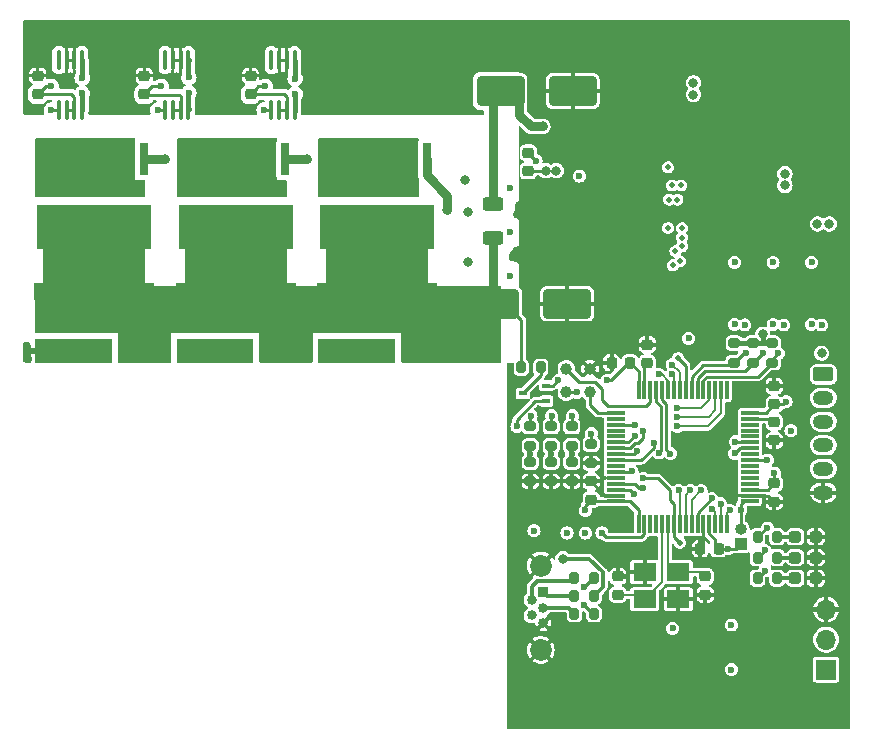
<source format=gbr>
%TF.GenerationSoftware,KiCad,Pcbnew,7.0.10*%
%TF.CreationDate,2024-02-05T19:27:08+01:00*%
%TF.ProjectId,vesc6,76657363-362e-46b6-9963-61645f706362,rev?*%
%TF.SameCoordinates,Original*%
%TF.FileFunction,Copper,L1,Top*%
%TF.FilePolarity,Positive*%
%FSLAX46Y46*%
G04 Gerber Fmt 4.6, Leading zero omitted, Abs format (unit mm)*
G04 Created by KiCad (PCBNEW 7.0.10) date 2024-02-05 19:27:08*
%MOMM*%
%LPD*%
G01*
G04 APERTURE LIST*
G04 Aperture macros list*
%AMRoundRect*
0 Rectangle with rounded corners*
0 $1 Rounding radius*
0 $2 $3 $4 $5 $6 $7 $8 $9 X,Y pos of 4 corners*
0 Add a 4 corners polygon primitive as box body*
4,1,4,$2,$3,$4,$5,$6,$7,$8,$9,$2,$3,0*
0 Add four circle primitives for the rounded corners*
1,1,$1+$1,$2,$3*
1,1,$1+$1,$4,$5*
1,1,$1+$1,$6,$7*
1,1,$1+$1,$8,$9*
0 Add four rect primitives between the rounded corners*
20,1,$1+$1,$2,$3,$4,$5,0*
20,1,$1+$1,$4,$5,$6,$7,0*
20,1,$1+$1,$6,$7,$8,$9,0*
20,1,$1+$1,$8,$9,$2,$3,0*%
%AMFreePoly0*
4,1,30,0.400000,-4.000000,-0.400000,-4.000000,-2.400000,-4.000000,-2.400000,-3.200000,-0.400000,-3.200000,-0.400000,-2.800000,-2.400000,-2.800000,-2.400000,-2.000000,-0.400000,-2.000000,-0.400000,-1.600000,-2.400000,-1.600000,-2.400000,-0.800000,-0.400000,-0.800000,-0.400000,-0.400000,-2.400000,-0.400000,-2.400000,0.400000,-0.400000,0.400000,-0.400000,0.800000,-2.400000,0.800000,-2.400000,1.600000,
-0.400000,1.600000,-0.400000,2.000000,-2.400000,2.000000,-2.400000,2.800000,-0.400000,2.800000,-0.400000,3.200000,-2.400000,3.200000,-2.400000,4.000000,0.400000,4.000000,0.400000,-4.000000,0.400000,-4.000000,$1*%
%AMFreePoly1*
4,1,13,2.850000,-5.050000,1.450000,-5.050000,1.450000,-4.350000,-1.450000,-4.350000,-1.450000,-4.850000,-5.150000,-4.850000,-5.150000,4.850000,-1.450000,4.850000,-1.450000,4.350000,1.450000,4.350000,1.450000,5.050000,2.850000,5.050000,2.850000,-5.050000,2.850000,-5.050000,$1*%
G04 Aperture macros list end*
%TA.AperFunction,SMDPad,CuDef*%
%ADD10RoundRect,0.250000X-1.750000X-1.000000X1.750000X-1.000000X1.750000X1.000000X-1.750000X1.000000X0*%
%TD*%
%TA.AperFunction,SMDPad,CuDef*%
%ADD11RoundRect,0.100000X-0.100000X0.712500X-0.100000X-0.712500X0.100000X-0.712500X0.100000X0.712500X0*%
%TD*%
%TA.AperFunction,ComponentPad*%
%ADD12R,1.000000X1.000000*%
%TD*%
%TA.AperFunction,ComponentPad*%
%ADD13O,1.000000X1.000000*%
%TD*%
%TA.AperFunction,SMDPad,CuDef*%
%ADD14C,1.000000*%
%TD*%
%TA.AperFunction,SMDPad,CuDef*%
%ADD15RoundRect,0.200000X-0.275000X0.200000X-0.275000X-0.200000X0.275000X-0.200000X0.275000X0.200000X0*%
%TD*%
%TA.AperFunction,SMDPad,CuDef*%
%ADD16RoundRect,0.200000X0.275000X-0.200000X0.275000X0.200000X-0.275000X0.200000X-0.275000X-0.200000X0*%
%TD*%
%TA.AperFunction,SMDPad,CuDef*%
%ADD17RoundRect,0.250000X-1.100000X0.325000X-1.100000X-0.325000X1.100000X-0.325000X1.100000X0.325000X0*%
%TD*%
%TA.AperFunction,SMDPad,CuDef*%
%ADD18RoundRect,0.200000X-0.200000X-0.275000X0.200000X-0.275000X0.200000X0.275000X-0.200000X0.275000X0*%
%TD*%
%TA.AperFunction,SMDPad,CuDef*%
%ADD19R,0.800000X2.800000*%
%TD*%
%TA.AperFunction,SMDPad,CuDef*%
%ADD20FreePoly0,270.000000*%
%TD*%
%TA.AperFunction,SMDPad,CuDef*%
%ADD21FreePoly1,270.000000*%
%TD*%
%TA.AperFunction,SMDPad,CuDef*%
%ADD22RoundRect,0.225000X-0.250000X0.225000X-0.250000X-0.225000X0.250000X-0.225000X0.250000X0.225000X0*%
%TD*%
%TA.AperFunction,ComponentPad*%
%ADD23R,1.700000X1.700000*%
%TD*%
%TA.AperFunction,ComponentPad*%
%ADD24O,1.700000X1.700000*%
%TD*%
%TA.AperFunction,SMDPad,CuDef*%
%ADD25RoundRect,0.237500X0.287500X0.237500X-0.287500X0.237500X-0.287500X-0.237500X0.287500X-0.237500X0*%
%TD*%
%TA.AperFunction,SMDPad,CuDef*%
%ADD26RoundRect,0.200000X0.200000X0.275000X-0.200000X0.275000X-0.200000X-0.275000X0.200000X-0.275000X0*%
%TD*%
%TA.AperFunction,SMDPad,CuDef*%
%ADD27RoundRect,0.225000X0.250000X-0.225000X0.250000X0.225000X-0.250000X0.225000X-0.250000X-0.225000X0*%
%TD*%
%TA.AperFunction,ComponentPad*%
%ADD28RoundRect,0.250000X-0.625000X0.350000X-0.625000X-0.350000X0.625000X-0.350000X0.625000X0.350000X0*%
%TD*%
%TA.AperFunction,ComponentPad*%
%ADD29O,1.750000X1.200000*%
%TD*%
%TA.AperFunction,SMDPad,CuDef*%
%ADD30R,1.950000X1.500000*%
%TD*%
%TA.AperFunction,ComponentPad*%
%ADD31R,0.840000X0.840000*%
%TD*%
%TA.AperFunction,ComponentPad*%
%ADD32C,0.840000*%
%TD*%
%TA.AperFunction,ComponentPad*%
%ADD33C,1.850000*%
%TD*%
%TA.AperFunction,SMDPad,CuDef*%
%ADD34RoundRect,0.075000X0.075000X-0.700000X0.075000X0.700000X-0.075000X0.700000X-0.075000X-0.700000X0*%
%TD*%
%TA.AperFunction,SMDPad,CuDef*%
%ADD35RoundRect,0.075000X0.700000X-0.075000X0.700000X0.075000X-0.700000X0.075000X-0.700000X-0.075000X0*%
%TD*%
%TA.AperFunction,SMDPad,CuDef*%
%ADD36RoundRect,0.225000X0.225000X0.250000X-0.225000X0.250000X-0.225000X-0.250000X0.225000X-0.250000X0*%
%TD*%
%TA.AperFunction,SMDPad,CuDef*%
%ADD37R,0.700000X0.450000*%
%TD*%
%TA.AperFunction,SMDPad,CuDef*%
%ADD38RoundRect,0.250000X-0.625000X0.312500X-0.625000X-0.312500X0.625000X-0.312500X0.625000X0.312500X0*%
%TD*%
%TA.AperFunction,ViaPad*%
%ADD39C,0.600000*%
%TD*%
%TA.AperFunction,ViaPad*%
%ADD40C,0.800000*%
%TD*%
%TA.AperFunction,ViaPad*%
%ADD41C,0.500000*%
%TD*%
%TA.AperFunction,Conductor*%
%ADD42C,0.250000*%
%TD*%
%TA.AperFunction,Conductor*%
%ADD43C,0.200000*%
%TD*%
%TA.AperFunction,Conductor*%
%ADD44C,0.160000*%
%TD*%
%TA.AperFunction,Conductor*%
%ADD45C,0.800000*%
%TD*%
%TA.AperFunction,Conductor*%
%ADD46C,0.300000*%
%TD*%
%TA.AperFunction,Conductor*%
%ADD47C,0.400000*%
%TD*%
G04 APERTURE END LIST*
D10*
%TO.P,C56,1*%
%TO.N,/VESC_Right/DRV8301/SUPPLY*%
X190950000Y-50000000D03*
%TO.P,C56,2*%
%TO.N,GND*%
X197050000Y-50000000D03*
%TD*%
D11*
%TO.P,U7,1,IN-*%
%TO.N,Net-(U7-IN-)*%
X155975000Y-29387500D03*
%TO.P,U7,2,GND*%
%TO.N,GND*%
X155325000Y-29387500D03*
%TO.P,U7,3,REF2*%
X154675000Y-29387500D03*
%TO.P,U7,4,NC*%
%TO.N,unconnected-(U7-NC-Pad4)*%
X154025000Y-29387500D03*
%TO.P,U7,5,OUT*%
%TO.N,/VESC_Right/Power/C_A*%
X154025000Y-33612500D03*
%TO.P,U7,6,VS*%
%TO.N,/VESC_Right/3.3V*%
X154675000Y-33612500D03*
%TO.P,U7,7,REF1*%
X155325000Y-33612500D03*
%TO.P,U7,8,IN+*%
%TO.N,Net-(U7-IN+)*%
X155975000Y-33612500D03*
%TD*%
D12*
%TO.P,TH1,1*%
%TO.N,/VESC_Right/3.3V*%
X211750000Y-70350000D03*
D13*
%TO.P,TH1,2*%
%TO.N,/VESC_Right/MCU/ADC_TEMP*%
X211750000Y-69080000D03*
%TD*%
D14*
%TO.P,TP2,1,1*%
%TO.N,/VESC_Right/MCU/SWDIO*%
X197000000Y-55500000D03*
%TD*%
D15*
%TO.P,R8,1*%
%TO.N,Net-(J2-Pin_1)*%
X211200000Y-53350000D03*
%TO.P,R8,2*%
%TO.N,/VESC_Right/MCU/HALL_3*%
X211200000Y-55000000D03*
%TD*%
D16*
%TO.P,R27,1*%
%TO.N,GND*%
X193950000Y-65050000D03*
%TO.P,R27,2*%
%TO.N,/VESC_Right/DRV8301/SENS_C*%
X193950000Y-63400000D03*
%TD*%
D14*
%TO.P,TP3,1,1*%
%TO.N,/VESC_Right/MCU/NRST*%
X197000000Y-57500000D03*
%TD*%
D17*
%TO.P,C49,1*%
%TO.N,/VESC_Right/DRV8301/SUPPLY*%
X169000000Y-51025000D03*
%TO.P,C49,2*%
%TO.N,GND*%
X169000000Y-53975000D03*
%TD*%
D18*
%TO.P,R28,1*%
%TO.N,/VESC_Right/DRV8301/SUPPLY*%
X193175000Y-55400000D03*
%TO.P,R28,2*%
%TO.N,Net-(Q1-D)*%
X194825000Y-55400000D03*
%TD*%
%TO.P,R10,1*%
%TO.N,Net-(J6-VBUS)*%
X197675000Y-74750000D03*
%TO.P,R10,2*%
%TO.N,/VESC_Right/5V*%
X199325000Y-74750000D03*
%TD*%
D19*
%TO.P,Q6,1,G*%
%TO.N,Net-(Q6-G)*%
X185200000Y-37750000D03*
D20*
%TO.P,Q6,2,S*%
%TO.N,/VESC_Right/DRV8301/SH_C*%
X180400000Y-38750000D03*
D21*
%TO.P,Q6,3,D*%
%TO.N,/VESC_Right/DRV8301/SUPPLY*%
X181000000Y-46800000D03*
%TD*%
D11*
%TO.P,U12,1,IN-*%
%TO.N,Net-(U12-IN-)*%
X173975000Y-29387500D03*
%TO.P,U12,2,GND*%
%TO.N,GND*%
X173325000Y-29387500D03*
%TO.P,U12,3,REF2*%
X172675000Y-29387500D03*
%TO.P,U12,4,NC*%
%TO.N,unconnected-(U12-NC-Pad4)*%
X172025000Y-29387500D03*
%TO.P,U12,5,OUT*%
%TO.N,/VESC_Right/Power/C_C*%
X172025000Y-33612500D03*
%TO.P,U12,6,VS*%
%TO.N,/VESC_Right/3.3V*%
X172675000Y-33612500D03*
%TO.P,U12,7,REF1*%
X173325000Y-33612500D03*
%TO.P,U12,8,IN+*%
%TO.N,Net-(U12-IN+)*%
X173975000Y-33612500D03*
%TD*%
D22*
%TO.P,C13,1*%
%TO.N,Net-(U1-VCAP_1)*%
X214600000Y-60025000D03*
%TO.P,C13,2*%
%TO.N,GND*%
X214600000Y-61575000D03*
%TD*%
D18*
%TO.P,R13,1*%
%TO.N,Net-(J6-D-)*%
X197675000Y-73250000D03*
%TO.P,R13,2*%
%TO.N,/VESC_Right/MCU/USB_D_N*%
X199325000Y-73250000D03*
%TD*%
D15*
%TO.P,R7,1*%
%TO.N,Net-(J2-Pin_1)*%
X212800000Y-53350000D03*
%TO.P,R7,2*%
%TO.N,/VESC_Right/MCU/HALL_2*%
X212800000Y-55000000D03*
%TD*%
D23*
%TO.P,J1,1,Pin_1*%
%TO.N,/VESC_Right/CAN_H*%
X219000000Y-80980000D03*
D24*
%TO.P,J1,2,Pin_2*%
%TO.N,/VESC_Right/CAN_L*%
X219000000Y-78440000D03*
%TO.P,J1,3,Pin_3*%
%TO.N,GND*%
X219000000Y-75900000D03*
%TD*%
D17*
%TO.P,C54,1*%
%TO.N,/VESC_Right/DRV8301/SUPPLY*%
X157000000Y-51025000D03*
%TO.P,C54,2*%
%TO.N,GND*%
X157000000Y-53975000D03*
%TD*%
D25*
%TO.P,D5,1,K*%
%TO.N,GND*%
X218125000Y-73250000D03*
%TO.P,D5,2,A*%
%TO.N,Net-(D5-A)*%
X216375000Y-73250000D03*
%TD*%
D22*
%TO.P,C6,1*%
%TO.N,/VESC_Right/3.3V*%
X214600000Y-65225000D03*
%TO.P,C6,2*%
%TO.N,GND*%
X214600000Y-66775000D03*
%TD*%
D15*
%TO.P,R20,1*%
%TO.N,/VESC_Right/SH_A*%
X197450000Y-60400000D03*
%TO.P,R20,2*%
%TO.N,/VESC_Right/DRV8301/SENS_A*%
X197450000Y-62050000D03*
%TD*%
D26*
%TO.P,R15,1*%
%TO.N,Net-(D6-A)*%
X214825000Y-71500000D03*
%TO.P,R15,2*%
%TO.N,/VESC_Right/MCU/LED_RED*%
X213175000Y-71500000D03*
%TD*%
D27*
%TO.P,C7,1*%
%TO.N,/VESC_Right/3.3V*%
X199100000Y-66600000D03*
%TO.P,C7,2*%
%TO.N,GND*%
X199100000Y-65050000D03*
%TD*%
D26*
%TO.P,R14,1*%
%TO.N,Net-(D5-A)*%
X214825000Y-73250000D03*
%TO.P,R14,2*%
%TO.N,/VESC_Right/MCU/LED_GREEN*%
X213175000Y-73250000D03*
%TD*%
D22*
%TO.P,C51,1*%
%TO.N,GND*%
X170250000Y-30725000D03*
%TO.P,C51,2*%
%TO.N,/VESC_Right/3.3V*%
X170250000Y-32275000D03*
%TD*%
D28*
%TO.P,J2,1,Pin_1*%
%TO.N,Net-(J2-Pin_1)*%
X218750000Y-56000000D03*
D29*
%TO.P,J2,2,Pin_2*%
%TO.N,/VESC_Right/MCU/HALL_1*%
X218750000Y-58000000D03*
%TO.P,J2,3,Pin_3*%
%TO.N,/VESC_Right/MCU/HALL_2*%
X218750000Y-60000000D03*
%TO.P,J2,4,Pin_4*%
%TO.N,/VESC_Right/MCU/HALL_3*%
X218750000Y-62000000D03*
%TO.P,J2,5,Pin_5*%
%TO.N,/VESC_Right/MCU/TEMP_MOTOR*%
X218750000Y-64000000D03*
%TO.P,J2,6,Pin_6*%
%TO.N,GND*%
X218750000Y-66000000D03*
%TD*%
D27*
%TO.P,C27,1*%
%TO.N,Net-(D8-K)*%
X193750000Y-38775000D03*
%TO.P,C27,2*%
%TO.N,Net-(U3-BST_BK)*%
X193750000Y-37225000D03*
%TD*%
D16*
%TO.P,R25,1*%
%TO.N,GND*%
X195700000Y-65050000D03*
%TO.P,R25,2*%
%TO.N,/VESC_Right/DRV8301/SENS_B*%
X195700000Y-63400000D03*
%TD*%
D18*
%TO.P,R12,1*%
%TO.N,Net-(J6-D+)*%
X197675000Y-76250000D03*
%TO.P,R12,2*%
%TO.N,/VESC_Right/MCU/USB_D_P*%
X199325000Y-76250000D03*
%TD*%
D15*
%TO.P,R6,1*%
%TO.N,Net-(J2-Pin_1)*%
X214400000Y-53350000D03*
%TO.P,R6,2*%
%TO.N,/VESC_Right/MCU/HALL_1*%
X214400000Y-55000000D03*
%TD*%
D17*
%TO.P,C55,1*%
%TO.N,/VESC_Right/DRV8301/SUPPLY*%
X153500000Y-51025000D03*
%TO.P,C55,2*%
%TO.N,GND*%
X153500000Y-53975000D03*
%TD*%
D27*
%TO.P,C9,1*%
%TO.N,/VESC_Right/3.3V*%
X214600000Y-58525000D03*
%TO.P,C9,2*%
%TO.N,GND*%
X214600000Y-56975000D03*
%TD*%
D10*
%TO.P,C58,1*%
%TO.N,/VESC_Right/DRV8301/Supply_Filterted*%
X191450000Y-32000000D03*
%TO.P,C58,2*%
%TO.N,GND*%
X197550000Y-32000000D03*
%TD*%
D15*
%TO.P,R29,1*%
%TO.N,/VESC_Right/DRV8301/SENS_SUPPLY*%
X199100000Y-61875000D03*
%TO.P,R29,2*%
%TO.N,GND*%
X199100000Y-63525000D03*
%TD*%
D16*
%TO.P,R21,1*%
%TO.N,GND*%
X197450000Y-65050000D03*
%TO.P,R21,2*%
%TO.N,/VESC_Right/DRV8301/SENS_A*%
X197450000Y-63400000D03*
%TD*%
D25*
%TO.P,D6,1,K*%
%TO.N,GND*%
X218125000Y-71500000D03*
%TO.P,D6,2,A*%
%TO.N,Net-(D6-A)*%
X216375000Y-71500000D03*
%TD*%
D17*
%TO.P,C42,1*%
%TO.N,/VESC_Right/DRV8301/SUPPLY*%
X177500000Y-51025000D03*
%TO.P,C42,2*%
%TO.N,GND*%
X177500000Y-53975000D03*
%TD*%
D27*
%TO.P,C10,1*%
%TO.N,Net-(U1-PH0)*%
X201350000Y-74650000D03*
%TO.P,C10,2*%
%TO.N,GND*%
X201350000Y-73100000D03*
%TD*%
D22*
%TO.P,C44,1*%
%TO.N,GND*%
X161250000Y-30725000D03*
%TO.P,C44,2*%
%TO.N,/VESC_Right/3.3V*%
X161250000Y-32275000D03*
%TD*%
D30*
%TO.P,Y1,1,1*%
%TO.N,Net-(U1-PH0)*%
X203625000Y-75025000D03*
%TO.P,Y1,2,2*%
%TO.N,GND*%
X206475000Y-75025000D03*
%TO.P,Y1,3,3*%
%TO.N,Net-(U1-PH1)*%
X206475000Y-72725000D03*
%TO.P,Y1,4,4*%
%TO.N,GND*%
X203625000Y-72725000D03*
%TD*%
D15*
%TO.P,R24,1*%
%TO.N,/VESC_Right/DRV8301/SH_B*%
X195700000Y-60400000D03*
%TO.P,R24,2*%
%TO.N,/VESC_Right/DRV8301/SENS_B*%
X195700000Y-62050000D03*
%TD*%
D31*
%TO.P,J6,1,VBUS*%
%TO.N,Net-(J6-VBUS)*%
X195045000Y-74450000D03*
D32*
%TO.P,J6,2,D-*%
%TO.N,Net-(J6-D-)*%
X194045000Y-75100000D03*
%TO.P,J6,3,D+*%
%TO.N,Net-(J6-D+)*%
X195045000Y-75750000D03*
%TO.P,J6,4,ID*%
%TO.N,unconnected-(J6-ID-Pad4)*%
X194045000Y-76400000D03*
%TO.P,J6,5,GND*%
%TO.N,GND*%
X195045000Y-77050000D03*
D33*
%TO.P,J6,6,Shield*%
X194825000Y-72175000D03*
X194825000Y-79325000D03*
%TD*%
D17*
%TO.P,C50,1*%
%TO.N,/VESC_Right/DRV8301/SUPPLY*%
X165500000Y-51025000D03*
%TO.P,C50,2*%
%TO.N,GND*%
X165500000Y-53975000D03*
%TD*%
D34*
%TO.P,U1,1,VBAT*%
%TO.N,/VESC_Right/3.3V*%
X203100000Y-68675000D03*
%TO.P,U1,2,PC13*%
%TO.N,/VESC_Right/DRV8301/SENS_FILTERED*%
X203600000Y-68675000D03*
%TO.P,U1,3,PC14*%
%TO.N,unconnected-(U1-PC14-Pad3)*%
X204100000Y-68675000D03*
%TO.P,U1,4,PC15*%
%TO.N,unconnected-(U1-PC15-Pad4)*%
X204600000Y-68675000D03*
%TO.P,U1,5,PH0*%
%TO.N,Net-(U1-PH0)*%
X205100000Y-68675000D03*
%TO.P,U1,6,PH1*%
%TO.N,Net-(U1-PH1)*%
X205600000Y-68675000D03*
%TO.P,U1,7,NRST*%
%TO.N,/VESC_Right/MCU/NRST*%
X206100000Y-68675000D03*
%TO.P,U1,8,PC0*%
%TO.N,/VESC_Right/MCU/CURRENT_1*%
X206600000Y-68675000D03*
%TO.P,U1,9,PC1*%
%TO.N,/VESC_Right/MCU/CURRENT_2*%
X207100000Y-68675000D03*
%TO.P,U1,10,PC2*%
%TO.N,/VESC_Right/MCU/CURRENT_3*%
X207600000Y-68675000D03*
%TO.P,U1,11,PC3*%
%TO.N,/VESC_Right/DRV8301/SENS_SUPPLY*%
X208100000Y-68675000D03*
%TO.P,U1,12,VSSA*%
%TO.N,GND*%
X208600000Y-68675000D03*
%TO.P,U1,13,VDDA*%
%TO.N,/VESC_Right/3.3V*%
X209100000Y-68675000D03*
%TO.P,U1,14,PA0*%
%TO.N,/VESC_Right/DRV8301/SENS_A*%
X209600000Y-68675000D03*
%TO.P,U1,15,PA1*%
%TO.N,/VESC_Right/DRV8301/SENS_B*%
X210100000Y-68675000D03*
%TO.P,U1,16,PA2*%
%TO.N,/VESC_Right/DRV8301/SENS_C*%
X210600000Y-68675000D03*
D35*
%TO.P,U1,17,PA3*%
%TO.N,/VESC_Right/MCU/ADC_TEMP*%
X212525000Y-66750000D03*
%TO.P,U1,18,VSS*%
%TO.N,GND*%
X212525000Y-66250000D03*
%TO.P,U1,19,VDD*%
%TO.N,/VESC_Right/3.3V*%
X212525000Y-65750000D03*
%TO.P,U1,20,PA4*%
%TO.N,unconnected-(U1-PA4-Pad20)*%
X212525000Y-65250000D03*
%TO.P,U1,21,PA5*%
%TO.N,/VESC_Right/MCU/SCK_ADC_EXT*%
X212525000Y-64750000D03*
%TO.P,U1,22,PA6*%
%TO.N,/VESC_Right/MCU/MISO_ADC_EXT2*%
X212525000Y-64250000D03*
%TO.P,U1,23,PA7*%
%TO.N,unconnected-(U1-PA7-Pad23)*%
X212525000Y-63750000D03*
%TO.P,U1,24,PC4*%
%TO.N,/VESC_Right/MCU/TEMP_MOTOR*%
X212525000Y-63250000D03*
%TO.P,U1,25,PC5*%
%TO.N,/VESC_Right/MCU/ADC_15*%
X212525000Y-62750000D03*
%TO.P,U1,26,PB0*%
%TO.N,/VESC_Right/MCU/LED_GREEN*%
X212525000Y-62250000D03*
%TO.P,U1,27,PB1*%
%TO.N,/VESC_Right/MCU/LED_RED*%
X212525000Y-61750000D03*
%TO.P,U1,28,PB2*%
%TO.N,unconnected-(U1-PB2-Pad28)*%
X212525000Y-61250000D03*
%TO.P,U1,29,PB10*%
%TO.N,/VESC_Right/MCU/TX_SCL_MOSI*%
X212525000Y-60750000D03*
%TO.P,U1,30,PB11*%
%TO.N,/VESC_Right/MCU/RX_SDA_NSS*%
X212525000Y-60250000D03*
%TO.P,U1,31,VCAP_1*%
%TO.N,Net-(U1-VCAP_1)*%
X212525000Y-59750000D03*
%TO.P,U1,32,VDD*%
%TO.N,/VESC_Right/3.3V*%
X212525000Y-59250000D03*
D34*
%TO.P,U1,33,PB12*%
%TO.N,unconnected-(U1-PB12-Pad33)*%
X210600000Y-57325000D03*
%TO.P,U1,34,PB13*%
%TO.N,/VESC_Right/DRV8301/INL_A*%
X210100000Y-57325000D03*
%TO.P,U1,35,PB14*%
%TO.N,/VESC_Right/DRV8301/INL_B*%
X209600000Y-57325000D03*
%TO.P,U1,36,PB15*%
%TO.N,/VESC_Right/DRV8301/INL_C*%
X209100000Y-57325000D03*
%TO.P,U1,37,PC6*%
%TO.N,/VESC_Right/MCU/HALL_1*%
X208600000Y-57325000D03*
%TO.P,U1,38,PC7*%
%TO.N,/VESC_Right/MCU/HALL_2*%
X208100000Y-57325000D03*
%TO.P,U1,39,PC8*%
%TO.N,/VESC_Right/MCU/HALL_3*%
X207600000Y-57325000D03*
%TO.P,U1,40,PC9*%
%TO.N,/VESC_Right/DRV8301/CS*%
X207100000Y-57325000D03*
%TO.P,U1,41,PA8*%
%TO.N,/VESC_Right/DRV8301/INH_A*%
X206600000Y-57325000D03*
%TO.P,U1,42,PA9*%
%TO.N,/VESC_Right/DRV8301/INH_B*%
X206100000Y-57325000D03*
%TO.P,U1,43,PA10*%
%TO.N,/VESC_Right/DRV8301/INH_C*%
X205600000Y-57325000D03*
%TO.P,U1,44,PA11*%
%TO.N,/VESC_Right/MCU/USB_D_N*%
X205100000Y-57325000D03*
%TO.P,U1,45,PA12*%
%TO.N,/VESC_Right/MCU/USB_D_P*%
X204600000Y-57325000D03*
%TO.P,U1,46,PA13*%
%TO.N,/VESC_Right/MCU/SWDIO*%
X204100000Y-57325000D03*
%TO.P,U1,47,VCAP_2*%
%TO.N,Net-(U1-VCAP_2)*%
X203600000Y-57325000D03*
%TO.P,U1,48,VDD*%
%TO.N,/VESC_Right/3.3V*%
X203100000Y-57325000D03*
D35*
%TO.P,U1,49,PA14*%
%TO.N,/VESC_Right/MCU/SWCLK*%
X201175000Y-59250000D03*
%TO.P,U1,50,PA15*%
%TO.N,unconnected-(U1-PA15-Pad50)*%
X201175000Y-59750000D03*
%TO.P,U1,51,PC10*%
%TO.N,/VESC_Right/DRV8301/SCLK*%
X201175000Y-60250000D03*
%TO.P,U1,52,PC11*%
%TO.N,unconnected-(U1-PC11-Pad52)*%
X201175000Y-60750000D03*
%TO.P,U1,53,PC12*%
%TO.N,unconnected-(U1-PC12-Pad53)*%
X201175000Y-61250000D03*
%TO.P,U1,54,PD2*%
%TO.N,/VESC_Right/MCU/CURR_FILTER_ON*%
X201175000Y-61750000D03*
%TO.P,U1,55,PB3*%
%TO.N,/VESC_Right/DRV8301/SDO*%
X201175000Y-62250000D03*
%TO.P,U1,56,PB4*%
%TO.N,/VESC_Right/DRV8301/SDI*%
X201175000Y-62750000D03*
%TO.P,U1,57,PB5*%
%TO.N,/VESC_Right/DRV8301/EN_GATE*%
X201175000Y-63250000D03*
%TO.P,U1,58,PB6*%
%TO.N,/VESC_Right/MCU/SERVO*%
X201175000Y-63750000D03*
%TO.P,U1,59,PB7*%
%TO.N,/VESC_Right/DRV8301/FAULT*%
X201175000Y-64250000D03*
%TO.P,U1,60,BOOT0*%
%TO.N,GND*%
X201175000Y-64750000D03*
%TO.P,U1,61,PB8*%
%TO.N,/VESC_Right/CAN/RX*%
X201175000Y-65250000D03*
%TO.P,U1,62,PB9*%
%TO.N,/VESC_Right/CAN/TX*%
X201175000Y-65750000D03*
%TO.P,U1,63,VSS*%
%TO.N,GND*%
X201175000Y-66250000D03*
%TO.P,U1,64,VDD*%
%TO.N,/VESC_Right/3.3V*%
X201175000Y-66750000D03*
%TD*%
D36*
%TO.P,C8,1*%
%TO.N,/VESC_Right/3.3V*%
X202375000Y-55000000D03*
%TO.P,C8,2*%
%TO.N,GND*%
X200825000Y-55000000D03*
%TD*%
D22*
%TO.P,C38,1*%
%TO.N,GND*%
X152250000Y-30725000D03*
%TO.P,C38,2*%
%TO.N,/VESC_Right/3.3V*%
X152250000Y-32275000D03*
%TD*%
D37*
%TO.P,Q1,1,G*%
%TO.N,/VESC_Right/5V*%
X195300000Y-58250000D03*
%TO.P,Q1,2,S*%
%TO.N,/VESC_Right/DRV8301/SENS_SUPPLY*%
X195300000Y-56950000D03*
%TO.P,Q1,3,D*%
%TO.N,Net-(Q1-D)*%
X193300000Y-57600000D03*
%TD*%
D15*
%TO.P,R26,1*%
%TO.N,/VESC_Right/DRV8301/SH_C*%
X193950000Y-60400000D03*
%TO.P,R26,2*%
%TO.N,/VESC_Right/DRV8301/SENS_C*%
X193950000Y-62050000D03*
%TD*%
D26*
%TO.P,R16,1*%
%TO.N,Net-(D7-A)*%
X214825000Y-69750000D03*
%TO.P,R16,2*%
%TO.N,/VESC_Right/3.3V*%
X213175000Y-69750000D03*
%TD*%
D36*
%TO.P,C5,1*%
%TO.N,/VESC_Right/3.3V*%
X209875000Y-70750000D03*
%TO.P,C5,2*%
%TO.N,GND*%
X208325000Y-70750000D03*
%TD*%
D38*
%TO.P,FB1,1*%
%TO.N,/VESC_Right/DRV8301/Supply_Filterted*%
X190750000Y-41537500D03*
%TO.P,FB1,2*%
%TO.N,/VESC_Right/DRV8301/SUPPLY*%
X190750000Y-44462500D03*
%TD*%
D25*
%TO.P,D7,1,K*%
%TO.N,GND*%
X218125000Y-69750000D03*
%TO.P,D7,2,A*%
%TO.N,Net-(D7-A)*%
X216375000Y-69750000D03*
%TD*%
D14*
%TO.P,TP1,1,1*%
%TO.N,/VESC_Right/MCU/SWCLK*%
X199000000Y-57500000D03*
%TD*%
D11*
%TO.P,U10,1,IN-*%
%TO.N,Net-(U10-IN-)*%
X164975000Y-29387500D03*
%TO.P,U10,2,GND*%
%TO.N,GND*%
X164325000Y-29387500D03*
%TO.P,U10,3,REF2*%
X163675000Y-29387500D03*
%TO.P,U10,4,NC*%
%TO.N,unconnected-(U10-NC-Pad4)*%
X163025000Y-29387500D03*
%TO.P,U10,5,OUT*%
%TO.N,/VESC_Right/Power/C_B*%
X163025000Y-33612500D03*
%TO.P,U10,6,VS*%
%TO.N,/VESC_Right/3.3V*%
X163675000Y-33612500D03*
%TO.P,U10,7,REF1*%
X164325000Y-33612500D03*
%TO.P,U10,8,IN+*%
%TO.N,Net-(U10-IN+)*%
X164975000Y-33612500D03*
%TD*%
D19*
%TO.P,Q2,1,G*%
%TO.N,Net-(Q2-G)*%
X161200000Y-37750000D03*
D20*
%TO.P,Q2,2,S*%
%TO.N,/VESC_Right/SH_A*%
X156400000Y-38750000D03*
D21*
%TO.P,Q2,3,D*%
%TO.N,/VESC_Right/DRV8301/SUPPLY*%
X157000000Y-46800000D03*
%TD*%
D19*
%TO.P,Q4,1,G*%
%TO.N,/VESC_Right/DRV8301/SH_C*%
X173200000Y-37750000D03*
D20*
%TO.P,Q4,2,S*%
%TO.N,/VESC_Right/DRV8301/SH_B*%
X168400000Y-38750000D03*
D21*
%TO.P,Q4,3,D*%
%TO.N,/VESC_Right/DRV8301/SUPPLY*%
X169000000Y-46800000D03*
%TD*%
D17*
%TO.P,C41,1*%
%TO.N,/VESC_Right/DRV8301/SUPPLY*%
X181000000Y-51025000D03*
%TO.P,C41,2*%
%TO.N,GND*%
X181000000Y-53975000D03*
%TD*%
D27*
%TO.P,C14,1*%
%TO.N,Net-(U1-VCAP_2)*%
X203850000Y-55025000D03*
%TO.P,C14,2*%
%TO.N,GND*%
X203850000Y-53475000D03*
%TD*%
D22*
%TO.P,C11,1*%
%TO.N,Net-(U1-PH1)*%
X208750000Y-73100000D03*
%TO.P,C11,2*%
%TO.N,GND*%
X208750000Y-74650000D03*
%TD*%
D14*
%TO.P,TP4,1,1*%
%TO.N,GND*%
X199000000Y-55500000D03*
%TD*%
D39*
%TO.N,GND*%
X177750000Y-54400000D03*
X178750000Y-53400000D03*
X178750000Y-54400000D03*
X154750000Y-53500000D03*
X179750000Y-53400000D03*
X154750000Y-54500000D03*
X166750000Y-54450000D03*
X200600000Y-68125000D03*
X180750000Y-54400000D03*
X156750000Y-53500000D03*
X152750000Y-54500000D03*
X194900000Y-68125000D03*
X176750000Y-53400000D03*
X153750000Y-54500000D03*
X181750000Y-54400000D03*
X177750000Y-53400000D03*
X176750000Y-54400000D03*
X169750000Y-53450000D03*
X181750000Y-53400000D03*
X167750000Y-54450000D03*
X156750000Y-54500000D03*
X164750000Y-54450000D03*
X197700000Y-68125000D03*
X168750000Y-54450000D03*
X157750000Y-53500000D03*
X155750000Y-54500000D03*
X164750000Y-53450000D03*
X157750000Y-54500000D03*
X179750000Y-54400000D03*
X169750000Y-54450000D03*
X152750000Y-53500000D03*
X165750000Y-53450000D03*
X180750000Y-53400000D03*
X167750000Y-53450000D03*
X155750000Y-53500000D03*
X153750000Y-53500000D03*
X168750000Y-53450000D03*
X165750000Y-54450000D03*
X166750000Y-53450000D03*
%TO.N,/VESC_Right/MCU/TEMP_MOTOR*%
X214000000Y-63250000D03*
D40*
%TO.N,/VESC_Right/3.3V*%
X219250000Y-43250000D03*
D39*
X214000000Y-69000000D03*
X198100000Y-39200000D03*
X218600000Y-51800000D03*
X171500000Y-31600000D03*
X200419830Y-56500000D03*
X194250500Y-69225000D03*
X206000000Y-77500000D03*
X216000000Y-60750000D03*
X197050500Y-69417883D03*
D40*
X218250000Y-43250000D03*
D39*
X212100000Y-51800000D03*
X198600000Y-69425000D03*
X162700000Y-31600000D03*
X215400000Y-51800000D03*
X210700000Y-70750000D03*
X153400000Y-31600000D03*
X214600000Y-64350000D03*
X198600000Y-67500000D03*
X215600000Y-58300000D03*
%TO.N,/VESC_Right/MCU/NRST*%
X203500000Y-64800000D03*
X197900000Y-57500000D03*
D41*
X206600000Y-70250000D03*
D39*
%TO.N,/VESC_Right/DRV8301/SENS_A*%
X197450000Y-62725000D03*
X209301887Y-67381997D03*
%TO.N,/VESC_Right/DRV8301/SENS_B*%
X195700000Y-62725000D03*
X210050000Y-66950000D03*
D40*
%TO.N,/VESC_Right/DRV8301/Supply_Filterted*%
X195000000Y-35000000D03*
X194000000Y-35000000D03*
D39*
%TO.N,/VESC_Right/DRV8301/SENS_C*%
X193950000Y-62725000D03*
X210850000Y-67500000D03*
D40*
%TO.N,Net-(D8-K)*%
X195250000Y-38750000D03*
X207750000Y-31300000D03*
X207750000Y-32300000D03*
X196150000Y-38750000D03*
D39*
%TO.N,Net-(U3-BST_BK)*%
X194425000Y-37900000D03*
D40*
%TO.N,/VESC_Right/SH_A*%
X153850000Y-36600000D03*
X155100000Y-40350000D03*
X156350000Y-40350000D03*
X152600000Y-36600000D03*
X155100000Y-36600000D03*
X157600000Y-36600000D03*
X155100000Y-37850000D03*
X153850000Y-40350000D03*
X153850000Y-39100000D03*
X152600000Y-37850000D03*
X158850000Y-40350000D03*
X156350000Y-39100000D03*
X152600000Y-39100000D03*
X157600000Y-37850000D03*
X155100000Y-39100000D03*
X158850000Y-36600000D03*
X158850000Y-39100000D03*
X158850000Y-37850000D03*
X156350000Y-36600000D03*
X157600000Y-40350000D03*
D39*
X197500000Y-59500000D03*
D40*
X156350000Y-37850000D03*
X152600000Y-40350000D03*
D39*
X192225000Y-40225000D03*
D40*
X157600000Y-39100000D03*
X153850000Y-37850000D03*
%TO.N,/VESC_Right/DRV8301/SH_B*%
X164600000Y-39100000D03*
X165850000Y-36600000D03*
X164600000Y-37850000D03*
X165850000Y-37850000D03*
X168350000Y-40350000D03*
D39*
X192250000Y-43950000D03*
D40*
X168350000Y-37850000D03*
X165850000Y-40350000D03*
X167100000Y-39100000D03*
X169600000Y-36600000D03*
X164600000Y-40350000D03*
X169600000Y-40350000D03*
X169600000Y-39100000D03*
X167100000Y-36600000D03*
X165850000Y-39100000D03*
X168350000Y-36600000D03*
D39*
X195750000Y-59500000D03*
D40*
X169600000Y-37850000D03*
X170850000Y-36600000D03*
X167100000Y-40350000D03*
X170850000Y-40350000D03*
X168350000Y-39100000D03*
X170850000Y-37850000D03*
X170850000Y-39100000D03*
X164600000Y-36600000D03*
X167100000Y-37850000D03*
%TO.N,/VESC_Right/DRV8301/SH_C*%
X182850000Y-40350000D03*
X179100000Y-40350000D03*
X181600000Y-36600000D03*
X180350000Y-36600000D03*
X177850000Y-40350000D03*
X180350000Y-40350000D03*
X180350000Y-37850000D03*
X179100000Y-39100000D03*
X181600000Y-37850000D03*
X182850000Y-36600000D03*
X177850000Y-39100000D03*
X182850000Y-39100000D03*
D39*
X192250000Y-47700000D03*
D40*
X177850000Y-37850000D03*
X176600000Y-40350000D03*
X180350000Y-39100000D03*
X175000000Y-37750000D03*
X176600000Y-39100000D03*
X176600000Y-36600000D03*
X181600000Y-39100000D03*
X182850000Y-37850000D03*
X179100000Y-36600000D03*
X177850000Y-36600000D03*
D39*
X194000000Y-59500000D03*
D40*
X188700000Y-42250000D03*
X181600000Y-40350000D03*
X179100000Y-37850000D03*
X176600000Y-37850000D03*
%TO.N,/VESC_Right/5V*%
X196700000Y-71600000D03*
X218600000Y-54200000D03*
X215500000Y-39000000D03*
X215500000Y-40000000D03*
D39*
X192800000Y-60400000D03*
%TO.N,/VESC_Right/MCU/CURRENT_1*%
X206500000Y-65800000D03*
X217750000Y-51750000D03*
%TO.N,/VESC_Right/MCU/CURRENT_2*%
X214500000Y-51750000D03*
X207500000Y-65800000D03*
%TO.N,/VESC_Right/MCU/CURRENT_3*%
X211250000Y-51750000D03*
X208400000Y-65800000D03*
D40*
%TO.N,Net-(J2-Pin_1)*%
X213600000Y-52600000D03*
D39*
%TO.N,/VESC_Right/MCU/HALL_3*%
X212191084Y-54182039D03*
%TO.N,/VESC_Right/MCU/HALL_2*%
X213600000Y-54200000D03*
%TO.N,/VESC_Right/MCU/HALL_1*%
X214949998Y-54200000D03*
%TO.N,/VESC_Right/DRV8301/SENS_SUPPLY*%
X199100000Y-61000000D03*
X209300000Y-66500000D03*
X196300000Y-56500000D03*
D40*
%TO.N,Net-(Q2-G)*%
X163000000Y-37750000D03*
X188400000Y-39550000D03*
%TO.N,Net-(Q6-G)*%
X186900000Y-42100000D03*
X188700000Y-46500000D03*
D39*
%TO.N,/VESC_Right/MCU/USB_D_P*%
X198500000Y-75500000D03*
X204843649Y-62638514D03*
%TO.N,/VESC_Right/MCU/USB_D_N*%
X198500000Y-74000000D03*
X205800000Y-62700000D03*
%TO.N,/VESC_Right/MCU/LED_GREEN*%
X213800000Y-72600000D03*
X211250000Y-62690456D03*
%TO.N,/VESC_Right/MCU/LED_RED*%
X213800000Y-70900000D03*
X211300000Y-61700000D03*
%TO.N,/VESC_Right/MCU/ADC_TEMP*%
X211750000Y-67500000D03*
%TO.N,/VESC_Right/Power/C_A*%
X217750000Y-46500000D03*
X153400000Y-33600000D03*
%TO.N,/VESC_Right/Power/C_B*%
X214500000Y-46500000D03*
X162400000Y-33600000D03*
%TO.N,/VESC_Right/Power/C_C*%
X171400000Y-33600000D03*
X211250000Y-46500000D03*
%TO.N,/VESC_Right/DRV8301/SENS_FILTERED*%
X200000000Y-69425000D03*
%TO.N,/VESC_Right/DRV8301/INL_A*%
X206400000Y-60400000D03*
D41*
X206763909Y-44413909D03*
D39*
%TO.N,/VESC_Right/DRV8301/INL_B*%
X206400000Y-59599997D03*
D41*
X206226055Y-45550000D03*
D39*
%TO.N,/VESC_Right/DRV8301/INL_C*%
X206400000Y-58799994D03*
D41*
X206000000Y-46760723D03*
%TO.N,/VESC_Right/DRV8301/CS*%
X206700000Y-40000000D03*
X206450000Y-54600000D03*
D39*
%TO.N,/VESC_Right/DRV8301/INH_A*%
X205950981Y-55174043D03*
D41*
X206800000Y-43600000D03*
%TO.N,/VESC_Right/DRV8301/INH_B*%
X206794004Y-45140634D03*
D39*
X205920797Y-55972975D03*
%TO.N,/VESC_Right/DRV8301/INH_C*%
X204850000Y-56000000D03*
D41*
X206600000Y-46400000D03*
D39*
%TO.N,/VESC_Right/DRV8301/SCLK*%
X202825500Y-60300000D03*
D41*
X205700000Y-41200000D03*
D39*
%TO.N,/VESC_Right/MCU/CURR_FILTER_ON*%
X202800000Y-61200000D03*
X207336397Y-52936397D03*
%TO.N,/VESC_Right/DRV8301/SDO*%
X203484256Y-60785514D03*
D41*
X206400000Y-41200000D03*
D39*
%TO.N,/VESC_Right/DRV8301/SDI*%
X202997239Y-62510819D03*
D41*
X205950500Y-40000000D03*
%TO.N,/VESC_Right/DRV8301/EN_GATE*%
X205600000Y-43599500D03*
D39*
X204375000Y-61800000D03*
D41*
%TO.N,/VESC_Right/DRV8301/FAULT*%
X205600000Y-38450500D03*
D39*
X202550000Y-64200000D03*
%TO.N,/VESC_Right/CAN/RX*%
X203500000Y-65600003D03*
X210950000Y-77200000D03*
%TO.N,/VESC_Right/CAN/TX*%
X202750000Y-66100000D03*
X210950000Y-81000000D03*
%TO.N,Net-(U7-IN-)*%
X156000000Y-30900000D03*
%TO.N,Net-(U7-IN+)*%
X156000000Y-32200000D03*
%TO.N,Net-(U10-IN-)*%
X165025000Y-30850000D03*
%TO.N,Net-(U10-IN+)*%
X165025000Y-32150000D03*
%TO.N,Net-(U12-IN-)*%
X174025000Y-30950000D03*
%TO.N,Net-(U12-IN+)*%
X174025000Y-32250000D03*
%TD*%
D42*
%TO.N,GND*%
X214075000Y-66250000D02*
X214600000Y-66775000D01*
X201175000Y-66250000D02*
X200300000Y-66250000D01*
X200300000Y-66250000D02*
X199100000Y-65050000D01*
X212525000Y-66250000D02*
X214075000Y-66250000D01*
X208600000Y-70475000D02*
X208325000Y-70750000D01*
X208600000Y-68675000D02*
X208600000Y-70475000D01*
%TO.N,/VESC_Right/MCU/TEMP_MOTOR*%
X214000000Y-63250000D02*
X212525000Y-63250000D01*
%TO.N,/VESC_Right/3.3V*%
X163675000Y-33612500D02*
X164325000Y-33612500D01*
X213875000Y-59250000D02*
X214600000Y-58525000D01*
X213925000Y-69000000D02*
X213175000Y-69750000D01*
X170900000Y-31600000D02*
X171500000Y-31600000D01*
X152250000Y-32275000D02*
X152925000Y-31600000D01*
X203100000Y-67500000D02*
X203100000Y-68675000D01*
X201175000Y-66750000D02*
X202350000Y-66750000D01*
X202375000Y-55000000D02*
X202250000Y-55000000D01*
X211350000Y-70750000D02*
X211750000Y-70350000D01*
X212525000Y-65750000D02*
X214075000Y-65750000D01*
X161275000Y-32300000D02*
X164200000Y-32300000D01*
X155325000Y-33612500D02*
X155325000Y-32525000D01*
X202250000Y-55000000D02*
X200750000Y-56500000D01*
X198600000Y-67100000D02*
X198600000Y-67500000D01*
X154675000Y-33612500D02*
X155325000Y-33612500D01*
X209534314Y-69950000D02*
X209534314Y-70409314D01*
X203100000Y-55725000D02*
X202375000Y-55000000D01*
X210700000Y-70750000D02*
X211350000Y-70750000D01*
X209100000Y-68675000D02*
X209100000Y-69515686D01*
X173325000Y-33612500D02*
X172675000Y-33612500D01*
X152925000Y-31600000D02*
X153400000Y-31600000D01*
X199100000Y-66600000D02*
X198600000Y-67100000D01*
X164200000Y-32300000D02*
X164325000Y-32425000D01*
X201175000Y-66750000D02*
X199250000Y-66750000D01*
X162700000Y-31600000D02*
X161925000Y-31600000D01*
X214600000Y-64350000D02*
X214600000Y-65225000D01*
X214000000Y-69000000D02*
X213925000Y-69000000D01*
X200750000Y-56500000D02*
X200419830Y-56500000D01*
X202350000Y-66750000D02*
X203100000Y-67500000D01*
X170700000Y-31800000D02*
X170900000Y-31600000D01*
X170250000Y-32250000D02*
X170700000Y-31800000D01*
X173075000Y-32275000D02*
X170250000Y-32275000D01*
X209534314Y-70409314D02*
X209875000Y-70750000D01*
X215600000Y-58300000D02*
X215375000Y-58525000D01*
X155075000Y-32275000D02*
X152250000Y-32275000D01*
X214075000Y-65750000D02*
X214600000Y-65225000D01*
X170250000Y-32275000D02*
X170250000Y-32250000D01*
X209100000Y-69515686D02*
X209534314Y-69950000D01*
X209875000Y-70750000D02*
X210700000Y-70750000D01*
X212525000Y-59250000D02*
X213875000Y-59250000D01*
X164325000Y-32425000D02*
X164325000Y-33612500D01*
X155325000Y-32525000D02*
X155075000Y-32275000D01*
X161925000Y-31600000D02*
X161250000Y-32275000D01*
X173325000Y-32525000D02*
X173075000Y-32275000D01*
X203100000Y-57325000D02*
X203100000Y-55725000D01*
X215375000Y-58525000D02*
X214600000Y-58525000D01*
X161250000Y-32275000D02*
X161275000Y-32300000D01*
X173325000Y-33612500D02*
X173325000Y-32525000D01*
D43*
%TO.N,Net-(U1-PH0)*%
X201350000Y-74650000D02*
X203250000Y-74650000D01*
X203250000Y-74650000D02*
X203625000Y-75025000D01*
D44*
X205100000Y-73550000D02*
X205100000Y-68675000D01*
D43*
X205100000Y-73550000D02*
X203625000Y-75025000D01*
%TO.N,Net-(U1-PH1)*%
X206475000Y-72725000D02*
X208375000Y-72725000D01*
D44*
X205600000Y-68675000D02*
X205600000Y-72300000D01*
D43*
X208375000Y-72725000D02*
X208750000Y-73100000D01*
X205600000Y-72375000D02*
X206125000Y-72375000D01*
X206125000Y-72375000D02*
X206475000Y-72725000D01*
D42*
%TO.N,/VESC_Right/MCU/NRST*%
X206100000Y-66983884D02*
X206100000Y-68675000D01*
X205750000Y-65800000D02*
X205750000Y-66633884D01*
X206100000Y-69750000D02*
X206600000Y-70250000D01*
X206100000Y-68675000D02*
X206100000Y-69750000D01*
X205750000Y-66633884D02*
X206100000Y-66983884D01*
X197000000Y-57500000D02*
X197900000Y-57500000D01*
X204750000Y-64800000D02*
X205750000Y-65800000D01*
X203500000Y-64800000D02*
X204750000Y-64800000D01*
%TO.N,Net-(U1-VCAP_1)*%
X212525000Y-59750000D02*
X214325000Y-59750000D01*
X214325000Y-59750000D02*
X214600000Y-60025000D01*
%TO.N,Net-(U1-VCAP_2)*%
X203850000Y-55025000D02*
X203600000Y-55275000D01*
X203600000Y-55275000D02*
X203600000Y-57325000D01*
D45*
%TO.N,/VESC_Right/DRV8301/SUPPLY*%
X190750000Y-49800000D02*
X190950000Y-50000000D01*
X190750000Y-44462500D02*
X190750000Y-49800000D01*
D42*
X190950000Y-50000000D02*
X191800000Y-50000000D01*
X193175000Y-51375000D02*
X193175000Y-55400000D01*
X191800000Y-50000000D02*
X193175000Y-51375000D01*
D43*
%TO.N,/VESC_Right/DRV8301/SENS_A*%
X197450000Y-63400000D02*
X197450000Y-62725000D01*
X209600000Y-67680110D02*
X209600000Y-68675000D01*
X209301887Y-67381997D02*
X209600000Y-67680110D01*
X197450000Y-62050000D02*
X197450000Y-62725000D01*
%TO.N,/VESC_Right/DRV8301/SENS_B*%
X195700000Y-62050000D02*
X195700000Y-62725000D01*
X195700000Y-63400000D02*
X195700000Y-62725000D01*
X210050000Y-66950000D02*
X210100000Y-67000000D01*
X210100000Y-67000000D02*
X210100000Y-68675000D01*
D45*
%TO.N,/VESC_Right/DRV8301/Supply_Filterted*%
X190750000Y-41537500D02*
X190750000Y-32700000D01*
X194000000Y-35000000D02*
X193000000Y-34000000D01*
X195000000Y-35000000D02*
X194000000Y-35000000D01*
X193000000Y-34000000D02*
X193000000Y-32000000D01*
X190750000Y-32700000D02*
X191450000Y-32000000D01*
D43*
%TO.N,/VESC_Right/DRV8301/SENS_C*%
X210600000Y-67750000D02*
X210600000Y-68675000D01*
X193950000Y-62050000D02*
X193950000Y-62725000D01*
X193950000Y-63400000D02*
X193950000Y-62725000D01*
X210850000Y-67500000D02*
X210600000Y-67750000D01*
D42*
%TO.N,Net-(D8-K)*%
X195225000Y-38775000D02*
X195250000Y-38750000D01*
X195675000Y-38775000D02*
X195700000Y-38800000D01*
X193750000Y-38775000D02*
X195225000Y-38775000D01*
%TO.N,Net-(U3-BST_BK)*%
X194425000Y-37900000D02*
X193750000Y-37225000D01*
%TO.N,/VESC_Right/SH_A*%
X197450000Y-60400000D02*
X197450000Y-59550000D01*
X197450000Y-59550000D02*
X197500000Y-59500000D01*
%TO.N,/VESC_Right/DRV8301/SH_B*%
X195700000Y-60400000D02*
X195700000Y-59550000D01*
X195700000Y-59550000D02*
X195750000Y-59500000D01*
D45*
%TO.N,/VESC_Right/DRV8301/SH_C*%
X175000000Y-37750000D02*
X173200000Y-37750000D01*
D42*
X193950000Y-60400000D02*
X193950000Y-59550000D01*
X193950000Y-59550000D02*
X194000000Y-59500000D01*
D46*
%TO.N,/VESC_Right/5V*%
X199325000Y-74750000D02*
X200075000Y-74000000D01*
D42*
X192800000Y-59816116D02*
X194366116Y-58250000D01*
X192800000Y-60400000D02*
X192800000Y-59816116D01*
D46*
X200075000Y-74000000D02*
X200075000Y-72741642D01*
D42*
X194366116Y-58250000D02*
X195300000Y-58250000D01*
D46*
X200075000Y-72741642D02*
X198933358Y-71600000D01*
X198933358Y-71600000D02*
X196700000Y-71600000D01*
D43*
%TO.N,/VESC_Right/MCU/CURRENT_1*%
X206600000Y-65900000D02*
X206600000Y-68675000D01*
X206500000Y-65800000D02*
X206600000Y-65900000D01*
%TO.N,/VESC_Right/MCU/CURRENT_2*%
X207100000Y-66200000D02*
X207100000Y-68675000D01*
X207500000Y-65800000D02*
X207100000Y-66200000D01*
%TO.N,/VESC_Right/MCU/CURRENT_3*%
X207600000Y-66600000D02*
X207600000Y-68675000D01*
X208400000Y-65800000D02*
X207600000Y-66600000D01*
D46*
%TO.N,Net-(D5-A)*%
X214825000Y-73250000D02*
X216375000Y-73250000D01*
%TO.N,Net-(D6-A)*%
X214825000Y-71500000D02*
X216375000Y-71500000D01*
%TO.N,Net-(D7-A)*%
X214825000Y-69750000D02*
X216375000Y-69750000D01*
D42*
%TO.N,Net-(J2-Pin_1)*%
X213600000Y-53350000D02*
X214400000Y-53350000D01*
D47*
X214400000Y-53350000D02*
X212800000Y-53350000D01*
X213600000Y-53350000D02*
X213600000Y-52600000D01*
D42*
X212800000Y-53350000D02*
X213600000Y-53350000D01*
D47*
X212800000Y-53350000D02*
X211200000Y-53350000D01*
D42*
%TO.N,/VESC_Right/MCU/HALL_3*%
X212017961Y-54182039D02*
X211200000Y-55000000D01*
X207600000Y-56200000D02*
X207600000Y-57325000D01*
X208600000Y-55200000D02*
X207600000Y-56200000D01*
X211000000Y-55200000D02*
X208600000Y-55200000D01*
X211200000Y-55000000D02*
X211000000Y-55200000D01*
X212191084Y-54182039D02*
X212017961Y-54182039D01*
%TO.N,/VESC_Right/MCU/HALL_2*%
X212075000Y-55725000D02*
X212800000Y-55000000D01*
X208718198Y-55718198D02*
X208725000Y-55725000D01*
X208100000Y-56336396D02*
X208718198Y-55718198D01*
X208100000Y-57325000D02*
X208100000Y-56336396D01*
X213600000Y-54200000D02*
X212800000Y-55000000D01*
X208725000Y-55725000D02*
X212075000Y-55725000D01*
%TO.N,/VESC_Right/MCU/HALL_1*%
X214400000Y-55000000D02*
X213225000Y-56175000D01*
X213225000Y-56175000D02*
X208897792Y-56175000D01*
X214400000Y-54749998D02*
X214400000Y-55000000D01*
X208897792Y-56175000D02*
X208600000Y-56472792D01*
X208600000Y-56472792D02*
X208600000Y-57325000D01*
X214949998Y-54200000D02*
X214400000Y-54749998D01*
%TO.N,/VESC_Right/MCU/SWCLK*%
X201175000Y-59250000D02*
X199650000Y-59250000D01*
X199000000Y-58600000D02*
X199000000Y-57500000D01*
X199650000Y-59250000D02*
X199000000Y-58600000D01*
%TO.N,/VESC_Right/MCU/SWDIO*%
X200000000Y-57200000D02*
X200000000Y-58200000D01*
X198100000Y-56600000D02*
X199400000Y-56600000D01*
X197000000Y-55500000D02*
X198100000Y-56600000D01*
X204100000Y-58300000D02*
X204100000Y-57325000D01*
X203700000Y-58700000D02*
X204100000Y-58300000D01*
X199400000Y-56600000D02*
X200000000Y-57200000D01*
X200500000Y-58700000D02*
X203700000Y-58700000D01*
X200000000Y-58200000D02*
X200500000Y-58700000D01*
D46*
%TO.N,Net-(J6-VBUS)*%
X195345000Y-74750000D02*
X197675000Y-74750000D01*
X195045000Y-74450000D02*
X195345000Y-74750000D01*
%TO.N,Net-(J6-D-)*%
X194045000Y-73955000D02*
X194500000Y-73500000D01*
X194500000Y-73500000D02*
X197425000Y-73500000D01*
X197425000Y-73500000D02*
X197675000Y-73250000D01*
X194045000Y-75100000D02*
X194045000Y-73955000D01*
%TO.N,Net-(J6-D+)*%
X195045000Y-75750000D02*
X197175000Y-75750000D01*
X197175000Y-75750000D02*
X197675000Y-76250000D01*
D42*
%TO.N,/VESC_Right/DRV8301/SENS_SUPPLY*%
X208100000Y-68675000D02*
X208100000Y-67700000D01*
X208100000Y-67700000D02*
X209300000Y-66500000D01*
X195300000Y-56950000D02*
X195850000Y-56950000D01*
X195850000Y-56950000D02*
X196300000Y-56500000D01*
X199100000Y-61000000D02*
X199100000Y-61875000D01*
%TO.N,Net-(Q1-D)*%
X194825000Y-55400000D02*
X194825000Y-56075000D01*
X194825000Y-56075000D02*
X193300000Y-57600000D01*
D45*
%TO.N,Net-(Q2-G)*%
X163000000Y-37750000D02*
X161200000Y-37750000D01*
%TO.N,Net-(Q6-G)*%
X186900000Y-42100000D02*
X186900000Y-40850000D01*
X186900000Y-40850000D02*
X185200000Y-39150000D01*
X185200000Y-39150000D02*
X185200000Y-37750000D01*
D42*
%TO.N,/VESC_Right/MCU/USB_D_P*%
X205000000Y-58704160D02*
X204600000Y-58304160D01*
X205000000Y-62482163D02*
X205000000Y-58704160D01*
X204843649Y-62638514D02*
X205000000Y-62482163D01*
X204600000Y-58304160D02*
X204600000Y-57325000D01*
X199250000Y-76250000D02*
X198500000Y-75500000D01*
X199325000Y-76250000D02*
X199250000Y-76250000D01*
%TO.N,/VESC_Right/MCU/USB_D_N*%
X205100000Y-58167764D02*
X205100000Y-57325000D01*
X205450000Y-62350000D02*
X205450000Y-58517764D01*
X205450000Y-58517764D02*
X205100000Y-58167764D01*
X199325000Y-73250000D02*
X199250000Y-73250000D01*
X205800000Y-62700000D02*
X205450000Y-62350000D01*
X199250000Y-73250000D02*
X198500000Y-74000000D01*
%TO.N,/VESC_Right/MCU/LED_GREEN*%
X211682236Y-62250000D02*
X211250000Y-62682236D01*
X212525000Y-62250000D02*
X211682236Y-62250000D01*
X213175000Y-73225000D02*
X213175000Y-73250000D01*
X213800000Y-72600000D02*
X213175000Y-73225000D01*
X211250000Y-62682236D02*
X211250000Y-62690456D01*
%TO.N,/VESC_Right/MCU/LED_RED*%
X212525000Y-61750000D02*
X211350000Y-61750000D01*
X213200000Y-71500000D02*
X213800000Y-70900000D01*
X211350000Y-61750000D02*
X211300000Y-61700000D01*
X213175000Y-71500000D02*
X213200000Y-71500000D01*
%TO.N,/VESC_Right/MCU/ADC_TEMP*%
X211750000Y-67500000D02*
X211750000Y-67000000D01*
X211750000Y-67000000D02*
X212000000Y-66750000D01*
X211750000Y-69080000D02*
X211750000Y-67500000D01*
%TO.N,/VESC_Right/Power/C_A*%
X153400000Y-33600000D02*
X153412500Y-33612500D01*
X153412500Y-33612500D02*
X154025000Y-33612500D01*
%TO.N,/VESC_Right/Power/C_B*%
X162400000Y-33600000D02*
X163000000Y-33600000D01*
%TO.N,/VESC_Right/Power/C_C*%
X171400000Y-33600000D02*
X172000000Y-33600000D01*
%TO.N,/VESC_Right/DRV8301/SENS_FILTERED*%
X203342764Y-69775000D02*
X203600000Y-69517764D01*
X200350000Y-69775000D02*
X203342764Y-69775000D01*
X203600000Y-69517764D02*
X203600000Y-68675000D01*
X200000000Y-69425000D02*
X200350000Y-69775000D01*
D43*
%TO.N,/VESC_Right/DRV8301/INL_A*%
X210100000Y-59250000D02*
X210100000Y-57325000D01*
X208950000Y-60400000D02*
X210100000Y-59250000D01*
X206400000Y-60400000D02*
X208950000Y-60400000D01*
%TO.N,/VESC_Right/DRV8301/INL_B*%
X209600000Y-59050000D02*
X209600000Y-57325000D01*
X209050003Y-59599997D02*
X209600000Y-59050000D01*
X206400000Y-59599997D02*
X209050003Y-59599997D01*
%TO.N,/VESC_Right/DRV8301/INL_C*%
X208432416Y-58799994D02*
X209100000Y-58132410D01*
X209100000Y-58132410D02*
X209100000Y-57325000D01*
X206400000Y-58799994D02*
X208432416Y-58799994D01*
D42*
%TO.N,/VESC_Right/DRV8301/CS*%
X206450000Y-54600000D02*
X207100000Y-55250000D01*
X207100000Y-55250000D02*
X207100000Y-57325000D01*
D43*
%TO.N,/VESC_Right/DRV8301/INH_A*%
X206600000Y-55803649D02*
X205970394Y-55174043D01*
X206600000Y-57325000D02*
X206600000Y-55803649D01*
X205970394Y-55174043D02*
X205950981Y-55174043D01*
%TO.N,/VESC_Right/DRV8301/INH_B*%
X206100000Y-57325000D02*
X206100000Y-56152178D01*
X206100000Y-56152178D02*
X205920797Y-55972975D01*
%TO.N,/VESC_Right/DRV8301/INH_C*%
X204850000Y-56000000D02*
X205080330Y-56000000D01*
X205600000Y-56519670D02*
X205600000Y-57325000D01*
X205080330Y-56000000D02*
X205600000Y-56519670D01*
D42*
%TO.N,/VESC_Right/DRV8301/SCLK*%
X201175000Y-60250000D02*
X202775500Y-60250000D01*
X202775500Y-60250000D02*
X202825500Y-60300000D01*
%TO.N,/VESC_Right/MCU/CURR_FILTER_ON*%
X201175000Y-61750000D02*
X202237778Y-61750000D01*
X202787778Y-61200000D02*
X202800000Y-61200000D01*
X202237778Y-61750000D02*
X202787778Y-61200000D01*
%TO.N,/VESC_Right/DRV8301/SDO*%
X202374174Y-62250000D02*
X201175000Y-62250000D01*
X202799174Y-61825000D02*
X202374174Y-62250000D01*
X203058884Y-61825000D02*
X202799174Y-61825000D01*
X203484256Y-61399628D02*
X203058884Y-61825000D01*
X203484256Y-60785514D02*
X203484256Y-61399628D01*
%TO.N,/VESC_Right/DRV8301/SDI*%
X202997239Y-62510819D02*
X202758058Y-62750000D01*
X202758058Y-62750000D02*
X201175000Y-62750000D01*
%TO.N,/VESC_Right/DRV8301/EN_GATE*%
X204375000Y-61800000D02*
X204375000Y-62225000D01*
X203350000Y-63250000D02*
X201175000Y-63250000D01*
X204375000Y-62225000D02*
X203350000Y-63250000D01*
%TO.N,/VESC_Right/DRV8301/FAULT*%
X202500000Y-64250000D02*
X201175000Y-64250000D01*
X202550000Y-64200000D02*
X202500000Y-64250000D01*
%TO.N,/VESC_Right/CAN/RX*%
X203133887Y-65600003D02*
X202783884Y-65250000D01*
X202783884Y-65250000D02*
X201175000Y-65250000D01*
X203500000Y-65600003D02*
X203133887Y-65600003D01*
%TO.N,/VESC_Right/CAN/TX*%
X201175000Y-65750000D02*
X202400000Y-65750000D01*
X202400000Y-65750000D02*
X202750000Y-66100000D01*
D47*
%TO.N,Net-(U7-IN-)*%
X156000000Y-30900000D02*
X156000000Y-29412500D01*
X156000000Y-29412500D02*
X155975000Y-29387500D01*
%TO.N,Net-(U7-IN+)*%
X156000000Y-33587500D02*
X155975000Y-33612500D01*
X156000000Y-32200000D02*
X156000000Y-33587500D01*
%TO.N,Net-(U10-IN-)*%
X164975000Y-29362500D02*
X165000000Y-29337500D01*
X165025000Y-30850000D02*
X164975000Y-30800000D01*
X164975000Y-30800000D02*
X164975000Y-29362500D01*
%TO.N,Net-(U10-IN+)*%
X165025000Y-32150000D02*
X164975000Y-32200000D01*
X164975000Y-33537500D02*
X165000000Y-33562500D01*
X164975000Y-32200000D02*
X164975000Y-33537500D01*
%TO.N,Net-(U12-IN-)*%
X173975000Y-29462500D02*
X174000000Y-29437500D01*
X174025000Y-30950000D02*
X173975000Y-30900000D01*
X173975000Y-30900000D02*
X173975000Y-29462500D01*
%TO.N,Net-(U12-IN+)*%
X173975000Y-32300000D02*
X173975000Y-33637500D01*
X174025000Y-32250000D02*
X173975000Y-32300000D01*
X173975000Y-33637500D02*
X174000000Y-33662500D01*
%TD*%
%TA.AperFunction,Conductor*%
%TO.N,/VESC_Right/DRV8301/SUPPLY*%
G36*
X191459191Y-48518907D02*
G01*
X191495155Y-48568407D01*
X191500000Y-48599000D01*
X191500000Y-54900500D01*
X191481093Y-54958691D01*
X191431593Y-54994655D01*
X191401000Y-54999500D01*
X183099000Y-54999500D01*
X183040809Y-54980593D01*
X183004845Y-54931093D01*
X183000000Y-54900500D01*
X183000000Y-52500001D01*
X183000000Y-52500000D01*
X182999999Y-52500000D01*
X175500001Y-52500000D01*
X175500000Y-52500000D01*
X175500000Y-52500001D01*
X175500000Y-54900500D01*
X175481093Y-54958691D01*
X175431593Y-54994655D01*
X175401000Y-54999500D01*
X171099000Y-54999500D01*
X171040809Y-54980593D01*
X171004845Y-54931093D01*
X171000000Y-54900500D01*
X171000000Y-52500001D01*
X171000000Y-52500000D01*
X170999999Y-52500000D01*
X163500001Y-52500000D01*
X163500000Y-52500000D01*
X163500000Y-52500001D01*
X163500000Y-54900500D01*
X163481093Y-54958691D01*
X163431593Y-54994655D01*
X163401000Y-54999500D01*
X159099000Y-54999500D01*
X159040809Y-54980593D01*
X159004845Y-54931093D01*
X159000000Y-54900500D01*
X159000000Y-52500001D01*
X159000000Y-52500000D01*
X158999999Y-52500000D01*
X152099000Y-52500000D01*
X152040809Y-52481093D01*
X152004845Y-52431593D01*
X152000000Y-52401000D01*
X152000000Y-48599000D01*
X152018907Y-48540809D01*
X152068407Y-48504845D01*
X152099000Y-48500000D01*
X191401000Y-48500000D01*
X191459191Y-48518907D01*
G37*
%TD.AperFunction*%
%TD*%
%TA.AperFunction,Conductor*%
%TO.N,GND*%
G36*
X182500000Y-54999500D02*
G01*
X176000000Y-54999500D01*
X176000000Y-53000000D01*
X182500000Y-53000000D01*
X182500000Y-54999500D01*
G37*
%TD.AperFunction*%
%TD*%
%TA.AperFunction,Conductor*%
%TO.N,GND*%
G36*
X170500000Y-54999500D02*
G01*
X164000000Y-54999500D01*
X164000000Y-53000000D01*
X170500000Y-53000000D01*
X170500000Y-54999500D01*
G37*
%TD.AperFunction*%
%TD*%
%TA.AperFunction,Conductor*%
%TO.N,GND*%
G36*
X158500000Y-54999500D02*
G01*
X152000000Y-54999500D01*
X152000000Y-53000000D01*
X158500000Y-53000000D01*
X158500000Y-54999500D01*
G37*
%TD.AperFunction*%
%TD*%
%TA.AperFunction,Conductor*%
%TO.N,/VESC_Right/SH_A*%
G36*
X160459191Y-36018907D02*
G01*
X160495155Y-36068407D01*
X160500000Y-36099000D01*
X160500000Y-36142708D01*
X160489941Y-36186188D01*
X160459427Y-36248604D01*
X160449500Y-36316743D01*
X160449500Y-37725270D01*
X160449333Y-37731026D01*
X160445669Y-37793935D01*
X160447996Y-37807131D01*
X160449500Y-37824322D01*
X160449500Y-39183260D01*
X160459427Y-39251392D01*
X160489941Y-39313810D01*
X160500000Y-39357290D01*
X160500000Y-39500000D01*
X160756260Y-39500000D01*
X160763417Y-39500259D01*
X160766738Y-39500499D01*
X160766740Y-39500500D01*
X160766742Y-39500500D01*
X161201000Y-39500500D01*
X161259191Y-39519407D01*
X161295155Y-39568907D01*
X161300000Y-39599500D01*
X161300000Y-40901000D01*
X161281093Y-40959191D01*
X161231593Y-40995155D01*
X161201000Y-41000000D01*
X152099000Y-41000000D01*
X152040809Y-40981093D01*
X152004845Y-40931593D01*
X152000000Y-40901000D01*
X152000000Y-36099000D01*
X152018907Y-36040809D01*
X152068407Y-36004845D01*
X152099000Y-36000000D01*
X160401000Y-36000000D01*
X160459191Y-36018907D01*
G37*
%TD.AperFunction*%
%TD*%
%TA.AperFunction,Conductor*%
%TO.N,GND*%
G36*
X193000000Y-30399500D02*
G01*
X189660642Y-30399500D01*
X189660637Y-30399501D01*
X189543241Y-30414955D01*
X189543233Y-30414957D01*
X189397161Y-30475462D01*
X189397160Y-30475462D01*
X189271723Y-30571713D01*
X189271713Y-30571723D01*
X189175462Y-30697160D01*
X189175462Y-30697161D01*
X189114957Y-30843233D01*
X189114955Y-30843241D01*
X189099500Y-30960637D01*
X189099500Y-33039357D01*
X189099501Y-33039362D01*
X189114955Y-33156758D01*
X189114957Y-33156766D01*
X189175462Y-33302838D01*
X189175462Y-33302839D01*
X189245261Y-33393803D01*
X189271718Y-33428282D01*
X189397159Y-33524536D01*
X189397160Y-33524536D01*
X189397161Y-33524537D01*
X189455573Y-33548732D01*
X189543238Y-33585044D01*
X189660639Y-33600500D01*
X189900500Y-33600499D01*
X189958690Y-33619406D01*
X189994654Y-33668906D01*
X189999500Y-33699499D01*
X189999500Y-33901000D01*
X189980593Y-33959191D01*
X189931093Y-33995155D01*
X189900500Y-34000000D01*
X174624500Y-34000000D01*
X174566309Y-33981093D01*
X174530345Y-33931593D01*
X174525500Y-33901000D01*
X174525500Y-33841866D01*
X174530139Y-33811916D01*
X174547596Y-33756915D01*
X174552762Y-33605674D01*
X174532990Y-33524537D01*
X174528315Y-33505353D01*
X174525500Y-33481914D01*
X174525500Y-32700866D01*
X174543024Y-32644628D01*
X174605220Y-32554523D01*
X174661237Y-32406818D01*
X174680278Y-32250000D01*
X174661237Y-32093182D01*
X174605220Y-31945477D01*
X174548778Y-31863706D01*
X174515484Y-31815471D01*
X174513902Y-31814069D01*
X174397240Y-31710717D01*
X174353306Y-31687658D01*
X174310570Y-31643876D01*
X174301729Y-31583333D01*
X174330163Y-31529156D01*
X174353305Y-31512342D01*
X174397240Y-31489283D01*
X174515483Y-31384530D01*
X174605220Y-31254523D01*
X174661237Y-31106818D01*
X174678986Y-30960639D01*
X174680278Y-30950001D01*
X174680278Y-30949998D01*
X174661237Y-30793183D01*
X174661237Y-30793182D01*
X174605220Y-30645477D01*
X174543024Y-30555370D01*
X174525500Y-30499132D01*
X174525500Y-29624336D01*
X174532402Y-29588018D01*
X174533464Y-29585324D01*
X174539876Y-29569065D01*
X174555352Y-29418529D01*
X174529640Y-29269400D01*
X174529638Y-29269397D01*
X174528489Y-29262728D01*
X174528851Y-29262665D01*
X174525500Y-29241022D01*
X174525500Y-28620727D01*
X174525499Y-28620725D01*
X174522646Y-28590305D01*
X174522646Y-28590301D01*
X174477793Y-28462118D01*
X174397150Y-28352850D01*
X174397146Y-28352847D01*
X174397144Y-28352845D01*
X174287883Y-28272207D01*
X174159703Y-28227355D01*
X174159694Y-28227353D01*
X174129274Y-28224500D01*
X174129266Y-28224500D01*
X173820734Y-28224500D01*
X173820725Y-28224500D01*
X173790305Y-28227353D01*
X173790296Y-28227355D01*
X173662116Y-28272207D01*
X173601527Y-28316924D01*
X173543479Y-28336266D01*
X173528466Y-28335235D01*
X173458217Y-28325000D01*
X173450001Y-28325000D01*
X173450000Y-28325001D01*
X173450000Y-28508760D01*
X173444445Y-28541457D01*
X173427354Y-28590301D01*
X173427353Y-28590305D01*
X173424500Y-28620725D01*
X173424500Y-29429200D01*
X173423981Y-29439323D01*
X173419648Y-29481473D01*
X173423060Y-29501259D01*
X173424500Y-29518082D01*
X173424500Y-30680807D01*
X173418067Y-30715912D01*
X173388764Y-30793179D01*
X173388762Y-30793183D01*
X173369722Y-30949998D01*
X173369722Y-30950001D01*
X173388762Y-31106816D01*
X173388763Y-31106818D01*
X173439166Y-31239721D01*
X173444780Y-31254523D01*
X173534515Y-31384528D01*
X173534516Y-31384529D01*
X173534517Y-31384530D01*
X173652760Y-31489283D01*
X173696691Y-31512340D01*
X173739430Y-31556125D01*
X173748270Y-31616668D01*
X173719835Y-31670845D01*
X173696691Y-31687660D01*
X173652758Y-31710718D01*
X173534514Y-31815472D01*
X173498593Y-31867513D01*
X173449976Y-31904662D01*
X173388809Y-31906140D01*
X173352288Y-31886094D01*
X173334720Y-31870871D01*
X173334718Y-31870870D01*
X173328704Y-31868123D01*
X173310518Y-31857332D01*
X173308816Y-31856058D01*
X173305226Y-31853371D01*
X173305223Y-31853370D01*
X173305222Y-31853369D01*
X173260398Y-31836651D01*
X173253869Y-31833947D01*
X173210342Y-31814069D01*
X173210339Y-31814068D01*
X173203796Y-31813127D01*
X173183303Y-31807896D01*
X173177117Y-31805589D01*
X173177115Y-31805588D01*
X173129378Y-31802172D01*
X173122365Y-31801418D01*
X173109019Y-31799500D01*
X173109011Y-31799500D01*
X173095534Y-31799500D01*
X173088471Y-31799248D01*
X173040729Y-31795833D01*
X173034272Y-31797237D01*
X173013229Y-31799500D01*
X172242802Y-31799500D01*
X172184611Y-31780593D01*
X172148647Y-31731093D01*
X172144524Y-31688567D01*
X172155278Y-31600001D01*
X172155278Y-31599998D01*
X172138563Y-31462340D01*
X172136237Y-31443182D01*
X172080220Y-31295477D01*
X171990483Y-31165470D01*
X171872240Y-31060717D01*
X171779992Y-31012301D01*
X171732364Y-30987303D01*
X171578987Y-30949500D01*
X171578985Y-30949500D01*
X171421015Y-30949500D01*
X171421012Y-30949500D01*
X171267635Y-30987303D01*
X171122458Y-31063500D01*
X171121475Y-31061627D01*
X171071577Y-31076500D01*
X171013867Y-31056175D01*
X170979125Y-31005809D01*
X170975000Y-30977530D01*
X170975000Y-30850001D01*
X170974999Y-30850000D01*
X169525002Y-30850000D01*
X169525001Y-30850001D01*
X169525001Y-30995436D01*
X169531081Y-31052004D01*
X169531082Y-31052006D01*
X169578814Y-31179983D01*
X169660668Y-31289327D01*
X169660672Y-31289331D01*
X169760835Y-31364312D01*
X169796089Y-31414321D01*
X169795215Y-31475500D01*
X169758548Y-31524481D01*
X169739393Y-31535030D01*
X169709768Y-31547301D01*
X169589551Y-31639547D01*
X169589547Y-31639551D01*
X169497301Y-31759768D01*
X169439314Y-31899761D01*
X169439312Y-31899767D01*
X169424500Y-32012279D01*
X169424500Y-32537720D01*
X169439312Y-32650232D01*
X169439314Y-32650238D01*
X169488675Y-32769407D01*
X169497302Y-32790233D01*
X169589549Y-32910451D01*
X169709767Y-33002698D01*
X169849764Y-33060687D01*
X169962280Y-33075500D01*
X169962281Y-33075500D01*
X170537719Y-33075500D01*
X170537720Y-33075500D01*
X170650236Y-33060687D01*
X170790233Y-33002698D01*
X170826083Y-32975188D01*
X170883756Y-32954764D01*
X170897111Y-32958719D01*
X170902124Y-32924395D01*
X170912329Y-32908003D01*
X171003467Y-32789232D01*
X171053891Y-32754577D01*
X171082008Y-32750500D01*
X171375500Y-32750500D01*
X171433691Y-32769407D01*
X171469655Y-32818907D01*
X171474500Y-32849500D01*
X171474500Y-32850500D01*
X171455593Y-32908691D01*
X171406093Y-32944655D01*
X171375500Y-32949500D01*
X171321012Y-32949500D01*
X171167635Y-32987303D01*
X171036878Y-33055931D01*
X170980845Y-33065501D01*
X170981274Y-33081845D01*
X170952000Y-33127831D01*
X170909519Y-33165466D01*
X170909517Y-33165469D01*
X170819780Y-33295476D01*
X170763763Y-33443182D01*
X170763762Y-33443183D01*
X170744722Y-33599998D01*
X170744722Y-33600001D01*
X170763762Y-33756816D01*
X170763765Y-33756825D01*
X170805130Y-33865894D01*
X170808087Y-33927008D01*
X170774557Y-33978188D01*
X170717347Y-33999884D01*
X170712564Y-34000000D01*
X165624500Y-34000000D01*
X165566309Y-33981093D01*
X165530345Y-33931593D01*
X165525500Y-33901000D01*
X165525500Y-33741866D01*
X165530139Y-33711916D01*
X165534209Y-33699093D01*
X165547596Y-33656915D01*
X165552762Y-33505674D01*
X165542380Y-33463073D01*
X165528315Y-33405353D01*
X165525500Y-33381914D01*
X165525500Y-32600866D01*
X165543024Y-32544628D01*
X165605220Y-32454523D01*
X165661237Y-32306818D01*
X165680278Y-32150000D01*
X165661237Y-31993182D01*
X165605220Y-31845477D01*
X165515486Y-31715474D01*
X165515484Y-31715471D01*
X165397241Y-31610718D01*
X165397240Y-31610717D01*
X165353306Y-31587658D01*
X165310570Y-31543876D01*
X165301729Y-31483333D01*
X165330163Y-31429156D01*
X165353305Y-31412342D01*
X165397240Y-31389283D01*
X165515483Y-31284530D01*
X165605220Y-31154523D01*
X165661237Y-31006818D01*
X165680278Y-30850000D01*
X165679457Y-30843241D01*
X165661237Y-30693183D01*
X165661237Y-30693182D01*
X165625897Y-30599999D01*
X169525000Y-30599999D01*
X169525001Y-30600000D01*
X170124999Y-30600000D01*
X170125000Y-30599999D01*
X170375000Y-30599999D01*
X170375001Y-30600000D01*
X170974998Y-30600000D01*
X170974999Y-30599999D01*
X170974999Y-30454569D01*
X170974998Y-30454563D01*
X170968918Y-30397995D01*
X170968917Y-30397993D01*
X170921185Y-30270016D01*
X170839331Y-30160672D01*
X170839327Y-30160668D01*
X170830786Y-30154274D01*
X171474500Y-30154274D01*
X171477353Y-30184694D01*
X171477355Y-30184703D01*
X171522207Y-30312883D01*
X171602845Y-30422144D01*
X171602847Y-30422146D01*
X171602850Y-30422150D01*
X171602853Y-30422152D01*
X171602855Y-30422154D01*
X171712116Y-30502792D01*
X171712117Y-30502792D01*
X171712118Y-30502793D01*
X171840301Y-30547646D01*
X171870725Y-30550499D01*
X171870727Y-30550500D01*
X171870734Y-30550500D01*
X172179273Y-30550500D01*
X172179273Y-30550499D01*
X172209699Y-30547646D01*
X172337882Y-30502793D01*
X172337883Y-30502792D01*
X172337884Y-30502792D01*
X172366419Y-30481731D01*
X172398472Y-30458075D01*
X172456518Y-30438733D01*
X172471535Y-30439765D01*
X172541773Y-30449998D01*
X172550000Y-30449998D01*
X172800000Y-30449998D01*
X172800001Y-30449999D01*
X172808213Y-30449999D01*
X172808216Y-30449998D01*
X172876250Y-30440087D01*
X172876252Y-30440086D01*
X172956518Y-30400846D01*
X173017100Y-30392274D01*
X173043481Y-30400845D01*
X173123752Y-30440087D01*
X173191778Y-30449999D01*
X173200000Y-30449998D01*
X173200000Y-29512501D01*
X173199999Y-29512500D01*
X172800001Y-29512500D01*
X172800000Y-29512501D01*
X172800000Y-30449998D01*
X172550000Y-30449998D01*
X172550000Y-30266237D01*
X172555556Y-30233539D01*
X172556056Y-30232110D01*
X172572646Y-30184699D01*
X172575499Y-30154273D01*
X172575500Y-30154273D01*
X172575500Y-29262499D01*
X172800000Y-29262499D01*
X172800001Y-29262500D01*
X173199999Y-29262500D01*
X173200000Y-29262499D01*
X173200000Y-28324999D01*
X173191786Y-28325000D01*
X173123748Y-28334912D01*
X173123747Y-28334913D01*
X173043479Y-28374154D01*
X172982897Y-28382725D01*
X172956519Y-28374154D01*
X172876248Y-28334912D01*
X172808216Y-28325000D01*
X172800001Y-28325000D01*
X172800000Y-28325001D01*
X172800000Y-29262499D01*
X172575500Y-29262499D01*
X172575500Y-28620727D01*
X172575499Y-28620725D01*
X172572646Y-28590305D01*
X172572646Y-28590301D01*
X172555555Y-28541457D01*
X172550000Y-28508760D01*
X172550000Y-28324999D01*
X172541784Y-28325000D01*
X172471532Y-28335235D01*
X172411223Y-28324914D01*
X172398472Y-28316924D01*
X172337883Y-28272207D01*
X172209703Y-28227355D01*
X172209694Y-28227353D01*
X172179274Y-28224500D01*
X172179266Y-28224500D01*
X171870734Y-28224500D01*
X171870725Y-28224500D01*
X171840305Y-28227353D01*
X171840296Y-28227355D01*
X171712116Y-28272207D01*
X171602855Y-28352845D01*
X171602845Y-28352855D01*
X171522207Y-28462116D01*
X171477355Y-28590296D01*
X171477353Y-28590305D01*
X171474500Y-28620725D01*
X171474500Y-30154274D01*
X170830786Y-30154274D01*
X170729983Y-30078814D01*
X170602009Y-30031083D01*
X170602001Y-30031081D01*
X170545434Y-30025000D01*
X170375001Y-30025000D01*
X170375000Y-30025001D01*
X170375000Y-30599999D01*
X170125000Y-30599999D01*
X170125000Y-30025001D01*
X170124999Y-30025000D01*
X169954569Y-30025000D01*
X169954563Y-30025001D01*
X169897995Y-30031081D01*
X169897993Y-30031082D01*
X169770016Y-30078814D01*
X169660672Y-30160668D01*
X169660668Y-30160672D01*
X169578814Y-30270016D01*
X169531083Y-30397990D01*
X169531081Y-30397998D01*
X169525000Y-30454565D01*
X169525000Y-30599999D01*
X165625897Y-30599999D01*
X165605220Y-30545477D01*
X165543024Y-30455370D01*
X165525500Y-30399132D01*
X165525500Y-29524336D01*
X165532402Y-29488018D01*
X165534983Y-29481472D01*
X165539876Y-29469065D01*
X165555352Y-29318529D01*
X165529640Y-29169400D01*
X165529638Y-29169397D01*
X165528489Y-29162728D01*
X165528851Y-29162665D01*
X165525500Y-29141022D01*
X165525500Y-28620727D01*
X165525499Y-28620725D01*
X165522646Y-28590305D01*
X165522646Y-28590301D01*
X165477793Y-28462118D01*
X165397150Y-28352850D01*
X165397146Y-28352847D01*
X165397144Y-28352845D01*
X165287883Y-28272207D01*
X165159703Y-28227355D01*
X165159694Y-28227353D01*
X165129274Y-28224500D01*
X165129266Y-28224500D01*
X164820734Y-28224500D01*
X164820725Y-28224500D01*
X164790305Y-28227353D01*
X164790296Y-28227355D01*
X164662116Y-28272207D01*
X164601527Y-28316924D01*
X164543479Y-28336266D01*
X164528466Y-28335235D01*
X164458217Y-28325000D01*
X164450001Y-28325000D01*
X164450000Y-28325001D01*
X164450000Y-28508760D01*
X164444445Y-28541457D01*
X164427354Y-28590301D01*
X164427353Y-28590305D01*
X164424500Y-28620725D01*
X164424500Y-29329200D01*
X164423981Y-29339323D01*
X164419995Y-29378102D01*
X164419648Y-29381473D01*
X164423060Y-29401259D01*
X164424500Y-29418082D01*
X164424500Y-30580807D01*
X164418067Y-30615912D01*
X164388764Y-30693179D01*
X164388762Y-30693183D01*
X164369722Y-30849998D01*
X164369722Y-30850000D01*
X164388762Y-31006816D01*
X164388763Y-31006818D01*
X164410260Y-31063500D01*
X164444780Y-31154523D01*
X164534515Y-31284528D01*
X164534516Y-31284529D01*
X164534517Y-31284530D01*
X164652760Y-31389283D01*
X164696691Y-31412340D01*
X164739430Y-31456125D01*
X164748270Y-31516668D01*
X164719835Y-31570845D01*
X164696691Y-31587660D01*
X164652758Y-31610718D01*
X164534514Y-31715472D01*
X164534512Y-31715474D01*
X164469044Y-31810322D01*
X164420428Y-31847472D01*
X164359260Y-31848950D01*
X164346446Y-31844139D01*
X164335346Y-31839070D01*
X164335339Y-31839068D01*
X164328796Y-31838127D01*
X164308303Y-31832896D01*
X164302117Y-31830589D01*
X164302115Y-31830588D01*
X164254378Y-31827172D01*
X164247365Y-31826418D01*
X164234019Y-31824500D01*
X164234011Y-31824500D01*
X164220534Y-31824500D01*
X164213471Y-31824248D01*
X164165729Y-31820833D01*
X164159272Y-31822237D01*
X164138229Y-31824500D01*
X163439767Y-31824500D01*
X163381576Y-31805593D01*
X163345612Y-31756093D01*
X163341489Y-31713567D01*
X163355278Y-31600001D01*
X163355278Y-31599998D01*
X163338563Y-31462340D01*
X163336237Y-31443182D01*
X163280220Y-31295477D01*
X163190483Y-31165470D01*
X163072240Y-31060717D01*
X162979992Y-31012301D01*
X162932364Y-30987303D01*
X162778987Y-30949500D01*
X162778985Y-30949500D01*
X162621015Y-30949500D01*
X162621012Y-30949500D01*
X162467635Y-30987303D01*
X162327758Y-31060718D01*
X162283866Y-31099603D01*
X162227771Y-31124038D01*
X162218217Y-31124500D01*
X162071338Y-31124500D01*
X162013147Y-31105593D01*
X161977183Y-31056093D01*
X161972905Y-31014916D01*
X161975000Y-30995431D01*
X161975000Y-30850001D01*
X161974999Y-30850000D01*
X160525002Y-30850000D01*
X160525001Y-30850001D01*
X160525001Y-30995436D01*
X160531081Y-31052004D01*
X160531082Y-31052006D01*
X160578814Y-31179983D01*
X160660668Y-31289327D01*
X160660672Y-31289331D01*
X160760835Y-31364312D01*
X160796089Y-31414321D01*
X160795215Y-31475500D01*
X160758548Y-31524481D01*
X160739393Y-31535030D01*
X160709768Y-31547301D01*
X160589551Y-31639547D01*
X160589547Y-31639551D01*
X160497301Y-31759768D01*
X160439314Y-31899761D01*
X160439312Y-31899767D01*
X160424500Y-32012279D01*
X160424500Y-32537720D01*
X160439312Y-32650232D01*
X160439314Y-32650238D01*
X160488675Y-32769407D01*
X160497302Y-32790233D01*
X160589549Y-32910451D01*
X160709767Y-33002698D01*
X160849764Y-33060687D01*
X160962280Y-33075500D01*
X160962281Y-33075500D01*
X161537719Y-33075500D01*
X161537720Y-33075500D01*
X161650236Y-33060687D01*
X161790233Y-33002698D01*
X161826083Y-32975188D01*
X161883756Y-32954764D01*
X161897111Y-32958719D01*
X161902124Y-32924395D01*
X161912329Y-32908003D01*
X161984284Y-32814232D01*
X162034709Y-32779576D01*
X162062825Y-32775500D01*
X162211622Y-32775500D01*
X162269813Y-32794407D01*
X162305777Y-32843907D01*
X162305777Y-32905093D01*
X162269813Y-32954593D01*
X162235314Y-32970623D01*
X162167635Y-32987303D01*
X162036878Y-33055931D01*
X161980845Y-33065501D01*
X161981274Y-33081845D01*
X161952000Y-33127831D01*
X161909519Y-33165466D01*
X161909517Y-33165469D01*
X161819780Y-33295476D01*
X161763763Y-33443182D01*
X161763762Y-33443183D01*
X161744722Y-33599998D01*
X161744722Y-33600001D01*
X161763762Y-33756816D01*
X161763765Y-33756825D01*
X161805130Y-33865894D01*
X161808087Y-33927008D01*
X161774557Y-33978188D01*
X161717347Y-33999884D01*
X161712564Y-34000000D01*
X156624500Y-34000000D01*
X156566309Y-33981093D01*
X156530345Y-33931593D01*
X156525500Y-33901000D01*
X156525500Y-33774336D01*
X156532402Y-33738018D01*
X156539876Y-33719064D01*
X156539876Y-33719062D01*
X156541929Y-33699093D01*
X156545082Y-33682502D01*
X156550500Y-33663166D01*
X156550500Y-33620800D01*
X156551019Y-33610676D01*
X156551533Y-33605674D01*
X156555352Y-33568529D01*
X156551939Y-33548732D01*
X156550500Y-33531913D01*
X156550500Y-32578428D01*
X156568025Y-32522190D01*
X156580220Y-32504523D01*
X156636237Y-32356818D01*
X156655278Y-32200000D01*
X156636237Y-32043182D01*
X156580220Y-31895477D01*
X156521442Y-31810322D01*
X156490484Y-31765471D01*
X156484046Y-31759767D01*
X156372240Y-31660717D01*
X156328306Y-31637658D01*
X156285570Y-31593876D01*
X156276729Y-31533333D01*
X156305163Y-31479156D01*
X156328305Y-31462342D01*
X156372240Y-31439283D01*
X156490483Y-31334530D01*
X156580220Y-31204523D01*
X156636237Y-31056818D01*
X156655278Y-30900000D01*
X156636237Y-30743182D01*
X156581935Y-30599999D01*
X160525000Y-30599999D01*
X160525001Y-30600000D01*
X161124999Y-30600000D01*
X161125000Y-30599999D01*
X161375000Y-30599999D01*
X161375001Y-30600000D01*
X161974998Y-30600000D01*
X161974999Y-30599999D01*
X161974999Y-30454569D01*
X161974998Y-30454563D01*
X161968918Y-30397995D01*
X161968917Y-30397993D01*
X161921185Y-30270016D01*
X161839331Y-30160672D01*
X161839327Y-30160668D01*
X161830786Y-30154274D01*
X162474500Y-30154274D01*
X162477353Y-30184694D01*
X162477355Y-30184703D01*
X162522207Y-30312883D01*
X162602845Y-30422144D01*
X162602847Y-30422146D01*
X162602850Y-30422150D01*
X162602853Y-30422152D01*
X162602855Y-30422154D01*
X162712116Y-30502792D01*
X162712117Y-30502792D01*
X162712118Y-30502793D01*
X162840301Y-30547646D01*
X162870725Y-30550499D01*
X162870727Y-30550500D01*
X162870734Y-30550500D01*
X163179273Y-30550500D01*
X163179273Y-30550499D01*
X163209699Y-30547646D01*
X163337882Y-30502793D01*
X163337883Y-30502792D01*
X163337884Y-30502792D01*
X163366419Y-30481731D01*
X163398472Y-30458075D01*
X163456518Y-30438733D01*
X163471535Y-30439765D01*
X163541773Y-30449998D01*
X163550000Y-30449998D01*
X163800000Y-30449998D01*
X163800001Y-30449999D01*
X163808213Y-30449999D01*
X163808216Y-30449998D01*
X163876250Y-30440087D01*
X163876252Y-30440086D01*
X163956518Y-30400846D01*
X164017100Y-30392274D01*
X164043481Y-30400845D01*
X164123752Y-30440087D01*
X164191778Y-30449999D01*
X164200000Y-30449998D01*
X164200000Y-29512501D01*
X164199999Y-29512500D01*
X163800001Y-29512500D01*
X163800000Y-29512501D01*
X163800000Y-30449998D01*
X163550000Y-30449998D01*
X163550000Y-30266237D01*
X163555556Y-30233539D01*
X163556056Y-30232110D01*
X163572646Y-30184699D01*
X163575499Y-30154273D01*
X163575500Y-30154273D01*
X163575500Y-29262499D01*
X163800000Y-29262499D01*
X163800001Y-29262500D01*
X164199999Y-29262500D01*
X164200000Y-29262499D01*
X164200000Y-28324999D01*
X164191786Y-28325000D01*
X164123748Y-28334912D01*
X164123747Y-28334913D01*
X164043479Y-28374154D01*
X163982897Y-28382725D01*
X163956519Y-28374154D01*
X163876248Y-28334912D01*
X163808216Y-28325000D01*
X163800001Y-28325000D01*
X163800000Y-28325001D01*
X163800000Y-29262499D01*
X163575500Y-29262499D01*
X163575500Y-28620727D01*
X163575499Y-28620725D01*
X163572646Y-28590305D01*
X163572646Y-28590301D01*
X163555555Y-28541457D01*
X163550000Y-28508760D01*
X163550000Y-28324999D01*
X163541784Y-28325000D01*
X163471532Y-28335235D01*
X163411223Y-28324914D01*
X163398472Y-28316924D01*
X163337883Y-28272207D01*
X163209703Y-28227355D01*
X163209694Y-28227353D01*
X163179274Y-28224500D01*
X163179266Y-28224500D01*
X162870734Y-28224500D01*
X162870725Y-28224500D01*
X162840305Y-28227353D01*
X162840296Y-28227355D01*
X162712116Y-28272207D01*
X162602855Y-28352845D01*
X162602845Y-28352855D01*
X162522207Y-28462116D01*
X162477355Y-28590296D01*
X162477353Y-28590305D01*
X162474500Y-28620725D01*
X162474500Y-30154274D01*
X161830786Y-30154274D01*
X161729983Y-30078814D01*
X161602009Y-30031083D01*
X161602001Y-30031081D01*
X161545434Y-30025000D01*
X161375001Y-30025000D01*
X161375000Y-30025001D01*
X161375000Y-30599999D01*
X161125000Y-30599999D01*
X161125000Y-30025001D01*
X161124999Y-30025000D01*
X160954569Y-30025000D01*
X160954563Y-30025001D01*
X160897995Y-30031081D01*
X160897993Y-30031082D01*
X160770016Y-30078814D01*
X160660672Y-30160668D01*
X160660668Y-30160672D01*
X160578814Y-30270016D01*
X160531083Y-30397990D01*
X160531081Y-30397998D01*
X160525000Y-30454565D01*
X160525000Y-30599999D01*
X156581935Y-30599999D01*
X156580220Y-30595477D01*
X156568023Y-30577807D01*
X156550500Y-30521570D01*
X156550500Y-29423577D01*
X156550558Y-29420198D01*
X156550630Y-29418082D01*
X156552762Y-29355674D01*
X156542729Y-29314507D01*
X156540838Y-29304553D01*
X156535090Y-29262728D01*
X156535070Y-29262580D01*
X156533694Y-29259412D01*
X156525500Y-29219975D01*
X156525500Y-28620727D01*
X156525499Y-28620725D01*
X156522646Y-28590305D01*
X156522646Y-28590301D01*
X156477793Y-28462118D01*
X156397150Y-28352850D01*
X156397146Y-28352847D01*
X156397144Y-28352845D01*
X156287883Y-28272207D01*
X156159703Y-28227355D01*
X156159694Y-28227353D01*
X156129274Y-28224500D01*
X156129266Y-28224500D01*
X155820734Y-28224500D01*
X155820725Y-28224500D01*
X155790305Y-28227353D01*
X155790296Y-28227355D01*
X155662116Y-28272207D01*
X155601527Y-28316924D01*
X155543479Y-28336266D01*
X155528466Y-28335235D01*
X155458217Y-28325000D01*
X155450001Y-28325000D01*
X155450000Y-28325001D01*
X155450000Y-28508760D01*
X155444445Y-28541457D01*
X155427354Y-28590301D01*
X155427353Y-28590305D01*
X155424500Y-28620725D01*
X155424500Y-29376420D01*
X155424442Y-29379799D01*
X155422238Y-29444323D01*
X155422931Y-29451063D01*
X155422768Y-29451079D01*
X155424500Y-29465495D01*
X155424500Y-30154274D01*
X155427353Y-30184694D01*
X155427354Y-30184702D01*
X155443944Y-30232110D01*
X155449500Y-30264808D01*
X155449500Y-30521570D01*
X155431976Y-30577808D01*
X155419781Y-30595475D01*
X155419780Y-30595476D01*
X155363763Y-30743182D01*
X155363762Y-30743183D01*
X155344722Y-30899998D01*
X155344722Y-30900001D01*
X155363762Y-31056816D01*
X155363763Y-31056818D01*
X155390350Y-31126921D01*
X155419780Y-31204523D01*
X155509515Y-31334528D01*
X155509516Y-31334529D01*
X155509517Y-31334530D01*
X155627760Y-31439283D01*
X155671691Y-31462340D01*
X155714430Y-31506125D01*
X155723270Y-31566668D01*
X155694835Y-31620845D01*
X155671691Y-31637660D01*
X155627758Y-31660718D01*
X155509514Y-31765472D01*
X155459436Y-31838023D01*
X155410819Y-31875172D01*
X155349652Y-31876650D01*
X155336824Y-31871833D01*
X155334720Y-31870871D01*
X155334718Y-31870870D01*
X155328702Y-31868122D01*
X155310518Y-31857332D01*
X155308816Y-31856058D01*
X155305226Y-31853371D01*
X155305223Y-31853370D01*
X155305222Y-31853369D01*
X155260398Y-31836651D01*
X155253869Y-31833947D01*
X155210342Y-31814069D01*
X155210339Y-31814068D01*
X155203796Y-31813127D01*
X155183303Y-31807896D01*
X155177117Y-31805589D01*
X155177115Y-31805588D01*
X155129378Y-31802172D01*
X155122365Y-31801418D01*
X155109019Y-31799500D01*
X155109011Y-31799500D01*
X155095534Y-31799500D01*
X155088471Y-31799248D01*
X155040729Y-31795833D01*
X155034272Y-31797237D01*
X155013229Y-31799500D01*
X154142802Y-31799500D01*
X154084611Y-31780593D01*
X154048647Y-31731093D01*
X154044524Y-31688567D01*
X154055278Y-31600001D01*
X154055278Y-31599998D01*
X154038563Y-31462340D01*
X154036237Y-31443182D01*
X153980220Y-31295477D01*
X153890483Y-31165470D01*
X153772240Y-31060717D01*
X153679992Y-31012301D01*
X153632364Y-30987303D01*
X153478987Y-30949500D01*
X153478985Y-30949500D01*
X153321015Y-30949500D01*
X153321012Y-30949500D01*
X153167635Y-30987303D01*
X153120008Y-31012301D01*
X153059696Y-31022602D01*
X153004848Y-30995485D01*
X152976413Y-30941309D01*
X152975000Y-30924641D01*
X152975000Y-30850001D01*
X152974999Y-30850000D01*
X151525002Y-30850000D01*
X151525001Y-30850001D01*
X151525001Y-30995436D01*
X151531081Y-31052004D01*
X151531082Y-31052006D01*
X151578814Y-31179983D01*
X151660668Y-31289327D01*
X151660672Y-31289331D01*
X151760835Y-31364312D01*
X151796089Y-31414321D01*
X151795215Y-31475500D01*
X151758548Y-31524481D01*
X151739393Y-31535030D01*
X151709768Y-31547301D01*
X151589551Y-31639547D01*
X151589547Y-31639551D01*
X151497301Y-31759768D01*
X151439314Y-31899761D01*
X151439312Y-31899767D01*
X151424500Y-32012279D01*
X151424500Y-32537720D01*
X151439312Y-32650232D01*
X151439314Y-32650238D01*
X151488675Y-32769407D01*
X151497302Y-32790233D01*
X151589549Y-32910451D01*
X151709767Y-33002698D01*
X151849764Y-33060687D01*
X151962280Y-33075500D01*
X151962281Y-33075500D01*
X152537719Y-33075500D01*
X152537720Y-33075500D01*
X152650236Y-33060687D01*
X152790233Y-33002698D01*
X152826083Y-32975188D01*
X152883756Y-32954764D01*
X152897111Y-32958719D01*
X152902124Y-32924395D01*
X152912329Y-32908003D01*
X153003467Y-32789232D01*
X153053891Y-32754577D01*
X153082008Y-32750500D01*
X153375500Y-32750500D01*
X153433691Y-32769407D01*
X153469655Y-32818907D01*
X153474500Y-32849500D01*
X153474500Y-32850500D01*
X153455593Y-32908691D01*
X153406093Y-32944655D01*
X153375500Y-32949500D01*
X153321012Y-32949500D01*
X153167635Y-32987303D01*
X153036878Y-33055931D01*
X152980845Y-33065501D01*
X152981274Y-33081845D01*
X152952000Y-33127831D01*
X152909519Y-33165466D01*
X152909517Y-33165469D01*
X152819780Y-33295476D01*
X152763763Y-33443182D01*
X152763762Y-33443183D01*
X152744722Y-33599998D01*
X152744722Y-33600001D01*
X152763762Y-33756816D01*
X152763765Y-33756825D01*
X152805130Y-33865894D01*
X152808087Y-33927008D01*
X152774557Y-33978188D01*
X152717347Y-33999884D01*
X152712564Y-34000000D01*
X151099500Y-34000000D01*
X151041309Y-33981093D01*
X151005345Y-33931593D01*
X151000500Y-33901000D01*
X151000500Y-30599999D01*
X151525000Y-30599999D01*
X151525001Y-30600000D01*
X152124999Y-30600000D01*
X152125000Y-30599999D01*
X152375000Y-30599999D01*
X152375001Y-30600000D01*
X152974998Y-30600000D01*
X152974999Y-30599999D01*
X152974999Y-30454569D01*
X152974998Y-30454563D01*
X152968918Y-30397995D01*
X152968917Y-30397993D01*
X152921185Y-30270016D01*
X152839331Y-30160672D01*
X152839327Y-30160668D01*
X152830786Y-30154274D01*
X153474500Y-30154274D01*
X153477353Y-30184694D01*
X153477355Y-30184703D01*
X153522207Y-30312883D01*
X153602845Y-30422144D01*
X153602847Y-30422146D01*
X153602850Y-30422150D01*
X153602853Y-30422152D01*
X153602855Y-30422154D01*
X153712116Y-30502792D01*
X153712117Y-30502792D01*
X153712118Y-30502793D01*
X153840301Y-30547646D01*
X153870725Y-30550499D01*
X153870727Y-30550500D01*
X153870734Y-30550500D01*
X154179273Y-30550500D01*
X154179273Y-30550499D01*
X154209699Y-30547646D01*
X154337882Y-30502793D01*
X154337883Y-30502792D01*
X154337884Y-30502792D01*
X154366419Y-30481731D01*
X154398472Y-30458075D01*
X154456518Y-30438733D01*
X154471535Y-30439765D01*
X154541773Y-30449998D01*
X154550000Y-30449998D01*
X154800000Y-30449998D01*
X154800001Y-30449999D01*
X154808213Y-30449999D01*
X154808216Y-30449998D01*
X154876250Y-30440087D01*
X154876252Y-30440086D01*
X154956518Y-30400846D01*
X155017100Y-30392274D01*
X155043481Y-30400845D01*
X155123752Y-30440087D01*
X155191778Y-30449999D01*
X155200000Y-30449998D01*
X155200000Y-29512501D01*
X155199999Y-29512500D01*
X154800001Y-29512500D01*
X154800000Y-29512501D01*
X154800000Y-30449998D01*
X154550000Y-30449998D01*
X154550000Y-30266237D01*
X154555556Y-30233539D01*
X154556056Y-30232110D01*
X154572646Y-30184699D01*
X154575499Y-30154273D01*
X154575500Y-30154273D01*
X154575500Y-29262499D01*
X154800000Y-29262499D01*
X154800001Y-29262500D01*
X155199999Y-29262500D01*
X155200000Y-29262499D01*
X155200000Y-28324999D01*
X155191786Y-28325000D01*
X155123748Y-28334912D01*
X155123747Y-28334913D01*
X155043479Y-28374154D01*
X154982897Y-28382725D01*
X154956519Y-28374154D01*
X154876248Y-28334912D01*
X154808216Y-28325000D01*
X154800001Y-28325000D01*
X154800000Y-28325001D01*
X154800000Y-29262499D01*
X154575500Y-29262499D01*
X154575500Y-28620727D01*
X154575499Y-28620725D01*
X154572646Y-28590305D01*
X154572646Y-28590301D01*
X154555555Y-28541457D01*
X154550000Y-28508760D01*
X154550000Y-28324999D01*
X154541784Y-28325000D01*
X154471532Y-28335235D01*
X154411223Y-28324914D01*
X154398472Y-28316924D01*
X154337883Y-28272207D01*
X154209703Y-28227355D01*
X154209694Y-28227353D01*
X154179274Y-28224500D01*
X154179266Y-28224500D01*
X153870734Y-28224500D01*
X153870725Y-28224500D01*
X153840305Y-28227353D01*
X153840296Y-28227355D01*
X153712116Y-28272207D01*
X153602855Y-28352845D01*
X153602845Y-28352855D01*
X153522207Y-28462116D01*
X153477355Y-28590296D01*
X153477353Y-28590305D01*
X153474500Y-28620725D01*
X153474500Y-30154274D01*
X152830786Y-30154274D01*
X152729983Y-30078814D01*
X152602009Y-30031083D01*
X152602001Y-30031081D01*
X152545434Y-30025000D01*
X152375001Y-30025000D01*
X152375000Y-30025001D01*
X152375000Y-30599999D01*
X152125000Y-30599999D01*
X152125000Y-30025001D01*
X152124999Y-30025000D01*
X151954569Y-30025000D01*
X151954563Y-30025001D01*
X151897995Y-30031081D01*
X151897993Y-30031082D01*
X151770016Y-30078814D01*
X151660672Y-30160668D01*
X151660668Y-30160672D01*
X151578814Y-30270016D01*
X151531083Y-30397990D01*
X151531081Y-30397998D01*
X151525000Y-30454565D01*
X151525000Y-30599999D01*
X151000500Y-30599999D01*
X151000500Y-26099500D01*
X151019407Y-26041309D01*
X151068907Y-26005345D01*
X151099500Y-26000500D01*
X193000000Y-26000500D01*
X193000000Y-30399500D01*
G37*
%TD.AperFunction*%
%TD*%
%TA.AperFunction,Conductor*%
%TO.N,GND*%
G36*
X220958691Y-26019407D02*
G01*
X220994655Y-26068907D01*
X220999500Y-26099500D01*
X220999500Y-85900500D01*
X220980593Y-85958691D01*
X220931093Y-85994655D01*
X220900500Y-85999500D01*
X192099500Y-85999500D01*
X192041309Y-85980593D01*
X192005345Y-85931093D01*
X192000500Y-85900500D01*
X192000500Y-81854672D01*
X217899500Y-81854672D01*
X217899501Y-81854684D01*
X217914033Y-81927736D01*
X217914035Y-81927742D01*
X217969397Y-82010599D01*
X217969399Y-82010601D01*
X218052260Y-82065966D01*
X218107808Y-82077015D01*
X218125315Y-82080498D01*
X218125320Y-82080498D01*
X218125326Y-82080500D01*
X218125327Y-82080500D01*
X219874673Y-82080500D01*
X219874674Y-82080500D01*
X219947740Y-82065966D01*
X220030601Y-82010601D01*
X220085966Y-81927740D01*
X220100500Y-81854674D01*
X220100500Y-80105326D01*
X220085966Y-80032260D01*
X220030601Y-79949399D01*
X220030599Y-79949397D01*
X219947742Y-79894035D01*
X219947740Y-79894034D01*
X219947737Y-79894033D01*
X219947736Y-79894033D01*
X219874684Y-79879501D01*
X219874674Y-79879500D01*
X218125326Y-79879500D01*
X218125325Y-79879500D01*
X218125315Y-79879501D01*
X218052263Y-79894033D01*
X218052257Y-79894035D01*
X217969400Y-79949397D01*
X217969397Y-79949400D01*
X217914035Y-80032257D01*
X217914033Y-80032263D01*
X217899501Y-80105315D01*
X217899500Y-80105327D01*
X217899500Y-81854672D01*
X192000500Y-81854672D01*
X192000500Y-81000000D01*
X210394750Y-81000000D01*
X210413669Y-81143708D01*
X210413670Y-81143709D01*
X210469139Y-81277625D01*
X210557379Y-81392621D01*
X210672375Y-81480861D01*
X210806291Y-81536330D01*
X210950000Y-81555250D01*
X211093709Y-81536330D01*
X211227625Y-81480861D01*
X211342621Y-81392621D01*
X211430861Y-81277625D01*
X211486330Y-81143709D01*
X211505250Y-81000000D01*
X211486330Y-80856291D01*
X211430861Y-80722375D01*
X211342621Y-80607379D01*
X211227625Y-80519139D01*
X211227621Y-80519137D01*
X211093709Y-80463670D01*
X211093708Y-80463669D01*
X210950000Y-80444750D01*
X210806291Y-80463669D01*
X210806290Y-80463670D01*
X210672378Y-80519137D01*
X210672374Y-80519139D01*
X210557381Y-80607377D01*
X210557377Y-80607381D01*
X210469139Y-80722374D01*
X210469137Y-80722378D01*
X210413670Y-80856290D01*
X210413669Y-80856291D01*
X210394750Y-80999999D01*
X210394750Y-81000000D01*
X192000500Y-81000000D01*
X192000500Y-79325000D01*
X193644966Y-79325000D01*
X193665058Y-79541830D01*
X193724652Y-79751279D01*
X193821711Y-79946200D01*
X193821716Y-79946209D01*
X193879622Y-80022888D01*
X194239881Y-79662627D01*
X194265406Y-79711260D01*
X194374104Y-79833956D01*
X194486174Y-79911312D01*
X194124327Y-80273160D01*
X194299015Y-80381322D01*
X194502070Y-80459987D01*
X194716120Y-80500000D01*
X194933880Y-80500000D01*
X195147929Y-80459987D01*
X195350986Y-80381322D01*
X195350991Y-80381319D01*
X195525672Y-80273161D01*
X195163824Y-79911313D01*
X195275896Y-79833956D01*
X195384594Y-79711260D01*
X195410117Y-79662628D01*
X195770377Y-80022888D01*
X195828281Y-79946213D01*
X195828286Y-79946204D01*
X195925347Y-79751279D01*
X195984941Y-79541830D01*
X196005033Y-79325000D01*
X195984941Y-79108169D01*
X195925347Y-78898720D01*
X195828288Y-78703799D01*
X195828283Y-78703790D01*
X195770377Y-78627110D01*
X195410117Y-78987369D01*
X195384594Y-78938740D01*
X195275896Y-78816044D01*
X195163822Y-78738686D01*
X195462509Y-78440000D01*
X217894785Y-78440000D01*
X217913603Y-78643083D01*
X217969418Y-78839250D01*
X218060327Y-79021821D01*
X218183236Y-79184579D01*
X218333959Y-79321981D01*
X218507363Y-79429348D01*
X218697544Y-79503024D01*
X218898024Y-79540500D01*
X219101976Y-79540500D01*
X219302456Y-79503024D01*
X219492637Y-79429348D01*
X219666041Y-79321981D01*
X219816764Y-79184579D01*
X219939673Y-79021821D01*
X220030582Y-78839250D01*
X220086397Y-78643083D01*
X220105215Y-78440000D01*
X220086397Y-78236917D01*
X220030582Y-78040750D01*
X219939673Y-77858179D01*
X219816764Y-77695421D01*
X219666041Y-77558019D01*
X219492637Y-77450652D01*
X219302456Y-77376976D01*
X219302455Y-77376975D01*
X219302453Y-77376975D01*
X219101976Y-77339500D01*
X218898024Y-77339500D01*
X218697546Y-77376975D01*
X218676240Y-77385229D01*
X218507363Y-77450652D01*
X218333959Y-77558019D01*
X218183237Y-77695420D01*
X218060328Y-77858177D01*
X218060323Y-77858186D01*
X217969419Y-78040747D01*
X217969418Y-78040750D01*
X217913603Y-78236917D01*
X217894785Y-78440000D01*
X195462509Y-78440000D01*
X195525672Y-78376837D01*
X195350988Y-78268678D01*
X195350986Y-78268677D01*
X195147929Y-78190012D01*
X194933880Y-78150000D01*
X194716120Y-78150000D01*
X194502070Y-78190012D01*
X194299013Y-78268677D01*
X194299011Y-78268678D01*
X194124326Y-78376837D01*
X194486175Y-78738686D01*
X194374104Y-78816044D01*
X194265406Y-78938740D01*
X194239882Y-78987371D01*
X193879621Y-78627110D01*
X193821720Y-78703784D01*
X193821711Y-78703799D01*
X193724652Y-78898720D01*
X193665058Y-79108169D01*
X193644966Y-79325000D01*
X192000500Y-79325000D01*
X192000500Y-77631414D01*
X194711073Y-77631414D01*
X194805668Y-77681061D01*
X194805671Y-77681062D01*
X194963644Y-77719999D01*
X194963650Y-77720000D01*
X195126350Y-77720000D01*
X195126355Y-77719999D01*
X195284328Y-77681062D01*
X195284331Y-77681061D01*
X195378926Y-77631414D01*
X195247512Y-77500000D01*
X205444750Y-77500000D01*
X205463669Y-77643708D01*
X205463670Y-77643709D01*
X205519139Y-77777625D01*
X205607379Y-77892621D01*
X205722375Y-77980861D01*
X205856291Y-78036330D01*
X206000000Y-78055250D01*
X206143709Y-78036330D01*
X206277625Y-77980861D01*
X206392621Y-77892621D01*
X206480861Y-77777625D01*
X206536330Y-77643709D01*
X206555250Y-77500000D01*
X206536330Y-77356291D01*
X206480861Y-77222375D01*
X206463692Y-77200000D01*
X210394750Y-77200000D01*
X210413669Y-77343708D01*
X210413670Y-77343709D01*
X210457966Y-77450652D01*
X210469139Y-77477625D01*
X210557379Y-77592621D01*
X210672375Y-77680861D01*
X210806291Y-77736330D01*
X210950000Y-77755250D01*
X211093709Y-77736330D01*
X211227625Y-77680861D01*
X211342621Y-77592621D01*
X211430861Y-77477625D01*
X211486330Y-77343709D01*
X211505250Y-77200000D01*
X211486330Y-77056291D01*
X211430861Y-76922375D01*
X211342621Y-76807379D01*
X211227625Y-76719139D01*
X211227621Y-76719137D01*
X211093709Y-76663670D01*
X211093708Y-76663669D01*
X210950000Y-76644750D01*
X210806291Y-76663669D01*
X210806290Y-76663670D01*
X210672378Y-76719137D01*
X210672374Y-76719139D01*
X210557381Y-76807377D01*
X210557377Y-76807381D01*
X210469139Y-76922374D01*
X210469137Y-76922378D01*
X210413670Y-77056290D01*
X210413669Y-77056291D01*
X210394750Y-77199999D01*
X210394750Y-77200000D01*
X206463692Y-77200000D01*
X206392621Y-77107379D01*
X206277625Y-77019139D01*
X206277621Y-77019137D01*
X206143709Y-76963670D01*
X206143708Y-76963669D01*
X206000000Y-76944750D01*
X205856291Y-76963669D01*
X205856290Y-76963670D01*
X205722378Y-77019137D01*
X205722374Y-77019139D01*
X205607381Y-77107377D01*
X205607377Y-77107381D01*
X205519139Y-77222374D01*
X205519137Y-77222378D01*
X205463670Y-77356290D01*
X205463669Y-77356291D01*
X205444750Y-77499999D01*
X205444750Y-77500000D01*
X195247512Y-77500000D01*
X195045000Y-77297487D01*
X194711073Y-77631414D01*
X192000500Y-77631414D01*
X192000500Y-69225000D01*
X193695250Y-69225000D01*
X193714169Y-69368708D01*
X193714170Y-69368709D01*
X193768532Y-69499954D01*
X193769639Y-69502625D01*
X193857879Y-69617621D01*
X193972875Y-69705861D01*
X194106791Y-69761330D01*
X194250500Y-69780250D01*
X194394209Y-69761330D01*
X194528125Y-69705861D01*
X194643121Y-69617621D01*
X194731361Y-69502625D01*
X194766462Y-69417883D01*
X196495250Y-69417883D01*
X196514169Y-69561591D01*
X196514170Y-69561592D01*
X196569121Y-69694259D01*
X196569639Y-69695508D01*
X196657879Y-69810504D01*
X196772875Y-69898744D01*
X196906791Y-69954213D01*
X197050500Y-69973133D01*
X197194209Y-69954213D01*
X197328125Y-69898744D01*
X197443121Y-69810504D01*
X197531361Y-69695508D01*
X197586830Y-69561592D01*
X197604813Y-69425000D01*
X198044750Y-69425000D01*
X198063669Y-69568708D01*
X198063670Y-69568709D01*
X198118263Y-69700512D01*
X198119139Y-69702625D01*
X198207379Y-69817621D01*
X198322375Y-69905861D01*
X198456291Y-69961330D01*
X198600000Y-69980250D01*
X198743709Y-69961330D01*
X198877625Y-69905861D01*
X198992621Y-69817621D01*
X199080861Y-69702625D01*
X199136330Y-69568709D01*
X199155250Y-69425000D01*
X199153688Y-69413139D01*
X199136330Y-69281291D01*
X199080861Y-69147375D01*
X198992621Y-69032379D01*
X198877625Y-68944139D01*
X198877621Y-68944137D01*
X198743709Y-68888670D01*
X198743708Y-68888669D01*
X198600000Y-68869750D01*
X198456291Y-68888669D01*
X198456290Y-68888670D01*
X198322378Y-68944137D01*
X198322374Y-68944139D01*
X198207381Y-69032377D01*
X198207377Y-69032381D01*
X198119139Y-69147374D01*
X198119137Y-69147378D01*
X198063670Y-69281290D01*
X198063669Y-69281291D01*
X198044750Y-69424999D01*
X198044750Y-69425000D01*
X197604813Y-69425000D01*
X197605750Y-69417883D01*
X197605125Y-69413139D01*
X197586830Y-69274174D01*
X197531361Y-69140258D01*
X197443121Y-69025262D01*
X197328125Y-68937022D01*
X197328121Y-68937020D01*
X197194209Y-68881553D01*
X197194208Y-68881552D01*
X197050500Y-68862633D01*
X196906791Y-68881552D01*
X196906790Y-68881553D01*
X196772878Y-68937020D01*
X196772874Y-68937022D01*
X196657881Y-69025260D01*
X196657877Y-69025264D01*
X196569639Y-69140257D01*
X196569637Y-69140261D01*
X196514170Y-69274173D01*
X196514169Y-69274174D01*
X196495250Y-69417882D01*
X196495250Y-69417883D01*
X194766462Y-69417883D01*
X194786830Y-69368709D01*
X194805750Y-69225000D01*
X194796250Y-69152845D01*
X194786830Y-69081291D01*
X194731361Y-68947375D01*
X194643121Y-68832379D01*
X194528125Y-68744139D01*
X194528121Y-68744137D01*
X194394209Y-68688670D01*
X194394208Y-68688669D01*
X194250500Y-68669750D01*
X194106791Y-68688669D01*
X194106790Y-68688670D01*
X193972878Y-68744137D01*
X193972874Y-68744139D01*
X193857881Y-68832377D01*
X193857877Y-68832381D01*
X193769639Y-68947374D01*
X193769637Y-68947378D01*
X193714170Y-69081290D01*
X193714169Y-69081291D01*
X193695250Y-69224999D01*
X193695250Y-69225000D01*
X192000500Y-69225000D01*
X192000500Y-65304203D01*
X193225001Y-65304203D01*
X193227850Y-65334600D01*
X193227850Y-65334602D01*
X193272654Y-65462647D01*
X193353207Y-65571790D01*
X193353209Y-65571792D01*
X193462352Y-65652345D01*
X193590398Y-65697149D01*
X193620789Y-65699999D01*
X193775000Y-65699999D01*
X193775000Y-65699998D01*
X194125000Y-65699998D01*
X194125001Y-65699999D01*
X194279203Y-65699999D01*
X194309600Y-65697149D01*
X194309602Y-65697149D01*
X194437647Y-65652345D01*
X194546790Y-65571792D01*
X194546792Y-65571790D01*
X194627345Y-65462647D01*
X194672149Y-65334601D01*
X194674999Y-65304211D01*
X194675000Y-65304210D01*
X194675000Y-65304203D01*
X194975001Y-65304203D01*
X194977850Y-65334600D01*
X194977850Y-65334602D01*
X195022654Y-65462647D01*
X195103207Y-65571790D01*
X195103209Y-65571792D01*
X195212352Y-65652345D01*
X195340398Y-65697149D01*
X195370789Y-65699999D01*
X195525000Y-65699999D01*
X195525000Y-65699998D01*
X195875000Y-65699998D01*
X195875001Y-65699999D01*
X196029203Y-65699999D01*
X196059600Y-65697149D01*
X196059602Y-65697149D01*
X196187647Y-65652345D01*
X196296790Y-65571792D01*
X196296792Y-65571790D01*
X196377345Y-65462647D01*
X196422149Y-65334601D01*
X196424999Y-65304211D01*
X196425000Y-65304210D01*
X196425000Y-65304203D01*
X196725001Y-65304203D01*
X196727850Y-65334600D01*
X196727850Y-65334602D01*
X196772654Y-65462647D01*
X196853207Y-65571790D01*
X196853209Y-65571792D01*
X196962352Y-65652345D01*
X197090398Y-65697149D01*
X197120789Y-65699999D01*
X197275000Y-65699999D01*
X197275000Y-65699998D01*
X197625000Y-65699998D01*
X197625001Y-65699999D01*
X197779203Y-65699999D01*
X197809600Y-65697149D01*
X197809602Y-65697149D01*
X197937647Y-65652345D01*
X198046790Y-65571792D01*
X198046792Y-65571790D01*
X198127345Y-65462647D01*
X198172149Y-65334601D01*
X198174999Y-65304211D01*
X198175000Y-65304210D01*
X198175000Y-65225001D01*
X198174999Y-65225000D01*
X197625001Y-65225000D01*
X197625000Y-65225001D01*
X197625000Y-65699998D01*
X197275000Y-65699998D01*
X197275000Y-65225001D01*
X197274999Y-65225000D01*
X196725002Y-65225000D01*
X196725001Y-65225001D01*
X196725001Y-65304203D01*
X196425000Y-65304203D01*
X196425000Y-65225001D01*
X196424999Y-65225000D01*
X195875001Y-65225000D01*
X195875000Y-65225001D01*
X195875000Y-65699998D01*
X195525000Y-65699998D01*
X195525000Y-65225001D01*
X195524999Y-65225000D01*
X194975002Y-65225000D01*
X194975001Y-65225001D01*
X194975001Y-65304203D01*
X194675000Y-65304203D01*
X194675000Y-65225001D01*
X194674999Y-65225000D01*
X194125001Y-65225000D01*
X194125000Y-65225001D01*
X194125000Y-65699998D01*
X193775000Y-65699998D01*
X193775000Y-65225001D01*
X193774999Y-65225000D01*
X193225002Y-65225000D01*
X193225001Y-65225001D01*
X193225001Y-65304203D01*
X192000500Y-65304203D01*
X192000500Y-64874999D01*
X193225000Y-64874999D01*
X193225001Y-64875000D01*
X193774999Y-64875000D01*
X193775000Y-64874999D01*
X194125000Y-64874999D01*
X194125001Y-64875000D01*
X194674998Y-64875000D01*
X194674999Y-64874999D01*
X194975000Y-64874999D01*
X194975001Y-64875000D01*
X195524999Y-64875000D01*
X195525000Y-64874999D01*
X195875000Y-64874999D01*
X195875001Y-64875000D01*
X196424998Y-64875000D01*
X196424999Y-64874999D01*
X196725000Y-64874999D01*
X196725001Y-64875000D01*
X197274999Y-64875000D01*
X197275000Y-64874999D01*
X197625000Y-64874999D01*
X197625001Y-64875000D01*
X198174998Y-64875000D01*
X198174999Y-64874999D01*
X198375000Y-64874999D01*
X198375001Y-64875000D01*
X199824998Y-64875000D01*
X199824999Y-64874999D01*
X199824999Y-64779569D01*
X199824998Y-64779563D01*
X199818918Y-64722995D01*
X199818917Y-64722993D01*
X199771185Y-64595016D01*
X199689331Y-64485672D01*
X199689327Y-64485668D01*
X199579983Y-64403814D01*
X199457903Y-64358281D01*
X199409989Y-64320230D01*
X199393591Y-64261283D01*
X199414973Y-64203956D01*
X199459803Y-64172078D01*
X199587647Y-64127344D01*
X199696790Y-64046792D01*
X199696792Y-64046790D01*
X199777345Y-63937647D01*
X199822149Y-63809601D01*
X199824999Y-63779211D01*
X199825000Y-63779210D01*
X199825000Y-63700001D01*
X199824999Y-63700000D01*
X198375002Y-63700000D01*
X198375001Y-63700001D01*
X198375001Y-63779203D01*
X198377850Y-63809600D01*
X198377850Y-63809602D01*
X198422654Y-63937647D01*
X198503207Y-64046790D01*
X198503209Y-64046792D01*
X198612352Y-64127344D01*
X198740196Y-64172078D01*
X198788877Y-64209143D01*
X198806474Y-64267744D01*
X198786266Y-64325496D01*
X198742096Y-64358281D01*
X198620016Y-64403814D01*
X198510672Y-64485668D01*
X198510668Y-64485672D01*
X198428814Y-64595016D01*
X198381083Y-64722990D01*
X198381081Y-64722998D01*
X198375000Y-64779565D01*
X198375000Y-64874999D01*
X198174999Y-64874999D01*
X198174999Y-64795796D01*
X198172149Y-64765399D01*
X198172149Y-64765397D01*
X198127345Y-64637352D01*
X198046792Y-64528209D01*
X198046790Y-64528207D01*
X197937647Y-64447654D01*
X197809601Y-64402850D01*
X197779211Y-64400000D01*
X197625001Y-64400000D01*
X197625000Y-64400001D01*
X197625000Y-64874999D01*
X197275000Y-64874999D01*
X197275000Y-64400001D01*
X197274999Y-64400000D01*
X197120796Y-64400000D01*
X197090399Y-64402850D01*
X197090397Y-64402850D01*
X196962352Y-64447654D01*
X196853209Y-64528207D01*
X196853207Y-64528209D01*
X196772654Y-64637352D01*
X196727850Y-64765398D01*
X196725000Y-64795788D01*
X196725000Y-64874999D01*
X196424999Y-64874999D01*
X196424999Y-64795796D01*
X196422149Y-64765399D01*
X196422149Y-64765397D01*
X196377345Y-64637352D01*
X196296792Y-64528209D01*
X196296790Y-64528207D01*
X196187647Y-64447654D01*
X196059601Y-64402850D01*
X196029211Y-64400000D01*
X195875001Y-64400000D01*
X195875000Y-64400001D01*
X195875000Y-64874999D01*
X195525000Y-64874999D01*
X195525000Y-64400001D01*
X195524999Y-64400000D01*
X195370796Y-64400000D01*
X195340399Y-64402850D01*
X195340397Y-64402850D01*
X195212352Y-64447654D01*
X195103209Y-64528207D01*
X195103207Y-64528209D01*
X195022654Y-64637352D01*
X194977850Y-64765398D01*
X194975000Y-64795788D01*
X194975000Y-64874999D01*
X194674999Y-64874999D01*
X194674999Y-64795796D01*
X194672149Y-64765399D01*
X194672149Y-64765397D01*
X194627345Y-64637352D01*
X194546792Y-64528209D01*
X194546790Y-64528207D01*
X194437647Y-64447654D01*
X194309601Y-64402850D01*
X194279211Y-64400000D01*
X194125001Y-64400000D01*
X194125000Y-64400001D01*
X194125000Y-64874999D01*
X193775000Y-64874999D01*
X193775000Y-64400001D01*
X193774999Y-64400000D01*
X193620796Y-64400000D01*
X193590399Y-64402850D01*
X193590397Y-64402850D01*
X193462352Y-64447654D01*
X193353209Y-64528207D01*
X193353207Y-64528209D01*
X193272654Y-64637352D01*
X193227850Y-64765398D01*
X193225000Y-64795788D01*
X193225000Y-64874999D01*
X192000500Y-64874999D01*
X192000500Y-63654274D01*
X193224500Y-63654274D01*
X193227353Y-63684694D01*
X193227355Y-63684703D01*
X193272207Y-63812883D01*
X193352845Y-63922144D01*
X193352847Y-63922146D01*
X193352850Y-63922150D01*
X193352853Y-63922152D01*
X193352855Y-63922154D01*
X193462116Y-64002792D01*
X193462117Y-64002792D01*
X193462118Y-64002793D01*
X193590301Y-64047646D01*
X193620725Y-64050499D01*
X193620727Y-64050500D01*
X193620734Y-64050500D01*
X194279273Y-64050500D01*
X194279273Y-64050499D01*
X194309699Y-64047646D01*
X194437882Y-64002793D01*
X194547150Y-63922150D01*
X194627793Y-63812882D01*
X194672646Y-63684699D01*
X194675499Y-63654274D01*
X194974500Y-63654274D01*
X194977353Y-63684694D01*
X194977355Y-63684703D01*
X195022207Y-63812883D01*
X195102845Y-63922144D01*
X195102847Y-63922146D01*
X195102850Y-63922150D01*
X195102853Y-63922152D01*
X195102855Y-63922154D01*
X195212116Y-64002792D01*
X195212117Y-64002792D01*
X195212118Y-64002793D01*
X195340301Y-64047646D01*
X195370725Y-64050499D01*
X195370727Y-64050500D01*
X195370734Y-64050500D01*
X196029273Y-64050500D01*
X196029273Y-64050499D01*
X196059699Y-64047646D01*
X196187882Y-64002793D01*
X196297150Y-63922150D01*
X196377793Y-63812882D01*
X196422646Y-63684699D01*
X196425499Y-63654274D01*
X196724500Y-63654274D01*
X196727353Y-63684694D01*
X196727355Y-63684703D01*
X196772207Y-63812883D01*
X196852845Y-63922144D01*
X196852847Y-63922146D01*
X196852850Y-63922150D01*
X196852853Y-63922152D01*
X196852855Y-63922154D01*
X196962116Y-64002792D01*
X196962117Y-64002792D01*
X196962118Y-64002793D01*
X197090301Y-64047646D01*
X197120725Y-64050499D01*
X197120727Y-64050500D01*
X197120734Y-64050500D01*
X197779273Y-64050500D01*
X197779273Y-64050499D01*
X197809699Y-64047646D01*
X197937882Y-64002793D01*
X198047150Y-63922150D01*
X198127793Y-63812882D01*
X198172646Y-63684699D01*
X198175499Y-63654273D01*
X198175500Y-63654273D01*
X198175500Y-63349999D01*
X198375000Y-63349999D01*
X198375001Y-63350000D01*
X198924999Y-63350000D01*
X198925000Y-63349999D01*
X199275000Y-63349999D01*
X199275001Y-63350000D01*
X199824998Y-63350000D01*
X199824999Y-63349999D01*
X199824999Y-63270796D01*
X199822149Y-63240399D01*
X199822149Y-63240397D01*
X199777345Y-63112352D01*
X199696792Y-63003209D01*
X199696790Y-63003207D01*
X199587647Y-62922654D01*
X199459601Y-62877850D01*
X199429211Y-62875000D01*
X199275001Y-62875000D01*
X199275000Y-62875001D01*
X199275000Y-63349999D01*
X198925000Y-63349999D01*
X198925000Y-62875001D01*
X198924999Y-62875000D01*
X198770796Y-62875000D01*
X198740399Y-62877850D01*
X198740397Y-62877850D01*
X198612352Y-62922654D01*
X198503209Y-63003207D01*
X198503207Y-63003209D01*
X198422654Y-63112352D01*
X198377850Y-63240398D01*
X198375000Y-63270788D01*
X198375000Y-63349999D01*
X198175500Y-63349999D01*
X198175500Y-63145727D01*
X198175499Y-63145725D01*
X198172646Y-63115305D01*
X198172646Y-63115301D01*
X198127793Y-62987118D01*
X198116914Y-62972378D01*
X198047154Y-62877855D01*
X198047152Y-62877853D01*
X198047150Y-62877850D01*
X198037604Y-62870804D01*
X198002013Y-62821038D01*
X197998241Y-62778232D01*
X198005250Y-62725000D01*
X197998241Y-62671768D01*
X198009390Y-62611611D01*
X198037608Y-62579191D01*
X198047150Y-62572150D01*
X198047150Y-62572148D01*
X198047152Y-62572148D01*
X198127792Y-62462883D01*
X198127791Y-62462883D01*
X198127793Y-62462882D01*
X198172646Y-62334699D01*
X198175499Y-62304273D01*
X198175500Y-62304273D01*
X198175500Y-62129274D01*
X198374500Y-62129274D01*
X198377353Y-62159694D01*
X198377355Y-62159703D01*
X198422207Y-62287883D01*
X198502845Y-62397144D01*
X198502847Y-62397146D01*
X198502850Y-62397150D01*
X198502853Y-62397152D01*
X198502855Y-62397154D01*
X198612116Y-62477792D01*
X198612117Y-62477792D01*
X198612118Y-62477793D01*
X198740301Y-62522646D01*
X198770725Y-62525499D01*
X198770727Y-62525500D01*
X198770734Y-62525500D01*
X199429273Y-62525500D01*
X199429273Y-62525499D01*
X199459699Y-62522646D01*
X199587882Y-62477793D01*
X199697150Y-62397150D01*
X199777793Y-62287882D01*
X199822646Y-62159699D01*
X199825499Y-62129273D01*
X199825500Y-62129273D01*
X199825500Y-61620727D01*
X199825499Y-61620725D01*
X199822646Y-61590305D01*
X199822646Y-61590301D01*
X199777793Y-61462118D01*
X199774873Y-61458162D01*
X199697154Y-61352855D01*
X199697152Y-61352853D01*
X199697150Y-61352850D01*
X199671291Y-61333765D01*
X199646536Y-61315495D01*
X199610943Y-61265728D01*
X199611401Y-61204544D01*
X199613847Y-61197985D01*
X199636330Y-61143709D01*
X199655250Y-61000000D01*
X199649358Y-60955250D01*
X199636330Y-60856291D01*
X199580861Y-60722375D01*
X199492621Y-60607379D01*
X199377625Y-60519139D01*
X199377621Y-60519137D01*
X199243709Y-60463670D01*
X199243708Y-60463669D01*
X199100000Y-60444750D01*
X198956291Y-60463669D01*
X198956290Y-60463670D01*
X198822378Y-60519137D01*
X198822374Y-60519139D01*
X198707381Y-60607377D01*
X198707377Y-60607381D01*
X198619139Y-60722374D01*
X198619137Y-60722378D01*
X198563670Y-60856290D01*
X198563669Y-60856291D01*
X198544750Y-60999999D01*
X198544750Y-61000000D01*
X198563669Y-61143708D01*
X198563670Y-61143709D01*
X198586139Y-61197955D01*
X198590939Y-61258952D01*
X198558970Y-61311121D01*
X198553464Y-61315495D01*
X198502852Y-61352848D01*
X198502845Y-61352855D01*
X198422207Y-61462116D01*
X198377355Y-61590296D01*
X198377353Y-61590305D01*
X198374500Y-61620725D01*
X198374500Y-62129274D01*
X198175500Y-62129274D01*
X198175500Y-61795727D01*
X198175499Y-61795725D01*
X198172646Y-61765305D01*
X198172646Y-61765301D01*
X198127793Y-61637118D01*
X198127604Y-61636862D01*
X198047154Y-61527855D01*
X198047152Y-61527853D01*
X198047150Y-61527850D01*
X198047146Y-61527847D01*
X198047144Y-61527845D01*
X197937883Y-61447207D01*
X197809703Y-61402355D01*
X197809694Y-61402353D01*
X197779274Y-61399500D01*
X197779266Y-61399500D01*
X197120734Y-61399500D01*
X197120725Y-61399500D01*
X197090305Y-61402353D01*
X197090296Y-61402355D01*
X196962116Y-61447207D01*
X196852855Y-61527845D01*
X196852845Y-61527855D01*
X196772207Y-61637116D01*
X196727355Y-61765296D01*
X196727353Y-61765305D01*
X196724500Y-61795725D01*
X196724500Y-62304274D01*
X196727353Y-62334694D01*
X196727355Y-62334703D01*
X196772207Y-62462883D01*
X196852850Y-62572150D01*
X196852850Y-62572151D01*
X196862391Y-62579192D01*
X196897984Y-62628959D01*
X196901757Y-62671769D01*
X196894750Y-62724997D01*
X196894750Y-62725002D01*
X196901757Y-62778230D01*
X196890606Y-62838391D01*
X196862398Y-62870802D01*
X196852854Y-62877846D01*
X196852845Y-62877855D01*
X196772207Y-62987116D01*
X196727355Y-63115296D01*
X196727353Y-63115305D01*
X196724500Y-63145725D01*
X196724500Y-63654274D01*
X196425499Y-63654274D01*
X196425499Y-63654273D01*
X196425500Y-63654273D01*
X196425500Y-63145727D01*
X196425499Y-63145725D01*
X196422646Y-63115305D01*
X196422646Y-63115301D01*
X196377793Y-62987118D01*
X196366914Y-62972378D01*
X196297154Y-62877855D01*
X196297152Y-62877853D01*
X196297150Y-62877850D01*
X196287604Y-62870804D01*
X196252013Y-62821038D01*
X196248241Y-62778232D01*
X196255250Y-62725000D01*
X196248241Y-62671768D01*
X196259390Y-62611611D01*
X196287608Y-62579191D01*
X196297150Y-62572150D01*
X196297150Y-62572148D01*
X196297152Y-62572148D01*
X196377792Y-62462883D01*
X196377791Y-62462883D01*
X196377793Y-62462882D01*
X196422646Y-62334699D01*
X196425499Y-62304273D01*
X196425500Y-62304273D01*
X196425500Y-61795727D01*
X196425499Y-61795725D01*
X196422646Y-61765305D01*
X196422646Y-61765301D01*
X196377793Y-61637118D01*
X196377604Y-61636862D01*
X196297154Y-61527855D01*
X196297152Y-61527853D01*
X196297150Y-61527850D01*
X196297146Y-61527847D01*
X196297144Y-61527845D01*
X196187883Y-61447207D01*
X196059703Y-61402355D01*
X196059694Y-61402353D01*
X196029274Y-61399500D01*
X196029266Y-61399500D01*
X195370734Y-61399500D01*
X195370725Y-61399500D01*
X195340305Y-61402353D01*
X195340296Y-61402355D01*
X195212116Y-61447207D01*
X195102855Y-61527845D01*
X195102845Y-61527855D01*
X195022207Y-61637116D01*
X194977355Y-61765296D01*
X194977353Y-61765305D01*
X194974500Y-61795725D01*
X194974500Y-62304274D01*
X194977353Y-62334694D01*
X194977355Y-62334703D01*
X195022207Y-62462883D01*
X195102850Y-62572150D01*
X195102850Y-62572151D01*
X195112391Y-62579192D01*
X195147984Y-62628959D01*
X195151757Y-62671769D01*
X195144750Y-62724997D01*
X195144750Y-62725002D01*
X195151757Y-62778230D01*
X195140606Y-62838391D01*
X195112398Y-62870802D01*
X195102854Y-62877846D01*
X195102845Y-62877855D01*
X195022207Y-62987116D01*
X194977355Y-63115296D01*
X194977353Y-63115305D01*
X194974500Y-63145725D01*
X194974500Y-63654274D01*
X194675499Y-63654274D01*
X194675499Y-63654273D01*
X194675500Y-63654273D01*
X194675500Y-63145727D01*
X194675499Y-63145725D01*
X194672646Y-63115305D01*
X194672646Y-63115301D01*
X194627793Y-62987118D01*
X194616914Y-62972378D01*
X194547154Y-62877855D01*
X194547152Y-62877853D01*
X194547150Y-62877850D01*
X194537604Y-62870804D01*
X194502013Y-62821038D01*
X194498241Y-62778232D01*
X194505250Y-62725000D01*
X194498241Y-62671768D01*
X194509390Y-62611611D01*
X194537608Y-62579191D01*
X194547150Y-62572150D01*
X194547150Y-62572148D01*
X194547152Y-62572148D01*
X194627792Y-62462883D01*
X194627791Y-62462883D01*
X194627793Y-62462882D01*
X194672646Y-62334699D01*
X194675499Y-62304273D01*
X194675500Y-62304273D01*
X194675500Y-61795727D01*
X194675499Y-61795725D01*
X194672646Y-61765305D01*
X194672646Y-61765301D01*
X194627793Y-61637118D01*
X194627604Y-61636862D01*
X194547154Y-61527855D01*
X194547152Y-61527853D01*
X194547150Y-61527850D01*
X194547146Y-61527847D01*
X194547144Y-61527845D01*
X194437883Y-61447207D01*
X194309703Y-61402355D01*
X194309694Y-61402353D01*
X194279274Y-61399500D01*
X194279266Y-61399500D01*
X193620734Y-61399500D01*
X193620725Y-61399500D01*
X193590305Y-61402353D01*
X193590296Y-61402355D01*
X193462116Y-61447207D01*
X193352855Y-61527845D01*
X193352845Y-61527855D01*
X193272207Y-61637116D01*
X193227355Y-61765296D01*
X193227353Y-61765305D01*
X193224500Y-61795725D01*
X193224500Y-62304274D01*
X193227353Y-62334694D01*
X193227355Y-62334703D01*
X193272207Y-62462883D01*
X193352850Y-62572150D01*
X193352850Y-62572151D01*
X193362391Y-62579192D01*
X193397984Y-62628959D01*
X193401757Y-62671769D01*
X193394750Y-62724997D01*
X193394750Y-62725002D01*
X193401757Y-62778230D01*
X193390606Y-62838391D01*
X193362398Y-62870802D01*
X193352854Y-62877846D01*
X193352845Y-62877855D01*
X193272207Y-62987116D01*
X193227355Y-63115296D01*
X193227353Y-63115305D01*
X193224500Y-63145725D01*
X193224500Y-63654274D01*
X192000500Y-63654274D01*
X192000500Y-60400000D01*
X192244750Y-60400000D01*
X192263669Y-60543708D01*
X192263670Y-60543709D01*
X192309463Y-60654266D01*
X192319139Y-60677625D01*
X192407379Y-60792621D01*
X192522375Y-60880861D01*
X192656291Y-60936330D01*
X192800000Y-60955250D01*
X192943709Y-60936330D01*
X193077625Y-60880861D01*
X193153861Y-60822362D01*
X193211536Y-60801939D01*
X193270202Y-60819316D01*
X193293783Y-60842117D01*
X193352845Y-60922144D01*
X193352850Y-60922150D01*
X193352853Y-60922152D01*
X193352855Y-60922154D01*
X193462116Y-61002792D01*
X193462117Y-61002792D01*
X193462118Y-61002793D01*
X193590301Y-61047646D01*
X193620725Y-61050499D01*
X193620727Y-61050500D01*
X193620734Y-61050500D01*
X194279273Y-61050500D01*
X194279273Y-61050499D01*
X194309699Y-61047646D01*
X194437882Y-61002793D01*
X194547150Y-60922150D01*
X194627793Y-60812882D01*
X194672646Y-60684699D01*
X194675499Y-60654274D01*
X194974500Y-60654274D01*
X194977353Y-60684694D01*
X194977355Y-60684703D01*
X195022207Y-60812883D01*
X195102845Y-60922144D01*
X195102846Y-60922145D01*
X195102850Y-60922150D01*
X195102853Y-60922152D01*
X195102855Y-60922154D01*
X195212116Y-61002792D01*
X195212117Y-61002792D01*
X195212118Y-61002793D01*
X195340301Y-61047646D01*
X195370725Y-61050499D01*
X195370727Y-61050500D01*
X195370734Y-61050500D01*
X196029273Y-61050500D01*
X196029273Y-61050499D01*
X196059699Y-61047646D01*
X196187882Y-61002793D01*
X196297150Y-60922150D01*
X196377793Y-60812882D01*
X196422646Y-60684699D01*
X196425499Y-60654274D01*
X196724500Y-60654274D01*
X196727353Y-60684694D01*
X196727355Y-60684703D01*
X196772207Y-60812883D01*
X196852845Y-60922144D01*
X196852846Y-60922145D01*
X196852850Y-60922150D01*
X196852853Y-60922152D01*
X196852855Y-60922154D01*
X196962116Y-61002792D01*
X196962117Y-61002792D01*
X196962118Y-61002793D01*
X197090301Y-61047646D01*
X197120725Y-61050499D01*
X197120727Y-61050500D01*
X197120734Y-61050500D01*
X197779273Y-61050500D01*
X197779273Y-61050499D01*
X197809699Y-61047646D01*
X197937882Y-61002793D01*
X198047150Y-60922150D01*
X198127793Y-60812882D01*
X198172646Y-60684699D01*
X198175499Y-60654273D01*
X198175500Y-60654273D01*
X198175500Y-60145727D01*
X198175499Y-60145725D01*
X198172646Y-60115301D01*
X198127793Y-59987118D01*
X198116379Y-59971653D01*
X198047154Y-59877855D01*
X198047152Y-59877853D01*
X198047150Y-59877850D01*
X198026897Y-59862903D01*
X197991306Y-59813137D01*
X197991764Y-59751953D01*
X197994212Y-59745391D01*
X198036330Y-59643709D01*
X198055250Y-59500000D01*
X198043678Y-59412107D01*
X198036330Y-59356291D01*
X197980861Y-59222375D01*
X197892621Y-59107379D01*
X197777625Y-59019139D01*
X197777621Y-59019137D01*
X197643709Y-58963670D01*
X197643708Y-58963669D01*
X197500000Y-58944750D01*
X197356291Y-58963669D01*
X197356290Y-58963670D01*
X197222378Y-59019137D01*
X197222374Y-59019139D01*
X197107381Y-59107377D01*
X197107377Y-59107381D01*
X197019139Y-59222374D01*
X197019137Y-59222378D01*
X196963670Y-59356290D01*
X196963669Y-59356291D01*
X196944750Y-59499999D01*
X196944750Y-59500000D01*
X196963669Y-59643706D01*
X196963669Y-59643708D01*
X196963670Y-59643709D01*
X196980084Y-59683338D01*
X196982364Y-59688841D01*
X196987163Y-59749838D01*
X196955193Y-59802006D01*
X196949688Y-59806380D01*
X196852852Y-59877848D01*
X196852845Y-59877855D01*
X196772207Y-59987116D01*
X196727355Y-60115296D01*
X196727353Y-60115305D01*
X196724500Y-60145725D01*
X196724500Y-60654274D01*
X196425499Y-60654274D01*
X196425499Y-60654273D01*
X196425500Y-60654273D01*
X196425500Y-60145727D01*
X196425499Y-60145725D01*
X196422646Y-60115301D01*
X196377793Y-59987118D01*
X196366379Y-59971653D01*
X196297154Y-59877855D01*
X196297152Y-59877853D01*
X196297150Y-59877850D01*
X196276897Y-59862903D01*
X196241306Y-59813137D01*
X196241764Y-59751953D01*
X196244212Y-59745391D01*
X196286330Y-59643709D01*
X196305250Y-59500000D01*
X196293678Y-59412107D01*
X196286330Y-59356291D01*
X196230861Y-59222375D01*
X196142621Y-59107379D01*
X196027625Y-59019139D01*
X196027621Y-59019137D01*
X195893709Y-58963670D01*
X195893708Y-58963669D01*
X195750000Y-58944750D01*
X195606291Y-58963669D01*
X195606290Y-58963670D01*
X195472378Y-59019137D01*
X195472374Y-59019139D01*
X195357381Y-59107377D01*
X195357377Y-59107381D01*
X195269139Y-59222374D01*
X195269137Y-59222378D01*
X195213670Y-59356290D01*
X195213669Y-59356291D01*
X195194750Y-59499999D01*
X195194750Y-59500000D01*
X195213669Y-59643706D01*
X195213669Y-59643708D01*
X195213670Y-59643709D01*
X195230084Y-59683338D01*
X195232364Y-59688841D01*
X195237163Y-59749838D01*
X195205193Y-59802006D01*
X195199688Y-59806380D01*
X195102852Y-59877848D01*
X195102845Y-59877855D01*
X195022207Y-59987116D01*
X194977355Y-60115296D01*
X194977353Y-60115305D01*
X194974500Y-60145725D01*
X194974500Y-60654274D01*
X194675499Y-60654274D01*
X194675499Y-60654273D01*
X194675500Y-60654273D01*
X194675500Y-60145727D01*
X194675499Y-60145725D01*
X194672646Y-60115301D01*
X194627793Y-59987118D01*
X194616379Y-59971653D01*
X194547154Y-59877855D01*
X194547152Y-59877853D01*
X194547150Y-59877850D01*
X194526897Y-59862903D01*
X194491306Y-59813137D01*
X194491764Y-59751953D01*
X194494212Y-59745391D01*
X194536330Y-59643709D01*
X194555250Y-59500000D01*
X194543678Y-59412107D01*
X194536330Y-59356291D01*
X194480861Y-59222375D01*
X194392621Y-59107379D01*
X194282529Y-59022902D01*
X194247875Y-58972478D01*
X194249477Y-58911314D01*
X194272795Y-58874357D01*
X194347159Y-58799994D01*
X194492657Y-58654496D01*
X194547173Y-58626719D01*
X194562660Y-58625500D01*
X194698291Y-58625500D01*
X194756482Y-58644407D01*
X194768295Y-58654496D01*
X194769396Y-58655597D01*
X194769399Y-58655601D01*
X194852260Y-58710966D01*
X194907808Y-58722015D01*
X194925315Y-58725498D01*
X194925320Y-58725498D01*
X194925326Y-58725500D01*
X194925327Y-58725500D01*
X195674673Y-58725500D01*
X195674674Y-58725500D01*
X195747740Y-58710966D01*
X195830601Y-58655601D01*
X195885966Y-58572740D01*
X195900500Y-58499674D01*
X195900500Y-58000326D01*
X195898134Y-57988434D01*
X195894644Y-57970886D01*
X195885966Y-57927260D01*
X195872681Y-57907377D01*
X195830602Y-57844400D01*
X195830599Y-57844397D01*
X195747742Y-57789035D01*
X195747740Y-57789034D01*
X195747737Y-57789033D01*
X195747736Y-57789033D01*
X195674684Y-57774501D01*
X195674674Y-57774500D01*
X194925326Y-57774500D01*
X194925325Y-57774500D01*
X194925315Y-57774501D01*
X194852263Y-57789033D01*
X194852257Y-57789035D01*
X194769401Y-57844397D01*
X194768295Y-57845504D01*
X194765980Y-57846683D01*
X194761292Y-57849816D01*
X194760921Y-57849261D01*
X194713778Y-57873281D01*
X194698291Y-57874500D01*
X194415325Y-57874500D01*
X194395010Y-57872393D01*
X194381847Y-57869633D01*
X194348900Y-57873740D01*
X194336655Y-57874500D01*
X194334996Y-57874500D01*
X194313989Y-57878005D01*
X194309947Y-57878594D01*
X194257492Y-57885134D01*
X194249937Y-57887383D01*
X194242509Y-57889933D01*
X194196021Y-57915090D01*
X194192387Y-57916960D01*
X194144905Y-57940173D01*
X194138516Y-57944734D01*
X194132286Y-57949583D01*
X194096521Y-57988434D01*
X194093690Y-57991386D01*
X194040207Y-58044869D01*
X193985690Y-58072646D01*
X193925258Y-58063075D01*
X193881993Y-58019810D01*
X193872422Y-57959378D01*
X193883096Y-57932109D01*
X193882233Y-57931752D01*
X193885961Y-57922746D01*
X193885966Y-57922740D01*
X193900500Y-57849674D01*
X193900500Y-57571545D01*
X193919407Y-57513354D01*
X193929496Y-57501541D01*
X194530496Y-56900541D01*
X194585013Y-56872764D01*
X194645445Y-56882335D01*
X194688710Y-56925600D01*
X194699500Y-56970545D01*
X194699500Y-57199672D01*
X194699501Y-57199684D01*
X194714033Y-57272736D01*
X194714035Y-57272742D01*
X194769397Y-57355599D01*
X194769400Y-57355602D01*
X194852257Y-57410964D01*
X194852260Y-57410966D01*
X194907808Y-57422015D01*
X194925315Y-57425498D01*
X194925320Y-57425498D01*
X194925326Y-57425500D01*
X194925327Y-57425500D01*
X195674673Y-57425500D01*
X195674674Y-57425500D01*
X195747740Y-57410966D01*
X195830601Y-57355601D01*
X195830603Y-57355597D01*
X195834181Y-57352020D01*
X195887891Y-57324368D01*
X195902160Y-57321987D01*
X195906149Y-57321406D01*
X195958626Y-57314866D01*
X195958628Y-57314864D01*
X195966138Y-57312629D01*
X195973606Y-57310065D01*
X195973610Y-57310065D01*
X195988506Y-57302004D01*
X196020070Y-57284922D01*
X196023694Y-57283055D01*
X196071211Y-57259826D01*
X196071215Y-57259821D01*
X196077634Y-57255239D01*
X196083820Y-57250423D01*
X196083821Y-57250421D01*
X196083826Y-57250419D01*
X196095501Y-57237736D01*
X196148818Y-57207728D01*
X196209595Y-57214791D01*
X196254612Y-57256229D01*
X196266676Y-57316213D01*
X196264858Y-57326803D01*
X196263687Y-57331935D01*
X196244751Y-57499995D01*
X196244751Y-57500004D01*
X196263685Y-57668053D01*
X196263688Y-57668065D01*
X196319544Y-57827690D01*
X196319544Y-57827691D01*
X196402878Y-57960315D01*
X196409523Y-57970890D01*
X196529110Y-58090477D01*
X196529112Y-58090478D01*
X196529113Y-58090479D01*
X196671687Y-58180065D01*
X196672310Y-58180456D01*
X196722125Y-58197887D01*
X196831934Y-58236311D01*
X196831938Y-58236312D01*
X196831941Y-58236313D01*
X196831942Y-58236313D01*
X196831946Y-58236314D01*
X196999996Y-58255249D01*
X197000000Y-58255249D01*
X197000004Y-58255249D01*
X197168053Y-58236314D01*
X197168055Y-58236313D01*
X197168059Y-58236313D01*
X197327690Y-58180456D01*
X197470890Y-58090477D01*
X197545996Y-58015370D01*
X197600511Y-57987595D01*
X197653883Y-57993912D01*
X197756291Y-58036330D01*
X197900000Y-58055250D01*
X198043709Y-58036330D01*
X198177625Y-57980861D01*
X198252062Y-57923742D01*
X198309735Y-57903319D01*
X198368401Y-57920696D01*
X198396153Y-57949613D01*
X198409518Y-57970884D01*
X198409520Y-57970886D01*
X198409523Y-57970890D01*
X198529110Y-58090477D01*
X198529112Y-58090478D01*
X198529113Y-58090479D01*
X198578170Y-58121303D01*
X198617383Y-58168271D01*
X198624500Y-58205129D01*
X198624500Y-58550789D01*
X198622393Y-58571103D01*
X198619633Y-58584266D01*
X198623740Y-58617217D01*
X198624500Y-58629461D01*
X198624500Y-58631119D01*
X198628003Y-58652116D01*
X198628592Y-58656159D01*
X198635133Y-58708624D01*
X198637371Y-58716144D01*
X198639935Y-58723611D01*
X198665088Y-58770091D01*
X198666959Y-58773726D01*
X198690175Y-58821213D01*
X198694736Y-58827601D01*
X198699579Y-58833823D01*
X198699581Y-58833826D01*
X198738473Y-58869628D01*
X198741399Y-58872436D01*
X199349686Y-59480724D01*
X199362559Y-59496577D01*
X199369915Y-59507835D01*
X199369914Y-59507835D01*
X199396108Y-59528222D01*
X199405305Y-59536343D01*
X199406481Y-59537519D01*
X199423832Y-59549907D01*
X199427115Y-59552355D01*
X199468811Y-59584809D01*
X199468813Y-59584809D01*
X199475719Y-59588547D01*
X199482798Y-59592008D01*
X199482801Y-59592010D01*
X199533471Y-59607095D01*
X199537306Y-59608323D01*
X199587340Y-59625500D01*
X199587342Y-59625500D01*
X199595076Y-59626791D01*
X199602905Y-59627766D01*
X199602912Y-59627768D01*
X199655701Y-59625585D01*
X199659792Y-59625500D01*
X200050500Y-59625500D01*
X200108691Y-59644407D01*
X200144655Y-59693907D01*
X200149500Y-59724499D01*
X200149500Y-59863133D01*
X200149501Y-59863145D01*
X200155740Y-59910541D01*
X200155741Y-59910547D01*
X200177944Y-59958162D01*
X200185400Y-60018891D01*
X200177944Y-60041838D01*
X200155743Y-60089448D01*
X200155741Y-60089453D01*
X200155741Y-60089455D01*
X200152339Y-60115301D01*
X200149500Y-60136862D01*
X200149500Y-60363133D01*
X200149501Y-60363145D01*
X200155740Y-60410541D01*
X200155741Y-60410547D01*
X200177944Y-60458162D01*
X200185400Y-60518891D01*
X200177944Y-60541838D01*
X200155743Y-60589448D01*
X200155741Y-60589453D01*
X200155741Y-60589455D01*
X200155711Y-60589687D01*
X200149500Y-60636862D01*
X200149500Y-60863133D01*
X200149501Y-60863145D01*
X200155740Y-60910541D01*
X200155741Y-60910547D01*
X200177944Y-60958162D01*
X200185400Y-61018891D01*
X200177944Y-61041838D01*
X200155743Y-61089448D01*
X200155741Y-61089456D01*
X200149500Y-61136862D01*
X200149500Y-61363133D01*
X200149501Y-61363145D01*
X200155740Y-61410541D01*
X200155741Y-61410547D01*
X200177944Y-61458162D01*
X200185400Y-61518891D01*
X200177944Y-61541838D01*
X200155743Y-61589448D01*
X200155741Y-61589456D01*
X200149500Y-61636862D01*
X200149500Y-61863133D01*
X200149501Y-61863145D01*
X200155740Y-61910541D01*
X200155741Y-61910547D01*
X200177944Y-61958162D01*
X200185400Y-62018891D01*
X200177944Y-62041838D01*
X200155743Y-62089448D01*
X200155741Y-62089456D01*
X200149500Y-62136862D01*
X200149500Y-62363133D01*
X200149501Y-62363145D01*
X200155740Y-62410541D01*
X200155741Y-62410547D01*
X200177944Y-62458162D01*
X200185400Y-62518891D01*
X200177944Y-62541838D01*
X200155743Y-62589448D01*
X200155741Y-62589456D01*
X200149500Y-62636862D01*
X200149500Y-62863133D01*
X200149501Y-62863145D01*
X200155740Y-62910541D01*
X200155741Y-62910547D01*
X200177944Y-62958162D01*
X200185400Y-63018891D01*
X200177944Y-63041838D01*
X200155743Y-63089448D01*
X200155741Y-63089453D01*
X200155741Y-63089455D01*
X200152339Y-63115301D01*
X200149500Y-63136862D01*
X200149500Y-63363133D01*
X200149501Y-63363145D01*
X200155740Y-63410541D01*
X200155741Y-63410547D01*
X200177944Y-63458162D01*
X200185400Y-63518891D01*
X200177944Y-63541838D01*
X200155743Y-63589448D01*
X200155741Y-63589453D01*
X200155741Y-63589455D01*
X200152856Y-63611373D01*
X200149500Y-63636862D01*
X200149500Y-63863133D01*
X200149501Y-63863145D01*
X200155740Y-63910541D01*
X200155741Y-63910547D01*
X200177944Y-63958162D01*
X200185400Y-64018891D01*
X200177944Y-64041838D01*
X200155743Y-64089448D01*
X200155741Y-64089456D01*
X200149500Y-64136862D01*
X200149500Y-64363133D01*
X200149501Y-64363145D01*
X200155740Y-64410544D01*
X200178219Y-64458749D01*
X200185676Y-64519478D01*
X200178220Y-64542426D01*
X200156234Y-64589576D01*
X200156231Y-64589587D01*
X200154860Y-64599999D01*
X200154860Y-64600000D01*
X200272595Y-64600000D01*
X200314432Y-64609275D01*
X200389455Y-64644259D01*
X200436861Y-64650500D01*
X201226001Y-64650499D01*
X201284191Y-64669406D01*
X201320155Y-64718906D01*
X201325000Y-64749499D01*
X201325000Y-64750500D01*
X201306093Y-64808691D01*
X201256593Y-64844655D01*
X201226000Y-64849500D01*
X200436865Y-64849500D01*
X200436854Y-64849501D01*
X200389456Y-64855740D01*
X200354090Y-64872232D01*
X200314432Y-64890724D01*
X200272595Y-64900000D01*
X200154860Y-64900000D01*
X200156231Y-64910415D01*
X200156231Y-64910416D01*
X200178219Y-64957568D01*
X200185676Y-65018297D01*
X200178220Y-65041245D01*
X200155742Y-65089450D01*
X200155741Y-65089451D01*
X200149500Y-65136862D01*
X200149500Y-65363133D01*
X200149501Y-65363145D01*
X200155740Y-65410541D01*
X200155741Y-65410547D01*
X200177944Y-65458162D01*
X200185400Y-65518891D01*
X200177944Y-65541838D01*
X200155743Y-65589448D01*
X200155741Y-65589453D01*
X200155741Y-65589455D01*
X200154353Y-65600002D01*
X200149500Y-65636862D01*
X200149500Y-65863133D01*
X200149501Y-65863145D01*
X200155740Y-65910544D01*
X200178219Y-65958749D01*
X200185676Y-66019478D01*
X200178220Y-66042426D01*
X200156234Y-66089576D01*
X200156231Y-66089587D01*
X200154860Y-66099999D01*
X200154860Y-66100000D01*
X200272595Y-66100000D01*
X200314432Y-66109275D01*
X200389455Y-66144259D01*
X200436861Y-66150500D01*
X201226001Y-66150499D01*
X201284191Y-66169406D01*
X201320155Y-66218906D01*
X201325000Y-66249499D01*
X201325000Y-66250500D01*
X201306093Y-66308691D01*
X201256593Y-66344655D01*
X201226000Y-66349500D01*
X200436865Y-66349500D01*
X200436854Y-66349501D01*
X200389455Y-66355740D01*
X200389453Y-66355740D01*
X200369117Y-66365224D01*
X200327278Y-66374500D01*
X199919263Y-66374500D01*
X199861072Y-66355593D01*
X199825108Y-66306093D01*
X199820830Y-66286079D01*
X199819412Y-66272888D01*
X199819412Y-66272887D01*
X199819412Y-66272886D01*
X199771628Y-66144774D01*
X199689687Y-66035313D01*
X199637899Y-65996545D01*
X199580228Y-65953373D01*
X199580226Y-65953372D01*
X199484023Y-65917489D01*
X199436111Y-65879440D01*
X199419714Y-65820492D01*
X199441096Y-65763165D01*
X199484027Y-65731975D01*
X199579982Y-65696186D01*
X199689327Y-65614331D01*
X199689331Y-65614327D01*
X199771185Y-65504983D01*
X199818916Y-65377009D01*
X199818918Y-65377001D01*
X199825000Y-65320434D01*
X199825000Y-65225001D01*
X199824999Y-65225000D01*
X198375002Y-65225000D01*
X198375001Y-65225001D01*
X198375001Y-65320436D01*
X198381081Y-65377004D01*
X198381082Y-65377006D01*
X198428814Y-65504983D01*
X198510668Y-65614327D01*
X198510672Y-65614331D01*
X198620016Y-65696185D01*
X198715973Y-65731975D01*
X198763887Y-65770025D01*
X198780285Y-65828972D01*
X198758903Y-65886300D01*
X198715974Y-65917490D01*
X198691710Y-65926541D01*
X198619771Y-65953373D01*
X198510315Y-66035311D01*
X198510311Y-66035315D01*
X198428373Y-66144771D01*
X198380587Y-66272887D01*
X198374500Y-66329518D01*
X198374500Y-66746723D01*
X198355593Y-66804914D01*
X198342552Y-66819559D01*
X198342159Y-66819919D01*
X198321765Y-66846121D01*
X198313664Y-66855297D01*
X198312485Y-66856475D01*
X198312477Y-66856486D01*
X198300088Y-66873836D01*
X198297646Y-66877110D01*
X198265193Y-66918807D01*
X198261447Y-66925728D01*
X198257989Y-66932801D01*
X198242911Y-66983447D01*
X198241663Y-66987342D01*
X198224500Y-67037338D01*
X198223209Y-67045072D01*
X198221218Y-67061052D01*
X198219203Y-67060800D01*
X198205639Y-67109276D01*
X198201753Y-67114711D01*
X198119139Y-67222374D01*
X198119137Y-67222378D01*
X198063670Y-67356290D01*
X198063669Y-67356291D01*
X198044750Y-67499999D01*
X198044750Y-67500000D01*
X198063669Y-67643708D01*
X198063670Y-67643709D01*
X198085931Y-67697454D01*
X198119139Y-67777625D01*
X198207379Y-67892621D01*
X198322375Y-67980861D01*
X198456291Y-68036330D01*
X198600000Y-68055250D01*
X198743709Y-68036330D01*
X198877625Y-67980861D01*
X198992621Y-67892621D01*
X199080861Y-67777625D01*
X199136330Y-67643709D01*
X199155250Y-67500000D01*
X199152181Y-67476686D01*
X199143720Y-67412421D01*
X199154870Y-67352260D01*
X199199252Y-67310143D01*
X199241873Y-67300499D01*
X199395479Y-67300499D01*
X199395484Y-67300499D01*
X199452114Y-67294412D01*
X199580226Y-67246628D01*
X199689687Y-67164687D01*
X199689692Y-67164679D01*
X199694693Y-67159680D01*
X199695693Y-67160680D01*
X199739336Y-67129917D01*
X199768578Y-67125500D01*
X200327278Y-67125500D01*
X200369117Y-67134776D01*
X200389446Y-67144255D01*
X200389455Y-67144259D01*
X200436861Y-67150500D01*
X201913138Y-67150499D01*
X201960545Y-67144259D01*
X201960546Y-67144259D01*
X201980883Y-67134776D01*
X202022722Y-67125500D01*
X202153455Y-67125500D01*
X202211646Y-67144407D01*
X202223459Y-67154496D01*
X202695504Y-67626541D01*
X202723281Y-67681058D01*
X202724500Y-67696545D01*
X202724500Y-67827277D01*
X202715225Y-67869115D01*
X202705743Y-67889448D01*
X202705741Y-67889453D01*
X202705741Y-67889455D01*
X202699500Y-67936861D01*
X202699500Y-68626908D01*
X202699501Y-69300500D01*
X202680594Y-69358691D01*
X202631094Y-69394655D01*
X202600501Y-69399500D01*
X200638713Y-69399500D01*
X200580522Y-69380593D01*
X200544558Y-69331093D01*
X200540560Y-69313422D01*
X200536330Y-69281291D01*
X200480861Y-69147375D01*
X200392621Y-69032379D01*
X200277625Y-68944139D01*
X200277621Y-68944137D01*
X200143709Y-68888670D01*
X200143708Y-68888669D01*
X200000000Y-68869750D01*
X199856291Y-68888669D01*
X199856290Y-68888670D01*
X199722378Y-68944137D01*
X199722374Y-68944139D01*
X199607381Y-69032377D01*
X199607377Y-69032381D01*
X199519139Y-69147374D01*
X199519137Y-69147378D01*
X199463670Y-69281290D01*
X199463669Y-69281291D01*
X199444750Y-69424999D01*
X199444750Y-69425000D01*
X199463669Y-69568708D01*
X199463670Y-69568709D01*
X199518263Y-69700512D01*
X199519139Y-69702625D01*
X199607379Y-69817621D01*
X199722375Y-69905861D01*
X199856291Y-69961330D01*
X199993822Y-69979436D01*
X200049046Y-70005777D01*
X200063776Y-70023439D01*
X200069916Y-70032836D01*
X200096120Y-70053231D01*
X200105302Y-70061339D01*
X200106483Y-70062520D01*
X200106486Y-70062522D01*
X200106488Y-70062524D01*
X200123823Y-70074901D01*
X200127071Y-70077321D01*
X200168670Y-70109699D01*
X200168814Y-70109811D01*
X200175717Y-70113546D01*
X200182798Y-70117008D01*
X200182801Y-70117010D01*
X200233471Y-70132095D01*
X200237306Y-70133323D01*
X200287340Y-70150500D01*
X200287342Y-70150500D01*
X200295076Y-70151791D01*
X200302905Y-70152766D01*
X200302912Y-70152768D01*
X200355701Y-70150585D01*
X200359792Y-70150500D01*
X203293553Y-70150500D01*
X203313868Y-70152607D01*
X203318294Y-70153534D01*
X203327032Y-70155367D01*
X203359981Y-70151260D01*
X203372225Y-70150500D01*
X203373878Y-70150500D01*
X203394911Y-70146989D01*
X203398913Y-70146406D01*
X203451390Y-70139866D01*
X203451392Y-70139864D01*
X203458902Y-70137629D01*
X203466370Y-70135065D01*
X203466374Y-70135065D01*
X203473779Y-70131058D01*
X203512834Y-70109922D01*
X203516458Y-70108055D01*
X203563975Y-70084826D01*
X203563979Y-70084821D01*
X203570398Y-70080239D01*
X203576586Y-70075422D01*
X203576587Y-70075420D01*
X203576590Y-70075419D01*
X203612393Y-70036525D01*
X203615179Y-70033620D01*
X203830727Y-69818072D01*
X203846577Y-69805202D01*
X203857836Y-69797848D01*
X203878233Y-69771640D01*
X203886359Y-69762441D01*
X203887520Y-69761281D01*
X203899899Y-69743941D01*
X203902319Y-69740694D01*
X203903950Y-69738599D01*
X203954607Y-69704287D01*
X203983620Y-69701145D01*
X203983620Y-69700500D01*
X203986860Y-69700499D01*
X203986861Y-69700500D01*
X204213138Y-69700499D01*
X204260545Y-69694259D01*
X204308161Y-69672054D01*
X204368888Y-69664598D01*
X204391836Y-69672053D01*
X204439455Y-69694259D01*
X204486861Y-69700500D01*
X204670499Y-69700499D01*
X204728690Y-69719406D01*
X204764654Y-69768906D01*
X204769500Y-69799499D01*
X204769500Y-71633185D01*
X204750593Y-71691376D01*
X204701093Y-71727340D01*
X204651187Y-71730283D01*
X204624629Y-71725000D01*
X203800001Y-71725000D01*
X203800000Y-71725001D01*
X203800000Y-73724999D01*
X203800001Y-73725000D01*
X204190310Y-73725000D01*
X204248501Y-73743907D01*
X204284465Y-73793407D01*
X204284465Y-73854593D01*
X204260314Y-73894004D01*
X204158814Y-73995504D01*
X204104297Y-74023281D01*
X204088810Y-74024500D01*
X202625326Y-74024500D01*
X202625325Y-74024500D01*
X202625315Y-74024501D01*
X202552263Y-74039033D01*
X202552257Y-74039035D01*
X202469400Y-74094397D01*
X202469397Y-74094400D01*
X202414035Y-74177257D01*
X202414034Y-74177259D01*
X202412675Y-74184090D01*
X202405568Y-74219815D01*
X202375673Y-74273198D01*
X202320108Y-74298814D01*
X202308472Y-74299500D01*
X202129426Y-74299500D01*
X202071235Y-74280593D01*
X202036668Y-74235097D01*
X202021628Y-74194774D01*
X202008517Y-74177260D01*
X201939687Y-74085313D01*
X201903476Y-74058206D01*
X201830228Y-74003373D01*
X201830226Y-74003372D01*
X201734023Y-73967489D01*
X201686111Y-73929440D01*
X201669714Y-73870492D01*
X201691096Y-73813165D01*
X201734027Y-73781975D01*
X201829982Y-73746186D01*
X201939327Y-73664331D01*
X201939331Y-73664327D01*
X202021185Y-73554983D01*
X202041832Y-73499624D01*
X202400000Y-73499624D01*
X202414506Y-73572546D01*
X202414507Y-73572548D01*
X202469758Y-73655237D01*
X202469762Y-73655241D01*
X202552451Y-73710492D01*
X202552453Y-73710493D01*
X202625375Y-73724999D01*
X202625377Y-73725000D01*
X203449999Y-73725000D01*
X203450000Y-73724999D01*
X203450000Y-72900001D01*
X203449999Y-72900000D01*
X202400001Y-72900000D01*
X202400000Y-72900001D01*
X202400000Y-73499624D01*
X202041832Y-73499624D01*
X202068916Y-73427009D01*
X202068918Y-73427001D01*
X202075000Y-73370434D01*
X202075000Y-73275001D01*
X202074999Y-73275000D01*
X201274000Y-73275000D01*
X201215809Y-73256093D01*
X201179845Y-73206593D01*
X201175000Y-73176000D01*
X201175000Y-72924999D01*
X201525000Y-72924999D01*
X201525001Y-72925000D01*
X202074998Y-72925000D01*
X202074999Y-72924999D01*
X202074999Y-72829569D01*
X202074998Y-72829563D01*
X202068918Y-72772995D01*
X202068917Y-72772993D01*
X202021185Y-72645016D01*
X201950056Y-72549999D01*
X202400000Y-72549999D01*
X202400001Y-72550000D01*
X203449999Y-72550000D01*
X203450000Y-72549999D01*
X203450000Y-71725001D01*
X203449999Y-71725000D01*
X202625375Y-71725000D01*
X202552453Y-71739506D01*
X202552451Y-71739507D01*
X202469762Y-71794758D01*
X202469758Y-71794762D01*
X202414507Y-71877451D01*
X202414506Y-71877453D01*
X202400000Y-71950375D01*
X202400000Y-72549999D01*
X201950056Y-72549999D01*
X201939331Y-72535672D01*
X201939327Y-72535668D01*
X201829983Y-72453814D01*
X201702009Y-72406083D01*
X201702001Y-72406081D01*
X201645434Y-72400000D01*
X201525001Y-72400000D01*
X201525000Y-72400001D01*
X201525000Y-72924999D01*
X201175000Y-72924999D01*
X201175000Y-72400001D01*
X201174999Y-72400000D01*
X201054569Y-72400000D01*
X201054562Y-72400001D01*
X200997995Y-72406081D01*
X200997993Y-72406082D01*
X200870016Y-72453814D01*
X200760672Y-72535668D01*
X200760668Y-72535672D01*
X200678814Y-72645016D01*
X200663589Y-72685837D01*
X200625537Y-72733751D01*
X200566590Y-72750148D01*
X200509263Y-72728765D01*
X200476677Y-72681833D01*
X200475500Y-72678210D01*
X200475500Y-72678209D01*
X200468042Y-72655259D01*
X200464421Y-72640176D01*
X200460646Y-72616338D01*
X200449693Y-72594843D01*
X200443752Y-72580503D01*
X200436296Y-72557553D01*
X200430808Y-72549999D01*
X200422112Y-72538028D01*
X200413997Y-72524785D01*
X200413852Y-72524500D01*
X200403050Y-72503300D01*
X200402162Y-72502412D01*
X200380486Y-72480735D01*
X200380486Y-72480736D01*
X200380484Y-72480733D01*
X199194267Y-71294516D01*
X199194263Y-71294513D01*
X199191781Y-71292031D01*
X199191781Y-71292030D01*
X199171701Y-71271951D01*
X199171700Y-71271950D01*
X199150205Y-71260997D01*
X199136966Y-71252884D01*
X199130939Y-71248505D01*
X199117448Y-71238704D01*
X199117446Y-71238703D01*
X199094500Y-71231247D01*
X199080146Y-71225301D01*
X199058664Y-71214354D01*
X199034832Y-71210579D01*
X199019732Y-71206953D01*
X198996795Y-71199500D01*
X198996791Y-71199500D01*
X198964877Y-71199500D01*
X197265188Y-71199500D01*
X197206997Y-71180593D01*
X197191092Y-71166156D01*
X197190489Y-71165476D01*
X197190484Y-71165471D01*
X197190483Y-71165470D01*
X197072240Y-71060717D01*
X196956555Y-71000000D01*
X196932364Y-70987303D01*
X196778987Y-70949500D01*
X196778985Y-70949500D01*
X196621015Y-70949500D01*
X196621012Y-70949500D01*
X196467635Y-70987303D01*
X196327758Y-71060718D01*
X196209515Y-71165471D01*
X196119780Y-71295476D01*
X196063763Y-71443182D01*
X196063763Y-71443183D01*
X196046584Y-71584659D01*
X196020800Y-71640146D01*
X195967326Y-71669881D01*
X195906587Y-71662505D01*
X195861783Y-71620837D01*
X195859684Y-71616852D01*
X195828285Y-71553794D01*
X195828283Y-71553790D01*
X195770377Y-71477110D01*
X195410117Y-71837369D01*
X195384594Y-71788740D01*
X195275896Y-71666044D01*
X195163822Y-71588686D01*
X195525672Y-71226837D01*
X195350988Y-71118678D01*
X195350986Y-71118677D01*
X195147929Y-71040012D01*
X194933880Y-71000000D01*
X194716120Y-71000000D01*
X194502070Y-71040012D01*
X194299013Y-71118677D01*
X194299011Y-71118678D01*
X194124326Y-71226837D01*
X194486175Y-71588686D01*
X194374104Y-71666044D01*
X194265406Y-71788740D01*
X194239882Y-71837371D01*
X193879621Y-71477110D01*
X193821720Y-71553784D01*
X193821711Y-71553799D01*
X193724652Y-71748720D01*
X193665058Y-71958169D01*
X193644966Y-72175000D01*
X193665058Y-72391830D01*
X193724652Y-72601279D01*
X193821711Y-72796200D01*
X193821716Y-72796209D01*
X193879622Y-72872888D01*
X194239881Y-72512627D01*
X194265406Y-72561260D01*
X194374104Y-72683956D01*
X194486174Y-72761312D01*
X194124326Y-73123161D01*
X194133007Y-73128536D01*
X194172529Y-73175244D01*
X194177048Y-73236263D01*
X194150895Y-73282712D01*
X193739515Y-73694092D01*
X193716950Y-73716658D01*
X193716948Y-73716660D01*
X193705997Y-73738151D01*
X193697887Y-73751385D01*
X193683706Y-73770906D01*
X193683701Y-73770915D01*
X193676249Y-73793852D01*
X193670305Y-73808202D01*
X193659355Y-73829691D01*
X193659352Y-73829701D01*
X193655577Y-73853529D01*
X193651953Y-73868624D01*
X193644501Y-73891562D01*
X193644500Y-73891569D01*
X193644500Y-74514476D01*
X193625593Y-74572667D01*
X193611151Y-74588576D01*
X193583102Y-74613425D01*
X193539435Y-74652111D01*
X193446941Y-74786113D01*
X193404715Y-74897455D01*
X193389202Y-74938360D01*
X193369575Y-75100000D01*
X193389202Y-75261640D01*
X193420406Y-75343918D01*
X193446941Y-75413886D01*
X193539435Y-75547888D01*
X193539436Y-75547889D01*
X193539437Y-75547890D01*
X193661315Y-75655864D01*
X193673655Y-75662341D01*
X193716393Y-75706125D01*
X193725233Y-75766669D01*
X193696798Y-75820845D01*
X193673657Y-75837658D01*
X193661315Y-75844136D01*
X193661313Y-75844137D01*
X193661312Y-75844138D01*
X193539435Y-75952111D01*
X193446941Y-76086113D01*
X193389202Y-76238360D01*
X193389202Y-76238361D01*
X193371565Y-76383615D01*
X193369575Y-76400000D01*
X193389202Y-76561640D01*
X193407430Y-76609703D01*
X193446941Y-76713886D01*
X193539435Y-76847888D01*
X193661314Y-76955864D01*
X193719382Y-76986340D01*
X193805491Y-77031533D01*
X193963587Y-77070500D01*
X193963590Y-77070500D01*
X194126410Y-77070500D01*
X194126413Y-77070500D01*
X194256915Y-77038334D01*
X194317939Y-77042766D01*
X194364704Y-77082221D01*
X194378885Y-77122524D01*
X194389690Y-77211517D01*
X194389691Y-77211518D01*
X194447387Y-77363650D01*
X194447390Y-77363654D01*
X194462281Y-77385229D01*
X194826873Y-77020638D01*
X194821317Y-77073510D01*
X194850218Y-77162457D01*
X194912798Y-77231960D01*
X194998238Y-77270000D01*
X195068123Y-77270000D01*
X195136481Y-77255470D01*
X195212144Y-77200498D01*
X195258907Y-77119503D01*
X195266212Y-77050000D01*
X195292487Y-77050000D01*
X195627717Y-77385229D01*
X195642612Y-77363651D01*
X195700308Y-77211518D01*
X195700309Y-77211517D01*
X195719921Y-77050001D01*
X195719921Y-77049998D01*
X195700309Y-76888482D01*
X195700308Y-76888481D01*
X195642612Y-76736348D01*
X195642609Y-76736343D01*
X195627718Y-76714769D01*
X195292487Y-77050000D01*
X195266212Y-77050000D01*
X195268683Y-77026490D01*
X195239782Y-76937543D01*
X195177202Y-76868040D01*
X195091762Y-76830000D01*
X195021877Y-76830000D01*
X195016336Y-76831177D01*
X195045001Y-76802513D01*
X195378925Y-76468585D01*
X195375602Y-76446754D01*
X195373069Y-76444159D01*
X195364228Y-76383615D01*
X195392662Y-76329438D01*
X195415808Y-76312622D01*
X195428685Y-76305864D01*
X195550563Y-76197890D01*
X195550566Y-76197886D01*
X195553760Y-76193260D01*
X195602377Y-76156111D01*
X195635234Y-76150500D01*
X196925500Y-76150500D01*
X196983691Y-76169407D01*
X197019655Y-76218907D01*
X197024500Y-76249500D01*
X197024500Y-76579274D01*
X197027353Y-76609694D01*
X197027355Y-76609703D01*
X197072207Y-76737883D01*
X197152845Y-76847144D01*
X197152847Y-76847146D01*
X197152850Y-76847150D01*
X197152853Y-76847152D01*
X197152855Y-76847154D01*
X197262116Y-76927792D01*
X197262117Y-76927792D01*
X197262118Y-76927793D01*
X197390301Y-76972646D01*
X197420725Y-76975499D01*
X197420727Y-76975500D01*
X197420734Y-76975500D01*
X197929273Y-76975500D01*
X197929273Y-76975499D01*
X197959699Y-76972646D01*
X198087882Y-76927793D01*
X198197150Y-76847150D01*
X198277793Y-76737882D01*
X198322646Y-76609699D01*
X198325499Y-76579273D01*
X198325500Y-76579273D01*
X198325500Y-76145164D01*
X198344407Y-76086973D01*
X198393907Y-76051009D01*
X198437420Y-76047011D01*
X198494564Y-76054534D01*
X198549789Y-76080875D01*
X198551646Y-76082683D01*
X198645504Y-76176541D01*
X198673281Y-76231058D01*
X198674500Y-76246545D01*
X198674500Y-76579274D01*
X198677353Y-76609694D01*
X198677355Y-76609703D01*
X198722207Y-76737883D01*
X198802845Y-76847144D01*
X198802847Y-76847146D01*
X198802850Y-76847150D01*
X198802853Y-76847152D01*
X198802855Y-76847154D01*
X198912116Y-76927792D01*
X198912117Y-76927792D01*
X198912118Y-76927793D01*
X199040301Y-76972646D01*
X199070725Y-76975499D01*
X199070727Y-76975500D01*
X199070734Y-76975500D01*
X199579273Y-76975500D01*
X199579273Y-76975499D01*
X199609699Y-76972646D01*
X199737882Y-76927793D01*
X199847150Y-76847150D01*
X199927793Y-76737882D01*
X199972646Y-76609699D01*
X199975499Y-76579273D01*
X199975500Y-76579273D01*
X199975500Y-76075000D01*
X217911504Y-76075000D01*
X217914097Y-76102990D01*
X217969887Y-76299070D01*
X218060750Y-76481548D01*
X218060755Y-76481557D01*
X218183608Y-76644240D01*
X218334266Y-76781582D01*
X218507581Y-76888895D01*
X218507586Y-76888898D01*
X218697683Y-76962541D01*
X218824999Y-76986340D01*
X218825000Y-76986340D01*
X218825000Y-76369753D01*
X218857685Y-76384680D01*
X218964237Y-76400000D01*
X219035763Y-76400000D01*
X219142315Y-76384680D01*
X219175000Y-76369753D01*
X219175000Y-76986340D01*
X219302316Y-76962541D01*
X219492413Y-76888898D01*
X219492418Y-76888895D01*
X219665733Y-76781582D01*
X219816391Y-76644240D01*
X219939244Y-76481557D01*
X219939249Y-76481548D01*
X220030112Y-76299070D01*
X220085902Y-76102990D01*
X220088496Y-76075000D01*
X219469724Y-76075000D01*
X219500000Y-75971889D01*
X219500000Y-75828111D01*
X219469724Y-75725000D01*
X220088496Y-75725000D01*
X220085902Y-75697009D01*
X220030112Y-75500929D01*
X219939249Y-75318451D01*
X219939244Y-75318442D01*
X219816391Y-75155759D01*
X219665733Y-75018417D01*
X219492418Y-74911104D01*
X219492413Y-74911101D01*
X219302316Y-74837458D01*
X219175000Y-74813658D01*
X219175000Y-75430246D01*
X219142315Y-75415320D01*
X219035763Y-75400000D01*
X218964237Y-75400000D01*
X218857685Y-75415320D01*
X218825000Y-75430246D01*
X218825000Y-74813659D01*
X218824999Y-74813658D01*
X218697683Y-74837458D01*
X218507586Y-74911101D01*
X218507581Y-74911104D01*
X218334266Y-75018417D01*
X218183608Y-75155759D01*
X218060755Y-75318442D01*
X218060750Y-75318451D01*
X217969887Y-75500929D01*
X217914097Y-75697009D01*
X217911504Y-75725000D01*
X218530276Y-75725000D01*
X218500000Y-75828111D01*
X218500000Y-75971889D01*
X218530276Y-76075000D01*
X217911504Y-76075000D01*
X199975500Y-76075000D01*
X199975500Y-75920727D01*
X199975499Y-75920725D01*
X199972646Y-75890305D01*
X199972646Y-75890301D01*
X199927793Y-75762118D01*
X199905220Y-75731533D01*
X199847154Y-75652855D01*
X199847152Y-75652853D01*
X199847150Y-75652850D01*
X199747974Y-75579655D01*
X199712381Y-75529888D01*
X199712839Y-75468704D01*
X199747974Y-75420345D01*
X199775540Y-75400000D01*
X199847150Y-75347150D01*
X199927793Y-75237882D01*
X199972646Y-75109699D01*
X199975499Y-75079273D01*
X199975500Y-75079273D01*
X199975500Y-74706900D01*
X199994407Y-74648709D01*
X200004496Y-74636896D01*
X200166393Y-74474999D01*
X200380483Y-74260909D01*
X200403050Y-74238342D01*
X200414002Y-74216843D01*
X200422115Y-74203605D01*
X200436296Y-74184090D01*
X200443751Y-74161142D01*
X200449690Y-74146802D01*
X200460646Y-74125304D01*
X200464421Y-74101465D01*
X200468043Y-74086382D01*
X200475500Y-74063433D01*
X200475500Y-73936567D01*
X200475500Y-73558595D01*
X200494407Y-73500404D01*
X200543907Y-73464440D01*
X200605093Y-73464440D01*
X200654593Y-73500404D01*
X200667258Y-73523999D01*
X200678813Y-73554982D01*
X200760668Y-73664327D01*
X200760672Y-73664331D01*
X200870016Y-73746185D01*
X200965973Y-73781975D01*
X201013887Y-73820025D01*
X201030285Y-73878972D01*
X201008903Y-73936300D01*
X200965974Y-73967490D01*
X200899469Y-73992296D01*
X200869771Y-74003373D01*
X200760315Y-74085311D01*
X200760311Y-74085315D01*
X200678373Y-74194771D01*
X200630587Y-74322887D01*
X200624500Y-74379518D01*
X200624500Y-74920478D01*
X200624501Y-74920482D01*
X200630587Y-74977111D01*
X200630587Y-74977112D01*
X200630588Y-74977114D01*
X200678372Y-75105226D01*
X200760313Y-75214687D01*
X200869774Y-75296628D01*
X200997886Y-75344412D01*
X201054515Y-75350500D01*
X201645484Y-75350499D01*
X201702114Y-75344412D01*
X201830226Y-75296628D01*
X201939687Y-75214687D01*
X202021628Y-75105226D01*
X202031311Y-75079266D01*
X202036668Y-75064903D01*
X202074719Y-75016989D01*
X202129426Y-75000500D01*
X202300500Y-75000500D01*
X202358691Y-75019407D01*
X202394655Y-75068907D01*
X202399500Y-75099500D01*
X202399500Y-75799672D01*
X202399501Y-75799684D01*
X202414033Y-75872736D01*
X202414035Y-75872742D01*
X202469397Y-75955599D01*
X202469399Y-75955601D01*
X202552260Y-76010966D01*
X202607808Y-76022015D01*
X202625315Y-76025498D01*
X202625320Y-76025498D01*
X202625326Y-76025500D01*
X202625327Y-76025500D01*
X204624673Y-76025500D01*
X204624674Y-76025500D01*
X204697740Y-76010966D01*
X204780601Y-75955601D01*
X204835966Y-75872740D01*
X204850500Y-75799674D01*
X204850500Y-75799624D01*
X205250000Y-75799624D01*
X205264506Y-75872546D01*
X205264507Y-75872548D01*
X205319758Y-75955237D01*
X205319762Y-75955241D01*
X205402451Y-76010492D01*
X205402453Y-76010493D01*
X205475375Y-76024999D01*
X205475377Y-76025000D01*
X206299999Y-76025000D01*
X206300000Y-76024999D01*
X206650000Y-76024999D01*
X206650001Y-76025000D01*
X207474623Y-76025000D01*
X207474624Y-76024999D01*
X207547546Y-76010493D01*
X207547548Y-76010492D01*
X207630237Y-75955241D01*
X207630241Y-75955237D01*
X207685492Y-75872548D01*
X207685493Y-75872546D01*
X207699999Y-75799624D01*
X207700000Y-75799622D01*
X207700000Y-75200001D01*
X207699999Y-75200000D01*
X206650001Y-75200000D01*
X206650000Y-75200001D01*
X206650000Y-76024999D01*
X206300000Y-76024999D01*
X206300000Y-75200001D01*
X206299999Y-75200000D01*
X205250001Y-75200000D01*
X205250000Y-75200001D01*
X205250000Y-75799624D01*
X204850500Y-75799624D01*
X204850500Y-74920436D01*
X208025001Y-74920436D01*
X208031081Y-74977004D01*
X208031082Y-74977006D01*
X208078814Y-75104983D01*
X208160668Y-75214327D01*
X208160672Y-75214331D01*
X208270016Y-75296185D01*
X208397990Y-75343916D01*
X208397998Y-75343918D01*
X208454566Y-75349999D01*
X208575000Y-75349999D01*
X208575000Y-75349998D01*
X208925000Y-75349998D01*
X208925001Y-75349999D01*
X209045431Y-75349999D01*
X209045436Y-75349998D01*
X209102004Y-75343918D01*
X209102006Y-75343917D01*
X209229983Y-75296185D01*
X209339327Y-75214331D01*
X209339331Y-75214327D01*
X209421185Y-75104983D01*
X209468916Y-74977009D01*
X209468918Y-74977001D01*
X209475000Y-74920434D01*
X209475000Y-74825001D01*
X209474999Y-74825000D01*
X208925001Y-74825000D01*
X208925000Y-74825001D01*
X208925000Y-75349998D01*
X208575000Y-75349998D01*
X208575000Y-74825001D01*
X208574999Y-74825000D01*
X208025002Y-74825000D01*
X208025001Y-74825001D01*
X208025001Y-74920436D01*
X204850500Y-74920436D01*
X204850500Y-74849999D01*
X205250000Y-74849999D01*
X205250001Y-74850000D01*
X206299999Y-74850000D01*
X206300000Y-74849999D01*
X206650000Y-74849999D01*
X206650001Y-74850000D01*
X207699999Y-74850000D01*
X207700000Y-74849999D01*
X207700000Y-74250377D01*
X207699999Y-74250375D01*
X207685493Y-74177453D01*
X207685492Y-74177451D01*
X207630241Y-74094762D01*
X207630237Y-74094758D01*
X207547548Y-74039507D01*
X207547546Y-74039506D01*
X207474624Y-74025000D01*
X206650001Y-74025000D01*
X206650000Y-74025001D01*
X206650000Y-74849999D01*
X206300000Y-74849999D01*
X206300000Y-74025001D01*
X206299999Y-74025000D01*
X205475375Y-74025000D01*
X205402453Y-74039506D01*
X205402448Y-74039508D01*
X205345334Y-74077671D01*
X205316146Y-74085903D01*
X205302671Y-74120334D01*
X205264506Y-74177452D01*
X205264506Y-74177453D01*
X205250000Y-74250375D01*
X205250000Y-74849999D01*
X204850500Y-74849999D01*
X204850500Y-74336189D01*
X204869407Y-74277998D01*
X204879496Y-74266186D01*
X204998889Y-74146793D01*
X205150353Y-73995328D01*
X205197041Y-73971539D01*
X205197452Y-73961090D01*
X205220327Y-73925354D01*
X205368375Y-73777307D01*
X205376901Y-73765364D01*
X205426097Y-73728992D01*
X205470366Y-73726201D01*
X205470482Y-73725023D01*
X205475325Y-73725499D01*
X205475326Y-73725500D01*
X205475327Y-73725500D01*
X207474673Y-73725500D01*
X207474674Y-73725500D01*
X207547740Y-73710966D01*
X207630601Y-73655601D01*
X207685966Y-73572740D01*
X207700500Y-73499674D01*
X207700500Y-73174500D01*
X207719407Y-73116309D01*
X207768907Y-73080345D01*
X207799500Y-73075500D01*
X207925500Y-73075500D01*
X207983691Y-73094407D01*
X208019655Y-73143907D01*
X208024500Y-73174500D01*
X208024500Y-73370478D01*
X208024501Y-73370484D01*
X208030587Y-73427111D01*
X208030587Y-73427112D01*
X208030588Y-73427114D01*
X208078372Y-73555226D01*
X208160313Y-73664687D01*
X208269774Y-73746628D01*
X208365975Y-73782509D01*
X208413887Y-73820559D01*
X208430285Y-73879506D01*
X208408903Y-73936834D01*
X208365973Y-73968024D01*
X208270017Y-74003814D01*
X208160672Y-74085668D01*
X208160668Y-74085672D01*
X208078814Y-74195016D01*
X208031083Y-74322990D01*
X208031081Y-74322998D01*
X208025000Y-74379565D01*
X208025000Y-74474999D01*
X208025001Y-74475000D01*
X209474998Y-74475000D01*
X209474999Y-74474999D01*
X209474999Y-74379569D01*
X209474998Y-74379563D01*
X209468918Y-74322995D01*
X209468917Y-74322993D01*
X209421185Y-74195016D01*
X209339331Y-74085672D01*
X209339327Y-74085668D01*
X209229983Y-74003814D01*
X209134026Y-73968024D01*
X209086112Y-73929973D01*
X209069714Y-73871026D01*
X209091096Y-73813698D01*
X209134022Y-73782510D01*
X209230226Y-73746628D01*
X209339687Y-73664687D01*
X209421628Y-73555226D01*
X209469412Y-73427114D01*
X209475500Y-73370485D01*
X209475499Y-72829516D01*
X209469412Y-72772886D01*
X209421628Y-72644774D01*
X209339687Y-72535313D01*
X209295736Y-72502412D01*
X209230228Y-72453373D01*
X209230226Y-72453372D01*
X209102114Y-72405588D01*
X209102113Y-72405587D01*
X209063895Y-72401479D01*
X209045485Y-72399500D01*
X209045481Y-72399500D01*
X208524465Y-72399500D01*
X208496214Y-72395383D01*
X208483915Y-72391721D01*
X208480021Y-72390474D01*
X208433487Y-72374499D01*
X208426260Y-72373293D01*
X208418955Y-72372383D01*
X208418954Y-72372383D01*
X208418952Y-72372383D01*
X208369824Y-72374415D01*
X208365733Y-72374500D01*
X207799500Y-72374500D01*
X207741309Y-72355593D01*
X207705345Y-72306093D01*
X207700500Y-72275500D01*
X207700500Y-71950327D01*
X207700498Y-71950315D01*
X207697015Y-71932808D01*
X207685966Y-71877260D01*
X207662533Y-71842189D01*
X207630602Y-71794400D01*
X207630599Y-71794397D01*
X207547742Y-71739035D01*
X207547740Y-71739034D01*
X207547737Y-71739033D01*
X207547736Y-71739033D01*
X207474684Y-71724501D01*
X207474674Y-71724500D01*
X207474673Y-71724500D01*
X206029500Y-71724500D01*
X205971309Y-71705593D01*
X205935345Y-71656093D01*
X205930500Y-71625500D01*
X205930500Y-71045436D01*
X207625001Y-71045436D01*
X207631081Y-71102004D01*
X207631082Y-71102006D01*
X207678814Y-71229983D01*
X207760668Y-71339327D01*
X207760672Y-71339331D01*
X207870016Y-71421185D01*
X207997990Y-71468916D01*
X207997998Y-71468918D01*
X208054566Y-71474999D01*
X208150000Y-71474999D01*
X208150000Y-70925001D01*
X208149999Y-70925000D01*
X207625002Y-70925000D01*
X207625001Y-70925001D01*
X207625001Y-71045436D01*
X205930500Y-71045436D01*
X205930500Y-70443915D01*
X205949407Y-70385724D01*
X205998907Y-70349760D01*
X206060093Y-70349760D01*
X206109593Y-70385724D01*
X206119553Y-70402789D01*
X206174621Y-70523370D01*
X206174622Y-70523371D01*
X206174623Y-70523373D01*
X206260407Y-70622374D01*
X206268873Y-70632144D01*
X206389942Y-70709950D01*
X206389947Y-70709953D01*
X206496403Y-70741211D01*
X206528035Y-70750499D01*
X206528036Y-70750499D01*
X206528039Y-70750500D01*
X206528041Y-70750500D01*
X206671959Y-70750500D01*
X206671961Y-70750500D01*
X206810053Y-70709953D01*
X206931128Y-70632143D01*
X206980643Y-70574999D01*
X207625000Y-70574999D01*
X207625001Y-70575000D01*
X208149999Y-70575000D01*
X208150000Y-70574999D01*
X208150000Y-70025000D01*
X208054569Y-70025000D01*
X208054562Y-70025001D01*
X207997995Y-70031081D01*
X207997993Y-70031082D01*
X207870016Y-70078814D01*
X207760672Y-70160668D01*
X207760668Y-70160672D01*
X207678814Y-70270016D01*
X207631083Y-70397990D01*
X207631081Y-70397998D01*
X207625000Y-70454565D01*
X207625000Y-70574999D01*
X206980643Y-70574999D01*
X207025377Y-70523373D01*
X207085165Y-70392457D01*
X207100482Y-70285924D01*
X207105647Y-70250002D01*
X207105647Y-70249997D01*
X207085165Y-70107543D01*
X207084249Y-70105537D01*
X207025377Y-69976627D01*
X206931128Y-69867857D01*
X206928072Y-69864330D01*
X206904255Y-69807970D01*
X206918114Y-69748375D01*
X206964355Y-69708307D01*
X207002887Y-69700499D01*
X207213138Y-69700499D01*
X207260545Y-69694259D01*
X207308161Y-69672054D01*
X207368888Y-69664598D01*
X207391836Y-69672053D01*
X207439455Y-69694259D01*
X207486861Y-69700500D01*
X207713138Y-69700499D01*
X207760545Y-69694259D01*
X207808161Y-69672054D01*
X207868888Y-69664598D01*
X207891836Y-69672053D01*
X207939455Y-69694259D01*
X207986861Y-69700500D01*
X208213138Y-69700499D01*
X208222006Y-69699331D01*
X208260540Y-69694260D01*
X208260541Y-69694259D01*
X208260545Y-69694259D01*
X208308754Y-69671778D01*
X208369478Y-69664322D01*
X208392430Y-69671779D01*
X208439586Y-69693768D01*
X208439584Y-69693768D01*
X208450000Y-69695139D01*
X208450000Y-69577404D01*
X208459275Y-69535567D01*
X208494259Y-69460545D01*
X208500500Y-69413139D01*
X208500499Y-68623998D01*
X208519406Y-68565809D01*
X208568906Y-68529845D01*
X208599499Y-68525000D01*
X208600500Y-68525000D01*
X208658691Y-68543907D01*
X208694655Y-68593407D01*
X208699500Y-68624000D01*
X208699500Y-69413134D01*
X208699501Y-69413145D01*
X208705740Y-69460542D01*
X208711409Y-69472699D01*
X208719924Y-69502293D01*
X208719966Y-69502625D01*
X208723740Y-69532902D01*
X208724500Y-69545147D01*
X208724500Y-69546805D01*
X208728003Y-69567802D01*
X208728592Y-69571845D01*
X208735133Y-69624310D01*
X208737371Y-69631830D01*
X208742598Y-69647052D01*
X208741038Y-69647587D01*
X208750000Y-69682964D01*
X208750000Y-69695139D01*
X208769656Y-69712379D01*
X208784045Y-69731191D01*
X208785406Y-69730220D01*
X208794738Y-69743289D01*
X208799579Y-69749509D01*
X208799581Y-69749512D01*
X208838473Y-69785315D01*
X208841400Y-69788123D01*
X209129818Y-70076541D01*
X209157595Y-70131058D01*
X209158814Y-70146545D01*
X209158814Y-70225754D01*
X209139907Y-70283945D01*
X209090407Y-70319909D01*
X209029221Y-70319909D01*
X208979721Y-70283945D01*
X208972925Y-70273202D01*
X208971185Y-70270017D01*
X208889331Y-70160672D01*
X208889327Y-70160668D01*
X208779983Y-70078814D01*
X208652009Y-70031083D01*
X208652001Y-70031081D01*
X208595434Y-70025000D01*
X208500001Y-70025000D01*
X208500000Y-70025001D01*
X208500000Y-71474998D01*
X208500001Y-71474999D01*
X208595431Y-71474999D01*
X208595436Y-71474998D01*
X208652004Y-71468918D01*
X208652006Y-71468917D01*
X208779983Y-71421185D01*
X208889327Y-71339331D01*
X208889331Y-71339327D01*
X208971186Y-71229982D01*
X209006975Y-71134027D01*
X209045025Y-71086112D01*
X209103972Y-71069714D01*
X209161300Y-71091095D01*
X209192489Y-71134023D01*
X209228372Y-71230226D01*
X209228373Y-71230228D01*
X209259606Y-71271950D01*
X209310313Y-71339687D01*
X209419774Y-71421628D01*
X209547886Y-71469412D01*
X209604515Y-71475500D01*
X210145484Y-71475499D01*
X210202114Y-71469412D01*
X210330226Y-71421628D01*
X210439687Y-71339687D01*
X210452281Y-71322862D01*
X210502285Y-71287609D01*
X210549696Y-71286705D01*
X210549857Y-71285483D01*
X210699999Y-71305250D01*
X210699999Y-71305249D01*
X210700000Y-71305250D01*
X210843709Y-71286330D01*
X210977625Y-71230861D01*
X211088273Y-71145957D01*
X211145947Y-71125534D01*
X211148539Y-71125500D01*
X211300789Y-71125500D01*
X211321104Y-71127607D01*
X211325530Y-71128534D01*
X211334268Y-71130367D01*
X211367217Y-71126260D01*
X211379461Y-71125500D01*
X211381114Y-71125500D01*
X211402147Y-71121989D01*
X211406149Y-71121406D01*
X211458626Y-71114866D01*
X211458628Y-71114864D01*
X211466145Y-71112627D01*
X211473608Y-71110065D01*
X211473610Y-71110065D01*
X211473611Y-71110064D01*
X211481371Y-71107401D01*
X211481989Y-71109202D01*
X211516355Y-71100500D01*
X212274673Y-71100500D01*
X212274674Y-71100500D01*
X212347740Y-71085966D01*
X212371801Y-71069888D01*
X212430689Y-71053280D01*
X212488093Y-71074457D01*
X212522086Y-71125331D01*
X212525371Y-71161448D01*
X212524500Y-71170735D01*
X212524500Y-71829274D01*
X212527353Y-71859694D01*
X212527355Y-71859703D01*
X212572207Y-71987883D01*
X212652845Y-72097144D01*
X212652847Y-72097146D01*
X212652850Y-72097150D01*
X212652853Y-72097152D01*
X212652855Y-72097154D01*
X212762116Y-72177792D01*
X212762117Y-72177792D01*
X212762118Y-72177793D01*
X212890301Y-72222646D01*
X212920725Y-72225499D01*
X212920727Y-72225500D01*
X212920734Y-72225500D01*
X213211102Y-72225500D01*
X213269293Y-72244407D01*
X213305257Y-72293907D01*
X213305257Y-72355093D01*
X213302570Y-72362375D01*
X213263670Y-72456291D01*
X213263669Y-72456294D01*
X213261188Y-72462286D01*
X213258515Y-72461179D01*
X213231763Y-72502412D01*
X213174650Y-72524362D01*
X213169429Y-72524500D01*
X212920725Y-72524500D01*
X212890305Y-72527353D01*
X212890296Y-72527355D01*
X212762116Y-72572207D01*
X212652855Y-72652845D01*
X212652845Y-72652855D01*
X212572207Y-72762116D01*
X212527355Y-72890296D01*
X212527353Y-72890305D01*
X212524500Y-72920725D01*
X212524500Y-73579274D01*
X212527353Y-73609694D01*
X212527355Y-73609703D01*
X212572207Y-73737883D01*
X212652845Y-73847144D01*
X212652847Y-73847146D01*
X212652850Y-73847150D01*
X212652853Y-73847152D01*
X212652855Y-73847154D01*
X212762116Y-73927792D01*
X212762117Y-73927792D01*
X212762118Y-73927793D01*
X212890301Y-73972646D01*
X212920725Y-73975499D01*
X212920727Y-73975500D01*
X212920734Y-73975500D01*
X213429273Y-73975500D01*
X213429273Y-73975499D01*
X213459699Y-73972646D01*
X213587882Y-73927793D01*
X213697150Y-73847150D01*
X213777793Y-73737882D01*
X213822646Y-73609699D01*
X213825499Y-73579273D01*
X213825500Y-73579273D01*
X213825500Y-73238712D01*
X213844407Y-73180521D01*
X213893907Y-73144557D01*
X213911574Y-73140560D01*
X213943709Y-73136330D01*
X214037616Y-73097432D01*
X214098611Y-73092632D01*
X214150780Y-73124602D01*
X214174195Y-73181130D01*
X214174500Y-73188897D01*
X214174500Y-73579274D01*
X214177353Y-73609694D01*
X214177355Y-73609703D01*
X214222207Y-73737883D01*
X214302845Y-73847144D01*
X214302847Y-73847146D01*
X214302850Y-73847150D01*
X214302853Y-73847152D01*
X214302855Y-73847154D01*
X214412116Y-73927792D01*
X214412117Y-73927792D01*
X214412118Y-73927793D01*
X214540301Y-73972646D01*
X214570725Y-73975499D01*
X214570727Y-73975500D01*
X214570734Y-73975500D01*
X215079273Y-73975500D01*
X215079273Y-73975499D01*
X215109699Y-73972646D01*
X215237882Y-73927793D01*
X215347150Y-73847150D01*
X215407508Y-73765367D01*
X215427791Y-73737885D01*
X215427792Y-73737883D01*
X215427793Y-73737882D01*
X215435169Y-73716801D01*
X215472233Y-73668122D01*
X215528613Y-73650500D01*
X215558720Y-73650500D01*
X215616911Y-73669407D01*
X215651479Y-73714906D01*
X215654787Y-73723777D01*
X215734081Y-73829701D01*
X215738884Y-73836116D01*
X215738887Y-73836118D01*
X215738888Y-73836119D01*
X215851223Y-73920213D01*
X215982695Y-73969249D01*
X215982696Y-73969249D01*
X215982701Y-73969251D01*
X216040826Y-73975500D01*
X216040830Y-73975500D01*
X216709170Y-73975500D01*
X216709174Y-73975500D01*
X216767299Y-73969251D01*
X216854213Y-73936834D01*
X216898776Y-73920213D01*
X216898776Y-73920212D01*
X216898778Y-73920212D01*
X217011116Y-73836116D01*
X217095212Y-73723778D01*
X217099992Y-73710964D01*
X217144249Y-73592304D01*
X217144248Y-73592304D01*
X217144251Y-73592299D01*
X217150500Y-73534174D01*
X217150500Y-73534126D01*
X217350000Y-73534126D01*
X217356241Y-73592189D01*
X217405232Y-73723535D01*
X217489241Y-73835758D01*
X217601464Y-73919767D01*
X217732811Y-73968758D01*
X217732809Y-73968758D01*
X217790873Y-73974999D01*
X217790873Y-73975000D01*
X217949999Y-73975000D01*
X217950000Y-73974999D01*
X218300000Y-73974999D01*
X218300001Y-73975000D01*
X218459127Y-73975000D01*
X218459126Y-73974999D01*
X218517189Y-73968758D01*
X218648535Y-73919767D01*
X218760758Y-73835758D01*
X218844767Y-73723535D01*
X218893758Y-73592189D01*
X218899999Y-73534126D01*
X218900000Y-73534126D01*
X218900000Y-73425001D01*
X218899999Y-73425000D01*
X218300001Y-73425000D01*
X218300000Y-73425001D01*
X218300000Y-73974999D01*
X217950000Y-73974999D01*
X217950000Y-73425001D01*
X217949999Y-73425000D01*
X217350001Y-73425000D01*
X217350000Y-73425001D01*
X217350000Y-73534126D01*
X217150500Y-73534126D01*
X217150500Y-73074999D01*
X217350000Y-73074999D01*
X217350001Y-73075000D01*
X217949999Y-73075000D01*
X217950000Y-73074999D01*
X218300000Y-73074999D01*
X218300001Y-73075000D01*
X218899999Y-73075000D01*
X218900000Y-73074999D01*
X218900000Y-72965873D01*
X218893758Y-72907810D01*
X218844767Y-72776464D01*
X218760758Y-72664241D01*
X218648535Y-72580232D01*
X218517188Y-72531241D01*
X218517190Y-72531241D01*
X218459126Y-72525000D01*
X218300001Y-72525000D01*
X218300000Y-72525001D01*
X218300000Y-73074999D01*
X217950000Y-73074999D01*
X217950000Y-72525001D01*
X217949999Y-72525000D01*
X217790873Y-72525000D01*
X217732810Y-72531241D01*
X217601464Y-72580232D01*
X217489241Y-72664241D01*
X217405232Y-72776464D01*
X217356241Y-72907810D01*
X217350000Y-72965873D01*
X217350000Y-73074999D01*
X217150500Y-73074999D01*
X217150500Y-72965826D01*
X217144251Y-72907701D01*
X217137761Y-72890301D01*
X217095213Y-72776223D01*
X217011119Y-72663888D01*
X217011118Y-72663887D01*
X217011116Y-72663884D01*
X217011111Y-72663880D01*
X216898776Y-72579786D01*
X216767304Y-72530750D01*
X216767299Y-72530749D01*
X216767297Y-72530748D01*
X216767293Y-72530748D01*
X216741011Y-72527922D01*
X216709174Y-72524500D01*
X216040826Y-72524500D01*
X216014289Y-72527353D01*
X215982706Y-72530748D01*
X215982695Y-72530750D01*
X215851223Y-72579786D01*
X215738888Y-72663880D01*
X215738880Y-72663888D01*
X215654787Y-72776222D01*
X215651479Y-72785094D01*
X215613430Y-72833010D01*
X215558720Y-72849500D01*
X215528613Y-72849500D01*
X215470422Y-72830593D01*
X215435169Y-72783199D01*
X215427793Y-72762118D01*
X215427791Y-72762116D01*
X215427791Y-72762114D01*
X215347154Y-72652855D01*
X215347152Y-72652853D01*
X215347150Y-72652850D01*
X215347146Y-72652847D01*
X215347144Y-72652845D01*
X215237883Y-72572207D01*
X215109703Y-72527355D01*
X215109694Y-72527353D01*
X215079274Y-72524500D01*
X215079266Y-72524500D01*
X214570734Y-72524500D01*
X214570725Y-72524500D01*
X214540305Y-72527353D01*
X214540301Y-72527354D01*
X214469209Y-72552230D01*
X214408039Y-72553602D01*
X214357745Y-72518758D01*
X214338359Y-72471705D01*
X214336973Y-72461179D01*
X214336330Y-72456291D01*
X214280861Y-72322375D01*
X214280550Y-72321970D01*
X214280428Y-72321626D01*
X214277615Y-72316753D01*
X214278517Y-72316231D01*
X214260124Y-72264297D01*
X214277498Y-72205630D01*
X214326038Y-72168380D01*
X214387202Y-72166775D01*
X214404895Y-72175573D01*
X214405555Y-72174325D01*
X214412116Y-72177792D01*
X214412117Y-72177792D01*
X214412118Y-72177793D01*
X214540301Y-72222646D01*
X214570725Y-72225499D01*
X214570727Y-72225500D01*
X214570734Y-72225500D01*
X215079273Y-72225500D01*
X215079273Y-72225499D01*
X215109699Y-72222646D01*
X215237882Y-72177793D01*
X215347150Y-72097150D01*
X215418481Y-72000500D01*
X215427791Y-71987885D01*
X215427792Y-71987883D01*
X215427793Y-71987882D01*
X215435169Y-71966801D01*
X215472233Y-71918122D01*
X215528613Y-71900500D01*
X215558720Y-71900500D01*
X215616911Y-71919407D01*
X215651479Y-71964906D01*
X215654787Y-71973777D01*
X215704605Y-72040326D01*
X215738884Y-72086116D01*
X215738887Y-72086118D01*
X215738888Y-72086119D01*
X215851223Y-72170213D01*
X215982695Y-72219249D01*
X215982696Y-72219249D01*
X215982701Y-72219251D01*
X216040826Y-72225500D01*
X216040830Y-72225500D01*
X216709170Y-72225500D01*
X216709174Y-72225500D01*
X216767299Y-72219251D01*
X216812948Y-72202224D01*
X216898776Y-72170213D01*
X216898776Y-72170212D01*
X216898778Y-72170212D01*
X217011116Y-72086116D01*
X217095212Y-71973778D01*
X217144251Y-71842299D01*
X217150500Y-71784174D01*
X217150500Y-71784126D01*
X217350000Y-71784126D01*
X217356241Y-71842189D01*
X217405232Y-71973535D01*
X217489241Y-72085758D01*
X217601464Y-72169767D01*
X217732811Y-72218758D01*
X217732809Y-72218758D01*
X217790873Y-72224999D01*
X217790873Y-72225000D01*
X217949999Y-72225000D01*
X217950000Y-72224999D01*
X218300000Y-72224999D01*
X218300001Y-72225000D01*
X218459127Y-72225000D01*
X218459126Y-72224999D01*
X218517189Y-72218758D01*
X218648535Y-72169767D01*
X218760758Y-72085758D01*
X218844767Y-71973535D01*
X218893758Y-71842189D01*
X218899999Y-71784126D01*
X218900000Y-71784126D01*
X218900000Y-71675001D01*
X218899999Y-71675000D01*
X218300001Y-71675000D01*
X218300000Y-71675001D01*
X218300000Y-72224999D01*
X217950000Y-72224999D01*
X217950000Y-71675001D01*
X217949999Y-71675000D01*
X217350001Y-71675000D01*
X217350000Y-71675001D01*
X217350000Y-71784126D01*
X217150500Y-71784126D01*
X217150500Y-71324999D01*
X217350000Y-71324999D01*
X217350001Y-71325000D01*
X217949999Y-71325000D01*
X217950000Y-71324999D01*
X218300000Y-71324999D01*
X218300001Y-71325000D01*
X218899999Y-71325000D01*
X218900000Y-71324999D01*
X218900000Y-71215873D01*
X218893758Y-71157810D01*
X218844767Y-71026464D01*
X218760758Y-70914241D01*
X218648535Y-70830232D01*
X218517188Y-70781241D01*
X218517190Y-70781241D01*
X218459126Y-70775000D01*
X218300001Y-70775000D01*
X218300000Y-70775001D01*
X218300000Y-71324999D01*
X217950000Y-71324999D01*
X217950000Y-70775001D01*
X217949999Y-70775000D01*
X217790873Y-70775000D01*
X217732810Y-70781241D01*
X217601464Y-70830232D01*
X217489241Y-70914241D01*
X217405232Y-71026464D01*
X217356241Y-71157810D01*
X217350000Y-71215873D01*
X217350000Y-71324999D01*
X217150500Y-71324999D01*
X217150500Y-71215826D01*
X217144251Y-71157701D01*
X217139871Y-71145958D01*
X217095213Y-71026223D01*
X217011119Y-70913888D01*
X217011118Y-70913887D01*
X217011116Y-70913884D01*
X217011111Y-70913880D01*
X216898776Y-70829786D01*
X216767304Y-70780750D01*
X216767299Y-70780749D01*
X216767297Y-70780748D01*
X216767293Y-70780748D01*
X216741011Y-70777922D01*
X216709174Y-70774500D01*
X216040826Y-70774500D01*
X216014289Y-70777353D01*
X215982706Y-70780748D01*
X215982695Y-70780750D01*
X215851223Y-70829786D01*
X215738888Y-70913880D01*
X215738880Y-70913888D01*
X215654787Y-71026222D01*
X215651479Y-71035094D01*
X215613430Y-71083010D01*
X215558720Y-71099500D01*
X215528613Y-71099500D01*
X215470422Y-71080593D01*
X215435169Y-71033199D01*
X215427793Y-71012118D01*
X215427791Y-71012116D01*
X215427791Y-71012114D01*
X215347154Y-70902855D01*
X215347152Y-70902853D01*
X215347150Y-70902850D01*
X215347146Y-70902847D01*
X215347144Y-70902845D01*
X215237883Y-70822207D01*
X215109703Y-70777355D01*
X215109694Y-70777353D01*
X215079274Y-70774500D01*
X215079266Y-70774500D01*
X214570734Y-70774500D01*
X214570725Y-70774500D01*
X214540305Y-70777353D01*
X214540301Y-70777354D01*
X214458114Y-70806112D01*
X214396944Y-70807484D01*
X214346650Y-70772640D01*
X214333953Y-70750552D01*
X214280862Y-70622378D01*
X214280861Y-70622375D01*
X214192621Y-70507379D01*
X214192619Y-70507377D01*
X214192081Y-70506676D01*
X214189113Y-70498294D01*
X214163120Y-70484742D01*
X214077630Y-70419142D01*
X214077621Y-70419137D01*
X213959884Y-70370370D01*
X213943709Y-70363670D01*
X213921218Y-70360709D01*
X213863768Y-70353145D01*
X213808543Y-70326803D01*
X213779349Y-70273032D01*
X213783247Y-70222294D01*
X213822646Y-70109699D01*
X213825499Y-70079273D01*
X213825500Y-70079273D01*
X213825500Y-69671543D01*
X213844407Y-69613352D01*
X213854491Y-69601545D01*
X213877807Y-69578228D01*
X213932321Y-69550451D01*
X213960726Y-69550079D01*
X214000000Y-69555250D01*
X214062578Y-69547011D01*
X214122738Y-69558161D01*
X214164856Y-69602543D01*
X214174500Y-69645164D01*
X214174500Y-70079274D01*
X214177353Y-70109694D01*
X214177355Y-70109703D01*
X214222207Y-70237883D01*
X214303043Y-70347413D01*
X214305525Y-70354862D01*
X214329411Y-70366753D01*
X214412116Y-70427792D01*
X214412117Y-70427792D01*
X214412118Y-70427793D01*
X214540301Y-70472646D01*
X214570725Y-70475499D01*
X214570727Y-70475500D01*
X214570734Y-70475500D01*
X215079273Y-70475500D01*
X215079273Y-70475499D01*
X215109699Y-70472646D01*
X215237882Y-70427793D01*
X215347150Y-70347150D01*
X215427793Y-70237882D01*
X215435169Y-70216801D01*
X215472233Y-70168122D01*
X215528613Y-70150500D01*
X215558720Y-70150500D01*
X215616911Y-70169407D01*
X215651479Y-70214906D01*
X215654787Y-70223777D01*
X215696616Y-70279654D01*
X215738884Y-70336116D01*
X215738887Y-70336118D01*
X215738888Y-70336119D01*
X215851223Y-70420213D01*
X215982695Y-70469249D01*
X215982696Y-70469249D01*
X215982701Y-70469251D01*
X216040826Y-70475500D01*
X216040830Y-70475500D01*
X216709170Y-70475500D01*
X216709174Y-70475500D01*
X216767299Y-70469251D01*
X216865492Y-70432627D01*
X216898776Y-70420213D01*
X216898776Y-70420212D01*
X216898778Y-70420212D01*
X217011116Y-70336116D01*
X217095212Y-70223778D01*
X217098983Y-70213669D01*
X217144249Y-70092304D01*
X217144248Y-70092304D01*
X217144251Y-70092299D01*
X217150500Y-70034174D01*
X217150500Y-70034126D01*
X217350000Y-70034126D01*
X217356241Y-70092189D01*
X217405232Y-70223535D01*
X217489241Y-70335758D01*
X217601464Y-70419767D01*
X217732811Y-70468758D01*
X217732809Y-70468758D01*
X217790873Y-70474999D01*
X217790873Y-70475000D01*
X217949999Y-70475000D01*
X217950000Y-70474999D01*
X218300000Y-70474999D01*
X218300001Y-70475000D01*
X218459127Y-70475000D01*
X218459126Y-70474999D01*
X218517189Y-70468758D01*
X218648535Y-70419767D01*
X218760758Y-70335758D01*
X218844767Y-70223535D01*
X218893758Y-70092189D01*
X218899999Y-70034126D01*
X218900000Y-70034126D01*
X218900000Y-69925001D01*
X218899999Y-69925000D01*
X218300001Y-69925000D01*
X218300000Y-69925001D01*
X218300000Y-70474999D01*
X217950000Y-70474999D01*
X217950000Y-69925001D01*
X217949999Y-69925000D01*
X217350001Y-69925000D01*
X217350000Y-69925001D01*
X217350000Y-70034126D01*
X217150500Y-70034126D01*
X217150500Y-69574999D01*
X217350000Y-69574999D01*
X217350001Y-69575000D01*
X217949999Y-69575000D01*
X217950000Y-69574999D01*
X218300000Y-69574999D01*
X218300001Y-69575000D01*
X218899999Y-69575000D01*
X218900000Y-69574999D01*
X218900000Y-69465873D01*
X218893758Y-69407810D01*
X218844767Y-69276464D01*
X218760758Y-69164241D01*
X218648535Y-69080232D01*
X218517188Y-69031241D01*
X218517190Y-69031241D01*
X218459126Y-69025000D01*
X218300001Y-69025000D01*
X218300000Y-69025001D01*
X218300000Y-69574999D01*
X217950000Y-69574999D01*
X217950000Y-69025001D01*
X217949999Y-69025000D01*
X217790873Y-69025000D01*
X217732810Y-69031241D01*
X217601464Y-69080232D01*
X217489241Y-69164241D01*
X217405232Y-69276464D01*
X217356241Y-69407810D01*
X217350000Y-69465873D01*
X217350000Y-69574999D01*
X217150500Y-69574999D01*
X217150500Y-69465826D01*
X217144251Y-69407701D01*
X217137761Y-69390301D01*
X217095213Y-69276223D01*
X217011119Y-69163888D01*
X217011118Y-69163887D01*
X217011116Y-69163884D01*
X217011111Y-69163880D01*
X216898776Y-69079786D01*
X216767304Y-69030750D01*
X216767299Y-69030749D01*
X216767297Y-69030748D01*
X216767293Y-69030748D01*
X216741011Y-69027922D01*
X216709174Y-69024500D01*
X216040826Y-69024500D01*
X216014289Y-69027353D01*
X215982706Y-69030748D01*
X215982695Y-69030750D01*
X215851223Y-69079786D01*
X215738888Y-69163880D01*
X215738880Y-69163888D01*
X215654787Y-69276222D01*
X215651479Y-69285094D01*
X215613430Y-69333010D01*
X215558720Y-69349500D01*
X215528613Y-69349500D01*
X215470422Y-69330593D01*
X215435169Y-69283199D01*
X215427793Y-69262118D01*
X215427791Y-69262116D01*
X215427791Y-69262114D01*
X215347154Y-69152855D01*
X215347152Y-69152853D01*
X215347150Y-69152850D01*
X215347146Y-69152847D01*
X215347144Y-69152845D01*
X215237883Y-69072207D01*
X215109703Y-69027355D01*
X215109694Y-69027353D01*
X215079274Y-69024500D01*
X215079266Y-69024500D01*
X214645296Y-69024500D01*
X214587105Y-69005593D01*
X214551141Y-68956093D01*
X214547143Y-68938422D01*
X214536330Y-68856291D01*
X214480861Y-68722375D01*
X214392621Y-68607379D01*
X214277625Y-68519139D01*
X214277621Y-68519137D01*
X214143709Y-68463670D01*
X214143708Y-68463669D01*
X214000000Y-68444750D01*
X213856291Y-68463669D01*
X213856290Y-68463670D01*
X213722378Y-68519137D01*
X213722374Y-68519139D01*
X213607381Y-68607377D01*
X213607377Y-68607381D01*
X213519139Y-68722374D01*
X213519137Y-68722378D01*
X213463670Y-68856289D01*
X213456836Y-68908195D01*
X213430494Y-68963419D01*
X213428689Y-68965272D01*
X213398462Y-68995501D01*
X213343946Y-69023281D01*
X213328456Y-69024500D01*
X212920725Y-69024500D01*
X212890305Y-69027353D01*
X212890296Y-69027355D01*
X212762116Y-69072207D01*
X212662125Y-69146004D01*
X212604077Y-69165346D01*
X212545747Y-69146875D01*
X212509414Y-69097645D01*
X212504960Y-69077440D01*
X212486313Y-68911941D01*
X212485002Y-68908195D01*
X212458473Y-68832379D01*
X212430456Y-68752310D01*
X212411648Y-68722378D01*
X212340479Y-68609113D01*
X212340478Y-68609112D01*
X212340477Y-68609110D01*
X212220890Y-68489523D01*
X212220887Y-68489521D01*
X212220884Y-68489518D01*
X212171828Y-68458694D01*
X212132616Y-68411725D01*
X212125500Y-68374869D01*
X212125500Y-67948539D01*
X212144407Y-67890348D01*
X212145925Y-67888314D01*
X212230861Y-67777625D01*
X212286330Y-67643709D01*
X212305250Y-67500000D01*
X212286330Y-67356291D01*
X212257787Y-67287383D01*
X212252987Y-67226387D01*
X212284957Y-67174218D01*
X212341485Y-67150804D01*
X212349252Y-67150499D01*
X213263135Y-67150499D01*
X213263138Y-67150499D01*
X213310545Y-67144259D01*
X213310546Y-67144259D01*
X213401150Y-67102009D01*
X213414579Y-67095747D01*
X213464896Y-67045430D01*
X213875001Y-67045430D01*
X213881081Y-67102004D01*
X213881082Y-67102006D01*
X213928814Y-67229983D01*
X214010668Y-67339327D01*
X214010672Y-67339331D01*
X214120016Y-67421185D01*
X214247990Y-67468916D01*
X214247998Y-67468918D01*
X214304566Y-67474999D01*
X214425000Y-67474999D01*
X214425000Y-67474998D01*
X214775000Y-67474998D01*
X214775001Y-67474999D01*
X214895431Y-67474999D01*
X214895436Y-67474998D01*
X214952004Y-67468918D01*
X214952006Y-67468917D01*
X215079983Y-67421185D01*
X215189327Y-67339331D01*
X215189331Y-67339327D01*
X215271185Y-67229983D01*
X215318916Y-67102009D01*
X215318918Y-67102001D01*
X215325000Y-67045430D01*
X215325000Y-66950001D01*
X215324999Y-66950000D01*
X214775001Y-66950000D01*
X214775000Y-66950001D01*
X214775000Y-67474998D01*
X214425000Y-67474998D01*
X214425000Y-66950001D01*
X214424999Y-66950000D01*
X213875002Y-66950000D01*
X213875001Y-66950001D01*
X213875001Y-67045430D01*
X213464896Y-67045430D01*
X213495747Y-67014579D01*
X213544259Y-66910545D01*
X213550500Y-66863139D01*
X213550499Y-66636862D01*
X213544259Y-66589455D01*
X213521778Y-66541245D01*
X213514321Y-66480520D01*
X213521780Y-66457567D01*
X213543768Y-66410415D01*
X213545140Y-66400000D01*
X213427405Y-66400000D01*
X213385567Y-66390724D01*
X213310545Y-66355741D01*
X213310546Y-66355741D01*
X213294743Y-66353660D01*
X213263139Y-66349500D01*
X213263137Y-66349500D01*
X211786865Y-66349500D01*
X211786854Y-66349501D01*
X211739456Y-66355740D01*
X211700419Y-66373943D01*
X211664432Y-66390724D01*
X211622595Y-66400000D01*
X211504860Y-66400000D01*
X211506231Y-66410415D01*
X211506231Y-66410416D01*
X211528219Y-66457568D01*
X211535676Y-66518297D01*
X211528220Y-66541245D01*
X211505742Y-66589450D01*
X211505741Y-66589451D01*
X211499500Y-66636862D01*
X211499500Y-66676502D01*
X211480593Y-66734693D01*
X211478622Y-66737313D01*
X211471765Y-66746122D01*
X211463664Y-66755297D01*
X211462485Y-66756475D01*
X211462477Y-66756486D01*
X211450088Y-66773836D01*
X211447646Y-66777110D01*
X211415193Y-66818807D01*
X211411447Y-66825728D01*
X211407989Y-66832801D01*
X211392911Y-66883447D01*
X211391663Y-66887342D01*
X211374500Y-66937338D01*
X211373209Y-66945072D01*
X211372232Y-66952910D01*
X211374331Y-67003667D01*
X211357843Y-67062589D01*
X211309871Y-67100567D01*
X211248738Y-67103094D01*
X211215149Y-67086299D01*
X211127625Y-67019139D01*
X211127621Y-67019137D01*
X210993709Y-66963670D01*
X210993708Y-66963669D01*
X210850000Y-66944750D01*
X210849999Y-66944750D01*
X210706893Y-66963590D01*
X210646732Y-66952440D01*
X210604615Y-66908057D01*
X210595818Y-66878359D01*
X210593596Y-66861485D01*
X210586330Y-66806291D01*
X210530861Y-66672375D01*
X210442621Y-66557379D01*
X210327625Y-66469139D01*
X210327621Y-66469137D01*
X210193709Y-66413670D01*
X210193708Y-66413669D01*
X210050000Y-66394750D01*
X210049999Y-66394750D01*
X209937800Y-66409521D01*
X209877639Y-66398371D01*
X209835522Y-66353988D01*
X209833438Y-66349310D01*
X209780861Y-66222375D01*
X209692621Y-66107379D01*
X209577625Y-66019139D01*
X209577621Y-66019137D01*
X209443709Y-65963670D01*
X209443708Y-65963669D01*
X209300000Y-65944750D01*
X209156291Y-65963669D01*
X209156290Y-65963670D01*
X209079283Y-65995567D01*
X209018286Y-66000367D01*
X208966117Y-65968398D01*
X208942703Y-65911869D01*
X208943244Y-65891186D01*
X208955250Y-65800000D01*
X208950400Y-65763165D01*
X208936330Y-65656291D01*
X208880861Y-65522375D01*
X208792621Y-65407379D01*
X208677625Y-65319139D01*
X208677621Y-65319137D01*
X208543709Y-65263670D01*
X208543708Y-65263669D01*
X208400000Y-65244750D01*
X208256291Y-65263669D01*
X208256290Y-65263670D01*
X208122378Y-65319137D01*
X208122370Y-65319142D01*
X208010267Y-65405162D01*
X207952592Y-65425586D01*
X207893926Y-65408209D01*
X207889733Y-65405162D01*
X207777629Y-65319142D01*
X207777628Y-65319141D01*
X207777625Y-65319139D01*
X207777622Y-65319138D01*
X207777621Y-65319137D01*
X207643709Y-65263670D01*
X207643708Y-65263669D01*
X207500000Y-65244750D01*
X207356291Y-65263669D01*
X207356290Y-65263670D01*
X207222378Y-65319137D01*
X207222374Y-65319139D01*
X207107381Y-65407377D01*
X207107373Y-65407385D01*
X207078541Y-65444960D01*
X207028117Y-65479615D01*
X206966952Y-65478013D01*
X206921459Y-65444960D01*
X206892626Y-65407385D01*
X206892623Y-65407382D01*
X206892621Y-65407379D01*
X206777625Y-65319139D01*
X206777621Y-65319137D01*
X206643709Y-65263670D01*
X206643708Y-65263669D01*
X206500000Y-65244750D01*
X206356291Y-65263669D01*
X206356290Y-65263670D01*
X206222378Y-65319137D01*
X206222374Y-65319139D01*
X206107381Y-65407377D01*
X206107376Y-65407382D01*
X206081032Y-65441714D01*
X206030607Y-65476369D01*
X205969442Y-65474766D01*
X205932487Y-65451449D01*
X205050311Y-64569273D01*
X205037435Y-64553416D01*
X205030084Y-64542164D01*
X205029665Y-64541838D01*
X205003885Y-64521772D01*
X204994699Y-64513661D01*
X204993518Y-64512480D01*
X204993514Y-64512477D01*
X204993512Y-64512475D01*
X204976172Y-64500096D01*
X204972886Y-64497646D01*
X204967825Y-64493707D01*
X204957497Y-64485668D01*
X204931190Y-64465191D01*
X204924281Y-64461452D01*
X204917197Y-64457989D01*
X204866551Y-64442911D01*
X204862656Y-64441663D01*
X204812659Y-64424499D01*
X204804923Y-64423208D01*
X204797089Y-64422232D01*
X204797088Y-64422232D01*
X204797086Y-64422232D01*
X204744299Y-64424415D01*
X204740208Y-64424500D01*
X203948539Y-64424500D01*
X203890348Y-64405593D01*
X203888314Y-64404074D01*
X203777625Y-64319139D01*
X203777621Y-64319137D01*
X203643709Y-64263670D01*
X203643708Y-64263669D01*
X203500000Y-64244750D01*
X203356291Y-64263669D01*
X203356290Y-64263670D01*
X203240324Y-64311704D01*
X203179327Y-64316504D01*
X203127158Y-64284535D01*
X203103744Y-64228007D01*
X203104287Y-64207313D01*
X203105250Y-64200000D01*
X203105250Y-64199999D01*
X203086330Y-64056291D01*
X203030861Y-63922375D01*
X202942621Y-63807379D01*
X202939846Y-63805250D01*
X202936969Y-63803042D01*
X202902313Y-63752618D01*
X202903914Y-63691454D01*
X202941161Y-63642912D01*
X202997236Y-63625500D01*
X203300789Y-63625500D01*
X203321104Y-63627607D01*
X203325530Y-63628534D01*
X203334268Y-63630367D01*
X203367217Y-63626260D01*
X203379461Y-63625500D01*
X203381114Y-63625500D01*
X203402147Y-63621989D01*
X203406149Y-63621406D01*
X203458626Y-63614866D01*
X203458628Y-63614864D01*
X203466138Y-63612629D01*
X203473606Y-63610065D01*
X203473610Y-63610065D01*
X203493558Y-63599270D01*
X203520070Y-63584922D01*
X203523694Y-63583055D01*
X203571211Y-63559826D01*
X203571215Y-63559821D01*
X203577634Y-63555239D01*
X203583822Y-63550422D01*
X203583823Y-63550420D01*
X203583826Y-63550419D01*
X203619628Y-63511525D01*
X203622414Y-63508621D01*
X204218755Y-62912281D01*
X204273271Y-62884505D01*
X204333703Y-62894076D01*
X204367300Y-62922019D01*
X204449007Y-63028502D01*
X204451028Y-63031135D01*
X204566024Y-63119375D01*
X204699940Y-63174844D01*
X204843649Y-63193764D01*
X204987358Y-63174844D01*
X205121274Y-63119375D01*
X205235731Y-63031548D01*
X205293405Y-63011125D01*
X205352071Y-63028502D01*
X205374538Y-63049822D01*
X205407379Y-63092621D01*
X205522375Y-63180861D01*
X205656291Y-63236330D01*
X205800000Y-63255250D01*
X205943709Y-63236330D01*
X206077625Y-63180861D01*
X206192621Y-63092621D01*
X206280861Y-62977625D01*
X206336330Y-62843709D01*
X206355250Y-62700000D01*
X206353993Y-62690456D01*
X210694750Y-62690456D01*
X210713669Y-62834164D01*
X210713670Y-62834165D01*
X210746026Y-62912282D01*
X210769139Y-62968081D01*
X210857379Y-63083077D01*
X210972375Y-63171317D01*
X211106291Y-63226786D01*
X211249999Y-63245706D01*
X211249999Y-63245705D01*
X211250000Y-63245706D01*
X211387578Y-63227593D01*
X211447738Y-63238743D01*
X211489856Y-63283125D01*
X211499500Y-63325744D01*
X211499500Y-63363132D01*
X211499501Y-63363145D01*
X211505740Y-63410541D01*
X211505741Y-63410547D01*
X211527944Y-63458162D01*
X211535400Y-63518891D01*
X211527944Y-63541838D01*
X211505743Y-63589448D01*
X211505741Y-63589453D01*
X211505741Y-63589455D01*
X211502856Y-63611373D01*
X211499500Y-63636862D01*
X211499500Y-63863133D01*
X211499501Y-63863145D01*
X211505740Y-63910541D01*
X211505741Y-63910547D01*
X211527944Y-63958162D01*
X211535400Y-64018891D01*
X211527944Y-64041838D01*
X211505743Y-64089448D01*
X211505741Y-64089456D01*
X211499500Y-64136862D01*
X211499500Y-64363133D01*
X211499501Y-64363145D01*
X211505740Y-64410541D01*
X211505741Y-64410547D01*
X211527944Y-64458162D01*
X211535400Y-64518891D01*
X211527944Y-64541838D01*
X211505743Y-64589448D01*
X211505741Y-64589453D01*
X211505741Y-64589455D01*
X211499551Y-64636478D01*
X211499500Y-64636862D01*
X211499500Y-64863133D01*
X211499501Y-64863145D01*
X211505740Y-64910541D01*
X211505741Y-64910547D01*
X211527944Y-64958162D01*
X211535400Y-65018891D01*
X211527944Y-65041838D01*
X211505743Y-65089448D01*
X211505741Y-65089456D01*
X211499500Y-65136862D01*
X211499500Y-65363133D01*
X211499501Y-65363145D01*
X211505740Y-65410541D01*
X211505741Y-65410547D01*
X211527944Y-65458162D01*
X211535400Y-65518891D01*
X211527944Y-65541838D01*
X211505743Y-65589448D01*
X211505741Y-65589453D01*
X211505741Y-65589455D01*
X211504353Y-65600002D01*
X211499500Y-65636862D01*
X211499500Y-65863133D01*
X211499501Y-65863145D01*
X211505740Y-65910544D01*
X211528219Y-65958749D01*
X211535676Y-66019478D01*
X211528220Y-66042426D01*
X211506234Y-66089576D01*
X211506231Y-66089587D01*
X211504860Y-66099999D01*
X211504860Y-66100000D01*
X211622595Y-66100000D01*
X211664432Y-66109275D01*
X211739455Y-66144259D01*
X211786861Y-66150500D01*
X213263138Y-66150499D01*
X213310545Y-66144259D01*
X213310546Y-66144259D01*
X213330883Y-66134776D01*
X213372722Y-66125500D01*
X213876651Y-66125500D01*
X213934842Y-66144407D01*
X213970806Y-66193907D01*
X213970806Y-66255093D01*
X213955905Y-66283828D01*
X213928814Y-66320016D01*
X213881083Y-66447990D01*
X213881081Y-66447998D01*
X213875000Y-66504565D01*
X213875000Y-66599999D01*
X213875001Y-66600000D01*
X215324998Y-66600000D01*
X215324999Y-66599999D01*
X215324999Y-66504569D01*
X215324998Y-66504563D01*
X215318918Y-66447995D01*
X215318917Y-66447993D01*
X215271185Y-66320016D01*
X215189331Y-66210672D01*
X215189327Y-66210668D01*
X215141680Y-66175000D01*
X217641433Y-66175000D01*
X217680713Y-66316469D01*
X217680715Y-66316473D01*
X217767318Y-66479825D01*
X217887007Y-66620732D01*
X217887012Y-66620738D01*
X218034191Y-66732621D01*
X218034193Y-66732622D01*
X218201989Y-66810253D01*
X218201991Y-66810254D01*
X218382561Y-66850000D01*
X218574999Y-66850000D01*
X218575000Y-66849999D01*
X218575000Y-66336404D01*
X218687424Y-66375000D01*
X218781073Y-66375000D01*
X218873446Y-66359586D01*
X218925000Y-66331685D01*
X218925000Y-66849999D01*
X218925001Y-66850000D01*
X219071084Y-66850000D01*
X219208804Y-66835021D01*
X219384010Y-66775987D01*
X219542429Y-66680670D01*
X219676658Y-66553522D01*
X219780411Y-66400498D01*
X219848848Y-66228734D01*
X219857657Y-66175000D01*
X219082727Y-66175000D01*
X219118551Y-66093330D01*
X219128886Y-65968605D01*
X219098163Y-65847281D01*
X219083606Y-65825000D01*
X219858566Y-65825000D01*
X219858566Y-65824999D01*
X219819286Y-65683530D01*
X219819284Y-65683526D01*
X219732681Y-65520174D01*
X219612992Y-65379267D01*
X219612987Y-65379261D01*
X219465808Y-65267378D01*
X219465806Y-65267377D01*
X219298010Y-65189746D01*
X219298008Y-65189745D01*
X219117439Y-65150000D01*
X218925001Y-65150000D01*
X218925000Y-65150001D01*
X218925000Y-65663595D01*
X218812576Y-65625000D01*
X218718927Y-65625000D01*
X218626554Y-65640414D01*
X218575000Y-65668314D01*
X218575000Y-65150001D01*
X218574999Y-65150000D01*
X218428916Y-65150000D01*
X218291195Y-65164978D01*
X218115989Y-65224012D01*
X217957570Y-65319329D01*
X217823341Y-65446477D01*
X217719588Y-65599501D01*
X217651151Y-65771265D01*
X217642342Y-65824999D01*
X217642343Y-65825000D01*
X218417273Y-65825000D01*
X218381449Y-65906670D01*
X218371114Y-66031395D01*
X218401837Y-66152719D01*
X218416394Y-66175000D01*
X217641433Y-66175000D01*
X215141680Y-66175000D01*
X215079983Y-66128814D01*
X214984026Y-66093024D01*
X214936112Y-66054973D01*
X214919714Y-65996026D01*
X214941096Y-65938698D01*
X214984022Y-65907510D01*
X215080226Y-65871628D01*
X215189687Y-65789687D01*
X215271628Y-65680226D01*
X215319412Y-65552114D01*
X215325500Y-65495485D01*
X215325499Y-64954516D01*
X215319412Y-64897886D01*
X215271628Y-64769774D01*
X215189687Y-64660313D01*
X215189682Y-64660309D01*
X215157848Y-64636478D01*
X215122595Y-64586469D01*
X215123469Y-64525290D01*
X215125700Y-64519371D01*
X215136330Y-64493709D01*
X215155250Y-64350000D01*
X215150860Y-64316659D01*
X215136330Y-64206291D01*
X215080861Y-64072375D01*
X214992621Y-63957379D01*
X214987804Y-63953683D01*
X217620740Y-63953683D01*
X217630755Y-64138407D01*
X217680203Y-64316504D01*
X217680247Y-64316661D01*
X217680250Y-64316667D01*
X217766899Y-64480103D01*
X217766900Y-64480104D01*
X217886661Y-64621098D01*
X217886666Y-64621103D01*
X218033932Y-64733052D01*
X218033934Y-64733053D01*
X218033935Y-64733053D01*
X218033936Y-64733054D01*
X218201833Y-64810732D01*
X218382503Y-64850500D01*
X218382507Y-64850500D01*
X219071112Y-64850500D01*
X219071113Y-64850500D01*
X219208910Y-64835514D01*
X219384221Y-64776444D01*
X219542736Y-64681070D01*
X219677041Y-64553849D01*
X219774202Y-64410547D01*
X219780857Y-64400732D01*
X219795833Y-64363145D01*
X219849331Y-64228875D01*
X219879260Y-64046317D01*
X219869245Y-63861593D01*
X219819754Y-63683341D01*
X219733100Y-63519896D01*
X219640218Y-63410547D01*
X219613338Y-63378901D01*
X219613333Y-63378896D01*
X219466067Y-63266947D01*
X219466065Y-63266946D01*
X219298170Y-63189269D01*
X219298168Y-63189268D01*
X219232637Y-63174844D01*
X219117497Y-63149500D01*
X218428887Y-63149500D01*
X218291090Y-63164486D01*
X218236244Y-63182966D01*
X218115780Y-63223555D01*
X218115777Y-63223556D01*
X217957266Y-63318927D01*
X217957262Y-63318931D01*
X217822960Y-63446149D01*
X217719142Y-63599267D01*
X217650669Y-63771124D01*
X217625910Y-63922150D01*
X217620740Y-63953683D01*
X214987804Y-63953683D01*
X214877625Y-63869139D01*
X214877621Y-63869137D01*
X214743709Y-63813670D01*
X214743708Y-63813669D01*
X214600000Y-63794750D01*
X214599999Y-63794750D01*
X214475134Y-63811189D01*
X214414973Y-63800039D01*
X214372856Y-63755657D01*
X214364870Y-63694995D01*
X214389417Y-63648341D01*
X214388671Y-63647768D01*
X214392006Y-63643420D01*
X214392215Y-63643025D01*
X214392612Y-63642627D01*
X214392621Y-63642621D01*
X214480861Y-63527625D01*
X214536330Y-63393709D01*
X214555250Y-63250000D01*
X214547254Y-63189269D01*
X214536330Y-63106291D01*
X214480861Y-62972375D01*
X214392621Y-62857379D01*
X214277625Y-62769139D01*
X214277621Y-62769137D01*
X214143709Y-62713670D01*
X214143708Y-62713669D01*
X214000000Y-62694750D01*
X213856291Y-62713669D01*
X213856290Y-62713670D01*
X213722378Y-62769137D01*
X213722370Y-62769141D01*
X213709765Y-62778814D01*
X213652088Y-62799237D01*
X213593423Y-62781858D01*
X213556177Y-62733316D01*
X213550499Y-62700271D01*
X213550499Y-62636866D01*
X213550498Y-62636854D01*
X213544259Y-62589456D01*
X213544255Y-62589448D01*
X213522054Y-62541838D01*
X213514598Y-62481110D01*
X213522051Y-62458168D01*
X213544259Y-62410545D01*
X213550500Y-62363139D01*
X213550499Y-62136862D01*
X213544259Y-62089455D01*
X213522054Y-62041838D01*
X213514598Y-61981110D01*
X213522051Y-61958168D01*
X213544259Y-61910545D01*
X213550500Y-61863139D01*
X213550500Y-61845436D01*
X213875001Y-61845436D01*
X213881081Y-61902004D01*
X213881082Y-61902006D01*
X213928814Y-62029983D01*
X214010668Y-62139327D01*
X214010672Y-62139331D01*
X214120016Y-62221185D01*
X214247990Y-62268916D01*
X214247998Y-62268918D01*
X214304566Y-62274999D01*
X214425000Y-62274999D01*
X214425000Y-62274998D01*
X214775000Y-62274998D01*
X214775001Y-62274999D01*
X214895431Y-62274999D01*
X214895436Y-62274998D01*
X214952004Y-62268918D01*
X214952006Y-62268917D01*
X215079983Y-62221185D01*
X215189327Y-62139331D01*
X215189331Y-62139327D01*
X215271185Y-62029983D01*
X215299643Y-61953683D01*
X217620740Y-61953683D01*
X217630755Y-62138407D01*
X217677670Y-62307381D01*
X217680247Y-62316661D01*
X217680250Y-62316667D01*
X217766899Y-62480103D01*
X217766900Y-62480104D01*
X217886661Y-62621098D01*
X217886666Y-62621103D01*
X218033932Y-62733052D01*
X218033934Y-62733053D01*
X218033935Y-62733053D01*
X218033936Y-62733054D01*
X218201833Y-62810732D01*
X218382503Y-62850500D01*
X218382507Y-62850500D01*
X219071112Y-62850500D01*
X219071113Y-62850500D01*
X219208910Y-62835514D01*
X219384221Y-62776444D01*
X219511275Y-62699999D01*
X219542733Y-62681072D01*
X219542733Y-62681071D01*
X219542736Y-62681070D01*
X219677041Y-62553849D01*
X219766183Y-62422374D01*
X219780857Y-62400732D01*
X219795833Y-62363145D01*
X219849331Y-62228875D01*
X219879260Y-62046317D01*
X219869245Y-61861593D01*
X219819754Y-61683341D01*
X219733100Y-61519896D01*
X219640218Y-61410547D01*
X219613338Y-61378901D01*
X219613333Y-61378896D01*
X219466067Y-61266947D01*
X219466065Y-61266946D01*
X219298170Y-61189269D01*
X219298168Y-61189268D01*
X219262033Y-61181314D01*
X219117497Y-61149500D01*
X218428887Y-61149500D01*
X218291090Y-61164486D01*
X218263492Y-61173785D01*
X218115780Y-61223555D01*
X218115777Y-61223556D01*
X217957266Y-61318927D01*
X217957262Y-61318931D01*
X217822960Y-61446149D01*
X217719142Y-61599267D01*
X217650669Y-61771124D01*
X217629212Y-61902009D01*
X217620740Y-61953683D01*
X215299643Y-61953683D01*
X215318916Y-61902009D01*
X215318918Y-61902001D01*
X215325000Y-61845434D01*
X215325000Y-61750001D01*
X215324999Y-61750000D01*
X214775001Y-61750000D01*
X214775000Y-61750001D01*
X214775000Y-62274998D01*
X214425000Y-62274998D01*
X214425000Y-61750001D01*
X214424999Y-61750000D01*
X213875002Y-61750000D01*
X213875001Y-61750001D01*
X213875001Y-61845436D01*
X213550500Y-61845436D01*
X213550499Y-61636862D01*
X213544259Y-61589455D01*
X213522054Y-61541838D01*
X213514598Y-61481110D01*
X213522051Y-61458168D01*
X213544259Y-61410545D01*
X213550500Y-61363139D01*
X213550499Y-61136862D01*
X213544259Y-61089455D01*
X213522054Y-61041838D01*
X213514598Y-60981110D01*
X213522051Y-60958168D01*
X213544259Y-60910545D01*
X213550500Y-60863139D01*
X213550499Y-60636862D01*
X213544259Y-60589455D01*
X213522054Y-60541838D01*
X213514598Y-60481110D01*
X213522051Y-60458168D01*
X213544259Y-60410545D01*
X213550500Y-60363139D01*
X213550499Y-60224499D01*
X213569406Y-60166310D01*
X213618906Y-60130346D01*
X213649499Y-60125500D01*
X213775501Y-60125500D01*
X213833692Y-60144407D01*
X213869656Y-60193907D01*
X213874501Y-60224500D01*
X213874501Y-60295484D01*
X213880587Y-60352111D01*
X213880587Y-60352112D01*
X213880588Y-60352114D01*
X213928372Y-60480226D01*
X214010313Y-60589687D01*
X214119774Y-60671628D01*
X214215975Y-60707509D01*
X214263887Y-60745559D01*
X214280285Y-60804506D01*
X214258903Y-60861834D01*
X214215973Y-60893024D01*
X214120017Y-60928814D01*
X214010672Y-61010668D01*
X214010668Y-61010672D01*
X213928814Y-61120016D01*
X213881083Y-61247990D01*
X213881081Y-61247998D01*
X213875000Y-61304565D01*
X213875000Y-61399999D01*
X213875001Y-61400000D01*
X215324998Y-61400000D01*
X215324999Y-61399999D01*
X215324999Y-61304569D01*
X215324998Y-61304563D01*
X215318918Y-61247995D01*
X215318917Y-61247993D01*
X215271185Y-61120016D01*
X215189331Y-61010672D01*
X215189327Y-61010668D01*
X215079983Y-60928814D01*
X214984026Y-60893024D01*
X214936112Y-60854973D01*
X214919714Y-60796026D01*
X214936881Y-60750000D01*
X215444750Y-60750000D01*
X215463669Y-60893708D01*
X215463670Y-60893709D01*
X215507696Y-61000000D01*
X215519139Y-61027625D01*
X215607379Y-61142621D01*
X215722375Y-61230861D01*
X215856291Y-61286330D01*
X216000000Y-61305250D01*
X216143709Y-61286330D01*
X216277625Y-61230861D01*
X216392621Y-61142621D01*
X216480861Y-61027625D01*
X216536330Y-60893709D01*
X216555250Y-60750000D01*
X216554843Y-60746912D01*
X216536330Y-60606291D01*
X216480861Y-60472375D01*
X216392621Y-60357379D01*
X216277625Y-60269139D01*
X216277621Y-60269137D01*
X216143709Y-60213670D01*
X216143708Y-60213669D01*
X216000000Y-60194750D01*
X215856291Y-60213669D01*
X215856290Y-60213670D01*
X215722378Y-60269137D01*
X215722374Y-60269139D01*
X215607381Y-60357377D01*
X215607377Y-60357381D01*
X215519139Y-60472374D01*
X215519137Y-60472378D01*
X215463670Y-60606290D01*
X215463669Y-60606291D01*
X215444750Y-60749999D01*
X215444750Y-60750000D01*
X214936881Y-60750000D01*
X214941096Y-60738698D01*
X214984022Y-60707510D01*
X215080226Y-60671628D01*
X215189687Y-60589687D01*
X215271628Y-60480226D01*
X215319412Y-60352114D01*
X215325500Y-60295485D01*
X215325499Y-59953683D01*
X217620740Y-59953683D01*
X217630755Y-60138407D01*
X217676912Y-60304651D01*
X217680247Y-60316661D01*
X217680250Y-60316667D01*
X217766899Y-60480103D01*
X217766900Y-60480104D01*
X217886661Y-60621098D01*
X217886666Y-60621103D01*
X218033932Y-60733052D01*
X218033934Y-60733053D01*
X218033935Y-60733053D01*
X218033936Y-60733054D01*
X218201833Y-60810732D01*
X218382503Y-60850500D01*
X218382507Y-60850500D01*
X219071112Y-60850500D01*
X219071113Y-60850500D01*
X219208910Y-60835514D01*
X219384221Y-60776444D01*
X219523538Y-60692621D01*
X219542733Y-60681072D01*
X219542733Y-60681071D01*
X219542736Y-60681070D01*
X219677041Y-60553849D01*
X219774202Y-60410547D01*
X219780857Y-60400732D01*
X219781149Y-60399999D01*
X219849331Y-60228875D01*
X219879260Y-60046317D01*
X219869245Y-59861593D01*
X219819754Y-59683341D01*
X219733100Y-59519896D01*
X219647503Y-59419123D01*
X219613338Y-59378901D01*
X219613333Y-59378896D01*
X219466067Y-59266947D01*
X219466065Y-59266946D01*
X219298170Y-59189269D01*
X219298168Y-59189268D01*
X219261014Y-59181090D01*
X219117497Y-59149500D01*
X218428887Y-59149500D01*
X218291090Y-59164486D01*
X218269903Y-59171625D01*
X218115780Y-59223555D01*
X218115777Y-59223556D01*
X217957266Y-59318927D01*
X217957262Y-59318931D01*
X217822960Y-59446149D01*
X217719142Y-59599267D01*
X217650669Y-59771124D01*
X217628332Y-59907377D01*
X217620740Y-59953683D01*
X215325499Y-59953683D01*
X215325499Y-59754516D01*
X215319412Y-59697886D01*
X215271628Y-59569774D01*
X215189687Y-59460313D01*
X215080226Y-59378372D01*
X215051765Y-59367756D01*
X215003851Y-59329704D01*
X214987455Y-59270757D01*
X215008838Y-59213430D01*
X215051763Y-59182244D01*
X215080226Y-59171628D01*
X215189687Y-59089687D01*
X215271628Y-58980226D01*
X215275669Y-58969391D01*
X215313719Y-58921479D01*
X215356182Y-58905751D01*
X215359266Y-58905366D01*
X215359268Y-58905367D01*
X215392217Y-58901260D01*
X215404461Y-58900500D01*
X215406114Y-58900500D01*
X215427147Y-58896989D01*
X215431149Y-58896406D01*
X215483626Y-58889866D01*
X215483628Y-58889864D01*
X215491138Y-58887629D01*
X215498606Y-58885065D01*
X215498610Y-58885065D01*
X215534537Y-58865621D01*
X215594583Y-58854537D01*
X215599997Y-58855250D01*
X215599999Y-58855250D01*
X215599999Y-58855249D01*
X215600000Y-58855250D01*
X215743709Y-58836330D01*
X215877625Y-58780861D01*
X215992621Y-58692621D01*
X216080861Y-58577625D01*
X216136330Y-58443709D01*
X216155250Y-58300000D01*
X216146181Y-58231119D01*
X216136330Y-58156291D01*
X216080861Y-58022375D01*
X216028151Y-57953683D01*
X217620740Y-57953683D01*
X217630755Y-58138407D01*
X217680103Y-58316144D01*
X217680247Y-58316661D01*
X217680250Y-58316667D01*
X217766899Y-58480103D01*
X217766900Y-58480104D01*
X217886661Y-58621098D01*
X217886666Y-58621103D01*
X218033932Y-58733052D01*
X218033934Y-58733053D01*
X218033935Y-58733053D01*
X218033936Y-58733054D01*
X218201833Y-58810732D01*
X218382503Y-58850500D01*
X218382507Y-58850500D01*
X219071112Y-58850500D01*
X219071113Y-58850500D01*
X219208910Y-58835514D01*
X219384221Y-58776444D01*
X219496940Y-58708624D01*
X219542733Y-58681072D01*
X219542733Y-58681071D01*
X219542736Y-58681070D01*
X219677041Y-58553849D01*
X219768510Y-58418942D01*
X219780857Y-58400732D01*
X219792354Y-58371877D01*
X219849331Y-58228875D01*
X219879260Y-58046317D01*
X219869245Y-57861593D01*
X219819754Y-57683341D01*
X219733100Y-57519896D01*
X219613337Y-57378900D01*
X219613333Y-57378896D01*
X219466067Y-57266947D01*
X219466065Y-57266946D01*
X219298170Y-57189269D01*
X219298168Y-57189268D01*
X219262033Y-57181314D01*
X219117497Y-57149500D01*
X218428887Y-57149500D01*
X218291090Y-57164486D01*
X218236790Y-57182782D01*
X218115780Y-57223555D01*
X218115777Y-57223556D01*
X217957266Y-57318927D01*
X217957262Y-57318931D01*
X217822960Y-57446149D01*
X217719142Y-57599267D01*
X217650669Y-57771124D01*
X217625813Y-57922742D01*
X217620740Y-57953683D01*
X216028151Y-57953683D01*
X215992621Y-57907379D01*
X215877625Y-57819139D01*
X215877621Y-57819137D01*
X215743709Y-57763670D01*
X215743708Y-57763669D01*
X215600000Y-57744750D01*
X215456291Y-57763669D01*
X215456290Y-57763670D01*
X215322378Y-57819137D01*
X215322370Y-57819142D01*
X215223251Y-57895199D01*
X215165576Y-57915623D01*
X215106910Y-57898246D01*
X215103656Y-57895911D01*
X215080228Y-57878373D01*
X215080226Y-57878372D01*
X214984023Y-57842489D01*
X214936111Y-57804440D01*
X214919714Y-57745492D01*
X214941096Y-57688165D01*
X214984027Y-57656975D01*
X215079982Y-57621186D01*
X215189327Y-57539331D01*
X215189331Y-57539327D01*
X215271185Y-57429983D01*
X215318916Y-57302009D01*
X215318918Y-57302001D01*
X215325000Y-57245434D01*
X215325000Y-57150001D01*
X215324999Y-57150000D01*
X213875002Y-57150000D01*
X213875001Y-57150001D01*
X213875001Y-57245436D01*
X213881081Y-57302004D01*
X213881082Y-57302006D01*
X213928814Y-57429983D01*
X214010668Y-57539327D01*
X214010672Y-57539331D01*
X214120016Y-57621185D01*
X214215973Y-57656975D01*
X214263887Y-57695025D01*
X214280285Y-57753972D01*
X214258903Y-57811300D01*
X214215974Y-57842490D01*
X214164760Y-57861593D01*
X214119771Y-57878373D01*
X214010315Y-57960311D01*
X214010311Y-57960315D01*
X213928373Y-58069771D01*
X213880587Y-58197887D01*
X213877854Y-58223313D01*
X213874541Y-58254140D01*
X213874500Y-58254518D01*
X213874500Y-58678454D01*
X213855593Y-58736645D01*
X213845504Y-58748457D01*
X213748459Y-58845503D01*
X213693943Y-58873281D01*
X213678455Y-58874500D01*
X213372722Y-58874500D01*
X213330883Y-58865224D01*
X213310553Y-58855744D01*
X213310548Y-58855742D01*
X213310545Y-58855741D01*
X213263139Y-58849500D01*
X213263137Y-58849500D01*
X211786865Y-58849500D01*
X211786854Y-58849501D01*
X211739455Y-58855740D01*
X211739453Y-58855740D01*
X211635423Y-58904251D01*
X211554253Y-58985421D01*
X211505741Y-59089455D01*
X211499500Y-59136862D01*
X211499500Y-59363133D01*
X211499501Y-59363145D01*
X211505740Y-59410541D01*
X211505741Y-59410547D01*
X211527944Y-59458162D01*
X211535400Y-59518891D01*
X211527944Y-59541838D01*
X211505743Y-59589448D01*
X211505741Y-59589453D01*
X211505741Y-59589455D01*
X211500985Y-59625585D01*
X211499500Y-59636862D01*
X211499500Y-59863133D01*
X211499501Y-59863145D01*
X211505740Y-59910541D01*
X211505741Y-59910547D01*
X211527944Y-59958162D01*
X211535400Y-60018891D01*
X211527944Y-60041838D01*
X211505743Y-60089448D01*
X211505741Y-60089453D01*
X211505741Y-60089455D01*
X211502339Y-60115301D01*
X211499500Y-60136862D01*
X211499500Y-60363133D01*
X211499501Y-60363145D01*
X211505740Y-60410541D01*
X211505741Y-60410547D01*
X211527944Y-60458162D01*
X211535400Y-60518891D01*
X211527944Y-60541838D01*
X211505743Y-60589448D01*
X211505741Y-60589453D01*
X211505741Y-60589455D01*
X211505711Y-60589687D01*
X211499500Y-60636862D01*
X211499500Y-60863133D01*
X211499501Y-60863145D01*
X211505740Y-60910541D01*
X211505741Y-60910547D01*
X211527944Y-60958162D01*
X211535400Y-61018891D01*
X211527944Y-61041838D01*
X211502540Y-61096319D01*
X211500773Y-61095495D01*
X211471936Y-61137838D01*
X211414348Y-61158507D01*
X211398414Y-61157706D01*
X211300001Y-61144750D01*
X211300000Y-61144750D01*
X211156291Y-61163669D01*
X211156290Y-61163670D01*
X211022378Y-61219137D01*
X211022374Y-61219139D01*
X210907381Y-61307377D01*
X210907377Y-61307381D01*
X210819139Y-61422374D01*
X210819137Y-61422378D01*
X210763670Y-61556290D01*
X210763669Y-61556291D01*
X210744750Y-61699999D01*
X210744750Y-61700000D01*
X210763669Y-61843708D01*
X210763670Y-61843709D01*
X210811075Y-61958158D01*
X210819139Y-61977625D01*
X210907379Y-62092621D01*
X210913741Y-62097503D01*
X210948396Y-62147926D01*
X210946795Y-62209090D01*
X210913742Y-62254585D01*
X210857382Y-62297832D01*
X210857377Y-62297837D01*
X210769139Y-62412830D01*
X210769137Y-62412834D01*
X210713670Y-62546746D01*
X210713669Y-62546747D01*
X210694750Y-62690455D01*
X210694750Y-62690456D01*
X206353993Y-62690456D01*
X206336330Y-62556291D01*
X206280861Y-62422375D01*
X206192621Y-62307379D01*
X206077625Y-62219139D01*
X206077621Y-62219137D01*
X205943709Y-62163670D01*
X205943710Y-62163670D01*
X205911576Y-62159439D01*
X205856351Y-62133097D01*
X205827157Y-62079325D01*
X205825500Y-62061286D01*
X205825500Y-60847236D01*
X205844407Y-60789045D01*
X205893907Y-60753081D01*
X205955093Y-60753081D01*
X206003042Y-60786969D01*
X206007379Y-60792621D01*
X206122375Y-60880861D01*
X206256291Y-60936330D01*
X206400000Y-60955250D01*
X206543709Y-60936330D01*
X206677625Y-60880861D01*
X206792621Y-60792621D01*
X206793385Y-60791624D01*
X206795223Y-60789231D01*
X206845649Y-60754576D01*
X206873764Y-60750500D01*
X208903381Y-60750500D01*
X208923696Y-60752607D01*
X208925606Y-60753007D01*
X208935315Y-60755043D01*
X208965662Y-60751259D01*
X208977907Y-60750500D01*
X208979043Y-60750500D01*
X208998521Y-60747249D01*
X209002552Y-60746661D01*
X209051393Y-60740573D01*
X209051396Y-60740571D01*
X209058429Y-60738477D01*
X209065375Y-60736092D01*
X209065381Y-60736092D01*
X209108655Y-60712671D01*
X209112279Y-60710807D01*
X209156482Y-60689199D01*
X209156482Y-60689198D01*
X209156484Y-60689198D01*
X209156485Y-60689196D01*
X209162470Y-60684923D01*
X209168255Y-60680420D01*
X209168255Y-60680419D01*
X209168258Y-60680418D01*
X209201579Y-60644220D01*
X209204364Y-60641316D01*
X210314884Y-59530796D01*
X210330734Y-59517926D01*
X210340669Y-59511437D01*
X210359451Y-59487303D01*
X210367577Y-59478104D01*
X210368376Y-59477306D01*
X210379875Y-59461198D01*
X210382309Y-59457936D01*
X210391482Y-59446151D01*
X210412517Y-59419126D01*
X210412518Y-59419122D01*
X210416022Y-59412650D01*
X210419237Y-59406071D01*
X210419237Y-59406069D01*
X210419240Y-59406066D01*
X210433285Y-59358884D01*
X210434517Y-59355040D01*
X210450500Y-59308488D01*
X210450500Y-59308484D01*
X210451706Y-59301259D01*
X210452617Y-59293954D01*
X210450585Y-59244812D01*
X210450500Y-59240722D01*
X210450500Y-58449499D01*
X210469407Y-58391308D01*
X210518907Y-58355344D01*
X210549495Y-58350499D01*
X210713138Y-58350499D01*
X210760545Y-58344259D01*
X210760546Y-58344259D01*
X210843464Y-58305593D01*
X210864579Y-58295747D01*
X210945747Y-58214579D01*
X210994259Y-58110545D01*
X211000500Y-58063139D01*
X211000499Y-56799999D01*
X213875000Y-56799999D01*
X213875001Y-56800000D01*
X214424999Y-56800000D01*
X214425000Y-56799999D01*
X214775000Y-56799999D01*
X214775001Y-56800000D01*
X215324998Y-56800000D01*
X215324999Y-56799999D01*
X215324999Y-56704569D01*
X215324998Y-56704563D01*
X215318918Y-56647995D01*
X215318917Y-56647993D01*
X215271185Y-56520016D01*
X215189331Y-56410672D01*
X215189327Y-56410668D01*
X215172226Y-56397866D01*
X217624500Y-56397866D01*
X217624501Y-56397870D01*
X217630908Y-56457480D01*
X217630909Y-56457485D01*
X217681202Y-56592329D01*
X217756854Y-56693386D01*
X217767454Y-56707546D01*
X217767457Y-56707548D01*
X217767458Y-56707549D01*
X217882670Y-56793797D01*
X218017511Y-56844089D01*
X218017512Y-56844089D01*
X218017517Y-56844091D01*
X218077127Y-56850500D01*
X219422872Y-56850499D01*
X219482483Y-56844091D01*
X219549907Y-56818943D01*
X219617329Y-56793797D01*
X219617329Y-56793796D01*
X219617331Y-56793796D01*
X219732546Y-56707546D01*
X219818796Y-56592331D01*
X219834115Y-56551260D01*
X219869089Y-56457488D01*
X219869090Y-56457485D01*
X219869091Y-56457483D01*
X219875500Y-56397873D01*
X219875499Y-55602128D01*
X219869091Y-55542517D01*
X219861495Y-55522150D01*
X219818797Y-55407670D01*
X219732549Y-55292458D01*
X219732548Y-55292457D01*
X219732546Y-55292454D01*
X219729251Y-55289987D01*
X219617329Y-55206202D01*
X219482488Y-55155910D01*
X219482483Y-55155909D01*
X219482481Y-55155908D01*
X219482477Y-55155908D01*
X219451249Y-55152550D01*
X219422873Y-55149500D01*
X219422870Y-55149500D01*
X218077133Y-55149500D01*
X218077129Y-55149500D01*
X218077128Y-55149501D01*
X218069949Y-55150272D01*
X218017519Y-55155908D01*
X218017514Y-55155909D01*
X217882670Y-55206202D01*
X217767458Y-55292450D01*
X217767450Y-55292458D01*
X217681202Y-55407670D01*
X217630910Y-55542511D01*
X217630908Y-55542522D01*
X217628954Y-55560702D01*
X217625838Y-55589687D01*
X217624500Y-55602129D01*
X217624500Y-56397866D01*
X215172226Y-56397866D01*
X215079983Y-56328814D01*
X214952009Y-56281083D01*
X214952001Y-56281081D01*
X214895434Y-56275000D01*
X214775001Y-56275000D01*
X214775000Y-56275001D01*
X214775000Y-56799999D01*
X214425000Y-56799999D01*
X214425000Y-56275001D01*
X214424999Y-56275000D01*
X214304569Y-56275000D01*
X214304562Y-56275001D01*
X214247995Y-56281081D01*
X214247993Y-56281082D01*
X214120016Y-56328814D01*
X214010672Y-56410668D01*
X214010668Y-56410672D01*
X213928814Y-56520016D01*
X213881083Y-56647990D01*
X213881081Y-56647998D01*
X213875000Y-56704565D01*
X213875000Y-56799999D01*
X211000499Y-56799999D01*
X211000499Y-56649499D01*
X211019406Y-56591309D01*
X211068906Y-56555345D01*
X211099499Y-56550500D01*
X213175789Y-56550500D01*
X213196104Y-56552607D01*
X213200530Y-56553534D01*
X213209268Y-56555367D01*
X213242217Y-56551260D01*
X213254461Y-56550500D01*
X213256114Y-56550500D01*
X213277147Y-56546989D01*
X213281149Y-56546406D01*
X213333626Y-56539866D01*
X213333628Y-56539864D01*
X213341138Y-56537629D01*
X213348606Y-56535065D01*
X213348610Y-56535065D01*
X213395070Y-56509922D01*
X213398694Y-56508055D01*
X213446211Y-56484826D01*
X213446215Y-56484821D01*
X213452634Y-56480239D01*
X213458822Y-56475422D01*
X213458823Y-56475420D01*
X213458826Y-56475419D01*
X213494640Y-56436512D01*
X213497426Y-56433609D01*
X214251542Y-55679496D01*
X214306058Y-55651719D01*
X214321545Y-55650500D01*
X214729273Y-55650500D01*
X214729273Y-55650499D01*
X214759699Y-55647646D01*
X214887882Y-55602793D01*
X214887883Y-55602791D01*
X214887886Y-55602791D01*
X214969551Y-55542519D01*
X214997150Y-55522150D01*
X215077793Y-55412882D01*
X215122646Y-55284699D01*
X215125499Y-55254273D01*
X215125500Y-55254273D01*
X215125500Y-54789310D01*
X215144407Y-54731119D01*
X215186612Y-54697847D01*
X215227623Y-54680861D01*
X215342619Y-54592621D01*
X215430859Y-54477625D01*
X215486328Y-54343709D01*
X215505248Y-54200001D01*
X217944722Y-54200001D01*
X217963762Y-54356816D01*
X217963763Y-54356818D01*
X218009579Y-54477625D01*
X218019780Y-54504523D01*
X218109515Y-54634528D01*
X218109516Y-54634529D01*
X218109517Y-54634530D01*
X218227760Y-54739283D01*
X218367635Y-54812696D01*
X218521015Y-54850500D01*
X218521018Y-54850500D01*
X218678982Y-54850500D01*
X218678985Y-54850500D01*
X218832365Y-54812696D01*
X218972240Y-54739283D01*
X219090483Y-54634530D01*
X219180220Y-54504523D01*
X219236237Y-54356818D01*
X219255278Y-54200000D01*
X219247998Y-54140047D01*
X219242584Y-54095454D01*
X219236237Y-54043182D01*
X219180220Y-53895477D01*
X219115701Y-53802004D01*
X219090484Y-53765471D01*
X219038186Y-53719139D01*
X218972240Y-53660717D01*
X218869094Y-53606581D01*
X218832364Y-53587303D01*
X218678987Y-53549500D01*
X218678985Y-53549500D01*
X218521015Y-53549500D01*
X218521012Y-53549500D01*
X218367635Y-53587303D01*
X218227758Y-53660718D01*
X218109515Y-53765471D01*
X218019780Y-53895476D01*
X217963763Y-54043182D01*
X217963762Y-54043183D01*
X217944722Y-54199998D01*
X217944722Y-54200001D01*
X215505248Y-54200001D01*
X215505248Y-54200000D01*
X215486328Y-54056291D01*
X215430859Y-53922375D01*
X215342619Y-53807379D01*
X215227623Y-53719139D01*
X215227621Y-53719138D01*
X2151
... [58941 chars truncated]
</source>
